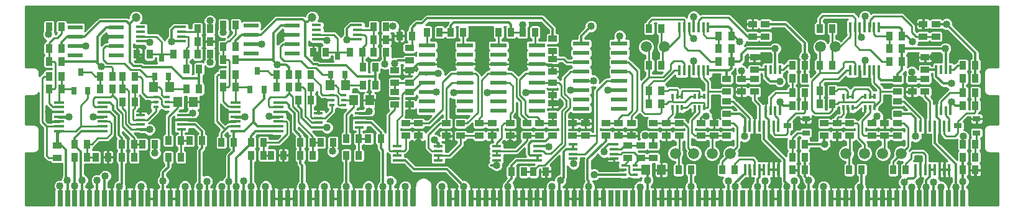
<source format=gtl>
G04 #@! TF.FileFunction,Copper,L1,Top,Signal*
%FSLAX46Y46*%
G04 Gerber Fmt 4.6, Leading zero omitted, Abs format (unit mm)*
G04 Created by KiCad (PCBNEW (2015-11-11 BZR 6310, Git 8f79b4f)-product) date 2016-01-24 6:08:41 PM*
%MOMM*%
G01*
G04 APERTURE LIST*
%ADD10C,0.100000*%
%ADD11R,1.143000X1.397000*%
%ADD12R,0.812800X1.143000*%
%ADD13R,1.143000X0.812800*%
%ADD14R,0.701040X1.000760*%
%ADD15R,1.000760X0.701040*%
%ADD16R,0.797560X0.398780*%
%ADD17R,0.398780X0.797560*%
%ADD18R,1.450000X0.450000*%
%ADD19R,0.450000X1.450000*%
%ADD20R,0.299720X1.300480*%
%ADD21R,1.998980X0.599440*%
%ADD22R,1.300480X0.299720*%
%ADD23R,0.450000X1.500000*%
%ADD24R,2.199640X0.599440*%
%ADD25C,1.200000*%
%ADD26C,1.500000*%
%ADD27R,0.800000X2.300000*%
%ADD28C,1.016000*%
%ADD29C,0.304800*%
%ADD30C,0.406400*%
%ADD31C,0.254000*%
%ADD32C,0.250000*%
G04 APERTURE END LIST*
D10*
D11*
X91420500Y-74000000D03*
X93579500Y-74000000D03*
D12*
X88750000Y-83500000D03*
X87048200Y-83500000D03*
X180100900Y-74750000D03*
X178399100Y-74750000D03*
X96298200Y-81250000D03*
X98000000Y-81250000D03*
D13*
X173250000Y-71600900D03*
X173250000Y-69899100D03*
X169500000Y-72899100D03*
X169500000Y-74600900D03*
D12*
X88850900Y-74250000D03*
X87149100Y-74250000D03*
X95850900Y-69500000D03*
X94149100Y-69500000D03*
X99100900Y-69500000D03*
X97399100Y-69500000D03*
X158899100Y-76250000D03*
X160600900Y-76250000D03*
D11*
X115420500Y-73750000D03*
X117579500Y-73750000D03*
D12*
X113100900Y-83250000D03*
X111399100Y-83250000D03*
X120649100Y-81000000D03*
X122350900Y-81000000D03*
X112850900Y-74000000D03*
X111149100Y-74000000D03*
X119850900Y-69250000D03*
X118149100Y-69250000D03*
X203350900Y-74750000D03*
X201649100Y-74750000D03*
X123100900Y-69250000D03*
X121399100Y-69250000D03*
D13*
X196500000Y-71600900D03*
X196500000Y-69899100D03*
X192750000Y-72899100D03*
X192750000Y-74600900D03*
D12*
X182149100Y-76250000D03*
X183850900Y-76250000D03*
D13*
X126250000Y-74649100D03*
X126250000Y-76350900D03*
X131250000Y-78899100D03*
X131250000Y-80600900D03*
X140000000Y-78899100D03*
X140000000Y-80600900D03*
X145750000Y-73399100D03*
X145750000Y-75100900D03*
X150250000Y-80600900D03*
X150250000Y-78899100D03*
X157750000Y-81899100D03*
X157750000Y-83600900D03*
D14*
X81500000Y-71980000D03*
X82452500Y-74520000D03*
X80547500Y-74520000D03*
X105500000Y-71730000D03*
X106452500Y-74270000D03*
X104547500Y-74270000D03*
X92500000Y-69980000D03*
X93452500Y-72520000D03*
X91547500Y-72520000D03*
D15*
X177730000Y-79250000D03*
X180270000Y-78297500D03*
X180270000Y-80202500D03*
D16*
X93297560Y-76647700D03*
X93297560Y-76000000D03*
X93297560Y-75352300D03*
X91702440Y-75352300D03*
X91702440Y-76000000D03*
X91702440Y-76647700D03*
D17*
X162102300Y-76797560D03*
X162750000Y-76797560D03*
X163397700Y-76797560D03*
X163397700Y-75202440D03*
X162750000Y-75202440D03*
X162102300Y-75202440D03*
X165102300Y-76797560D03*
X165750000Y-76797560D03*
X166397700Y-76797560D03*
X166397700Y-75202440D03*
X165750000Y-75202440D03*
X165102300Y-75202440D03*
D14*
X116500000Y-69730000D03*
X117452500Y-72270000D03*
X115547500Y-72270000D03*
D16*
X117297560Y-76397700D03*
X117297560Y-75750000D03*
X117297560Y-75102300D03*
X115702440Y-75102300D03*
X115702440Y-75750000D03*
X115702440Y-76397700D03*
D15*
X200980000Y-79250000D03*
X203520000Y-78297500D03*
X203520000Y-80202500D03*
D17*
X185352300Y-76797560D03*
X186000000Y-76797560D03*
X186647700Y-76797560D03*
X186647700Y-75202440D03*
X186000000Y-75202440D03*
X185352300Y-75202440D03*
X188352300Y-76797560D03*
X189000000Y-76797560D03*
X189647700Y-76797560D03*
X189647700Y-75202440D03*
X189000000Y-75202440D03*
X188352300Y-75202440D03*
D16*
X155452440Y-84602300D03*
X155452440Y-85250000D03*
X155452440Y-85897700D03*
X157047560Y-85897700D03*
X157047560Y-85250000D03*
X157047560Y-84602300D03*
D12*
X168399100Y-67000000D03*
X170100900Y-67000000D03*
X82350900Y-83500000D03*
X80649100Y-83500000D03*
X83500000Y-83500000D03*
X85201800Y-83500000D03*
X80649100Y-81750000D03*
X82350900Y-81750000D03*
X170100900Y-68750000D03*
X168399100Y-68750000D03*
X95899100Y-74250000D03*
X97600900Y-74250000D03*
D13*
X173000000Y-65399100D03*
X173000000Y-67100900D03*
D12*
X180100900Y-76500000D03*
X178399100Y-76500000D03*
X77149100Y-74250000D03*
X78850900Y-74250000D03*
X78850900Y-72500000D03*
X77149100Y-72500000D03*
D13*
X78250000Y-83600900D03*
X78250000Y-81899100D03*
D12*
X180100900Y-72750000D03*
X178399100Y-72750000D03*
X88850900Y-76000000D03*
X87149100Y-76000000D03*
D13*
X174750000Y-65399100D03*
X174750000Y-67100900D03*
D12*
X88750000Y-81750000D03*
X87048200Y-81750000D03*
X93399100Y-83500000D03*
X95100900Y-83500000D03*
X84149100Y-74250000D03*
X85850900Y-74250000D03*
X78850900Y-68750000D03*
X77149100Y-68750000D03*
X178399100Y-83500000D03*
X180100900Y-83500000D03*
X95100900Y-81250000D03*
X93399100Y-81250000D03*
X178399100Y-71000000D03*
X180100900Y-71000000D03*
X85850900Y-72500000D03*
X84149100Y-72500000D03*
X91600900Y-81750000D03*
X89899100Y-81750000D03*
X180100900Y-85250000D03*
X178399100Y-85250000D03*
X178399100Y-81750000D03*
X180100900Y-81750000D03*
X95899100Y-71500000D03*
X97600900Y-71500000D03*
X77149100Y-65750000D03*
X78850900Y-65750000D03*
X78850900Y-70500000D03*
X77149100Y-70500000D03*
X87149100Y-72500000D03*
X88850900Y-72500000D03*
X164600900Y-85250000D03*
X162899100Y-85250000D03*
D13*
X163000000Y-80600900D03*
X163000000Y-78899100D03*
X161250000Y-80600900D03*
X161250000Y-78899100D03*
X159500000Y-80600900D03*
X159500000Y-78899100D03*
D12*
X89149100Y-69500000D03*
X90850900Y-69500000D03*
X97399100Y-66000000D03*
X99100900Y-66000000D03*
X158899100Y-74500000D03*
X160600900Y-74500000D03*
X99100900Y-67750000D03*
X97399100Y-67750000D03*
X170600900Y-85250000D03*
X168899100Y-85250000D03*
D13*
X169500000Y-78899100D03*
X169500000Y-80600900D03*
D12*
X160600900Y-66000000D03*
X158899100Y-66000000D03*
D13*
X167750000Y-78899100D03*
X167750000Y-80600900D03*
X166000000Y-78899100D03*
X166000000Y-80600900D03*
D12*
X168399100Y-70500000D03*
X170100900Y-70500000D03*
X158899100Y-71000000D03*
X160600900Y-71000000D03*
D13*
X169500000Y-77600900D03*
X169500000Y-75899100D03*
X171500000Y-72899100D03*
X171500000Y-74600900D03*
D12*
X106350900Y-83250000D03*
X104649100Y-83250000D03*
D13*
X173250000Y-74600900D03*
X173250000Y-72899100D03*
D12*
X107399100Y-83250000D03*
X109100900Y-83250000D03*
X104649100Y-81500000D03*
X106350900Y-81500000D03*
X119899100Y-73750000D03*
X121600900Y-73750000D03*
X100899100Y-74000000D03*
X102600900Y-74000000D03*
X102600900Y-72250000D03*
X100899100Y-72250000D03*
X100649100Y-81500000D03*
X102350900Y-81500000D03*
X112850900Y-75750000D03*
X111149100Y-75750000D03*
X113100900Y-81500000D03*
X111399100Y-81500000D03*
X117649100Y-83250000D03*
X119350900Y-83250000D03*
X108149100Y-74000000D03*
X109850900Y-74000000D03*
X102600900Y-68500000D03*
X100899100Y-68500000D03*
X191649100Y-67000000D03*
X193350900Y-67000000D03*
X119350900Y-81000000D03*
X117649100Y-81000000D03*
X109850900Y-72250000D03*
X108149100Y-72250000D03*
X115850900Y-81500000D03*
X114149100Y-81500000D03*
X119899100Y-71250000D03*
X121600900Y-71250000D03*
X100899100Y-65500000D03*
X102600900Y-65500000D03*
X102600900Y-70250000D03*
X100899100Y-70250000D03*
X193350900Y-68750000D03*
X191649100Y-68750000D03*
X111149100Y-72250000D03*
X112850900Y-72250000D03*
D13*
X196250000Y-65399100D03*
X196250000Y-67100900D03*
D12*
X203350900Y-76500000D03*
X201649100Y-76500000D03*
X203350900Y-72750000D03*
X201649100Y-72750000D03*
D13*
X198000000Y-65399100D03*
X198000000Y-67100900D03*
D12*
X113149100Y-69250000D03*
X114850900Y-69250000D03*
X121399100Y-65750000D03*
X123100900Y-65750000D03*
X203350900Y-83500000D03*
X201649100Y-83500000D03*
X201649100Y-71000000D03*
X203350900Y-71000000D03*
X201649100Y-85250000D03*
X203350900Y-85250000D03*
X203350900Y-81750000D03*
X201649100Y-81750000D03*
X123100900Y-67500000D03*
X121399100Y-67500000D03*
X187850900Y-85250000D03*
X186149100Y-85250000D03*
D13*
X186250000Y-80600900D03*
X186250000Y-78899100D03*
X184500000Y-80600900D03*
X184500000Y-78899100D03*
X182750000Y-80600900D03*
X182750000Y-78899100D03*
D12*
X182149100Y-74500000D03*
X183850900Y-74500000D03*
X193850900Y-85250000D03*
X192149100Y-85250000D03*
D13*
X192750000Y-78899100D03*
X192750000Y-80600900D03*
D12*
X183850900Y-66000000D03*
X182149100Y-66000000D03*
D13*
X191000000Y-78899100D03*
X191000000Y-80600900D03*
X189250000Y-78899100D03*
X189250000Y-80600900D03*
D12*
X191649100Y-70500000D03*
X193350900Y-70500000D03*
X182149100Y-71000000D03*
X183850900Y-71000000D03*
D13*
X192750000Y-77600900D03*
X192750000Y-75899100D03*
X194750000Y-72899100D03*
X194750000Y-74600900D03*
X196500000Y-74600900D03*
X196500000Y-72899100D03*
X145750000Y-67399100D03*
X145750000Y-69100900D03*
D12*
X124899100Y-67000000D03*
X126600900Y-67000000D03*
X128649100Y-66500000D03*
X130350900Y-66500000D03*
X133600900Y-66500000D03*
X131899100Y-66500000D03*
X138399100Y-66500000D03*
X140100900Y-66500000D03*
X143350900Y-66500000D03*
X141649100Y-66500000D03*
D13*
X126250000Y-70350900D03*
X126250000Y-68649100D03*
X145750000Y-70149100D03*
X145750000Y-71850900D03*
X124250000Y-71649100D03*
X124250000Y-73350900D03*
X125750000Y-78899100D03*
X125750000Y-80600900D03*
X135750000Y-78899100D03*
X135750000Y-80600900D03*
X144000000Y-78899100D03*
X144000000Y-80600900D03*
D12*
X141850900Y-85500000D03*
X140149100Y-85500000D03*
X144850900Y-85500000D03*
X143149100Y-85500000D03*
D13*
X126250000Y-71649100D03*
X126250000Y-73350900D03*
X127500000Y-80600900D03*
X127500000Y-78899100D03*
X137500000Y-80600900D03*
X137500000Y-78899100D03*
X145750000Y-76149100D03*
X145750000Y-77850900D03*
X124250000Y-76350900D03*
X124250000Y-74649100D03*
X133250000Y-80600900D03*
X133250000Y-78899100D03*
X142250000Y-80600900D03*
X142250000Y-78899100D03*
X145750000Y-80600900D03*
X145750000Y-78899100D03*
D11*
X158420500Y-85250000D03*
X160579500Y-85250000D03*
D13*
X153000000Y-78899100D03*
X153000000Y-80600900D03*
X156000000Y-83600900D03*
X156000000Y-81899100D03*
X148500000Y-80600900D03*
X148500000Y-78899100D03*
X156500000Y-78899100D03*
X156500000Y-80600900D03*
X154750000Y-78899100D03*
X154750000Y-80600900D03*
X159500000Y-83600900D03*
X159500000Y-81899100D03*
D11*
X96829500Y-76000000D03*
X94670500Y-76000000D03*
X120829500Y-75750000D03*
X118670500Y-75750000D03*
D18*
X78550000Y-76050000D03*
X78550000Y-76700000D03*
X78550000Y-77350000D03*
X78550000Y-78000000D03*
X78550000Y-78650000D03*
X78550000Y-79300000D03*
X78550000Y-79950000D03*
X84450000Y-79950000D03*
X84450000Y-79300000D03*
X84450000Y-78650000D03*
X84450000Y-78000000D03*
X84450000Y-77350000D03*
X84450000Y-76700000D03*
X84450000Y-76050000D03*
D19*
X163050000Y-71700000D03*
X163700000Y-71700000D03*
X164350000Y-71700000D03*
X165000000Y-71700000D03*
X165650000Y-71700000D03*
X166300000Y-71700000D03*
X166950000Y-71700000D03*
X166950000Y-65800000D03*
X166300000Y-65800000D03*
X165650000Y-65800000D03*
X165000000Y-65800000D03*
X164350000Y-65800000D03*
X163700000Y-65800000D03*
X163050000Y-65800000D03*
D20*
X174794600Y-77194000D03*
X175429600Y-77194000D03*
X176090000Y-77194000D03*
X176725000Y-77194000D03*
X176725000Y-71606000D03*
X176077300Y-71606000D03*
X175429600Y-71606000D03*
X174781900Y-71606000D03*
D21*
X86294000Y-69655000D03*
X86294000Y-68385000D03*
X86294000Y-67115000D03*
X86294000Y-65845000D03*
X80706000Y-65845000D03*
X80706000Y-67115000D03*
X80706000Y-68385000D03*
X80706000Y-69655000D03*
D22*
X95194000Y-79705400D03*
X95194000Y-79070400D03*
X95194000Y-78410000D03*
X95194000Y-77775000D03*
X89606000Y-77775000D03*
X89606000Y-78422700D03*
X89606000Y-79070400D03*
X89606000Y-79718100D03*
X95194000Y-67705400D03*
X95194000Y-67070400D03*
X95194000Y-66410000D03*
X95194000Y-65775000D03*
X89606000Y-65775000D03*
X89606000Y-66422700D03*
X89606000Y-67070400D03*
X89606000Y-67718100D03*
D23*
X171975000Y-85200000D03*
X172625000Y-85200000D03*
X173275000Y-85200000D03*
X173925000Y-85200000D03*
X174575000Y-85200000D03*
X175225000Y-85200000D03*
X175875000Y-85200000D03*
X176525000Y-85200000D03*
X176525000Y-79300000D03*
X175875000Y-79300000D03*
X175225000Y-79300000D03*
X174575000Y-79300000D03*
X173925000Y-79300000D03*
X173275000Y-79300000D03*
X172625000Y-79300000D03*
X171975000Y-79300000D03*
D18*
X102550000Y-76050000D03*
X102550000Y-76700000D03*
X102550000Y-77350000D03*
X102550000Y-78000000D03*
X102550000Y-78650000D03*
X102550000Y-79300000D03*
X102550000Y-79950000D03*
X108450000Y-79950000D03*
X108450000Y-79300000D03*
X108450000Y-78650000D03*
X108450000Y-78000000D03*
X108450000Y-77350000D03*
X108450000Y-76700000D03*
X108450000Y-76050000D03*
D21*
X110294000Y-69405000D03*
X110294000Y-68135000D03*
X110294000Y-66865000D03*
X110294000Y-65595000D03*
X104706000Y-65595000D03*
X104706000Y-66865000D03*
X104706000Y-68135000D03*
X104706000Y-69405000D03*
D22*
X119444000Y-79455400D03*
X119444000Y-78820400D03*
X119444000Y-78160000D03*
X119444000Y-77525000D03*
X113856000Y-77525000D03*
X113856000Y-78172700D03*
X113856000Y-78820400D03*
X113856000Y-79468100D03*
D19*
X186300000Y-71700000D03*
X186950000Y-71700000D03*
X187600000Y-71700000D03*
X188250000Y-71700000D03*
X188900000Y-71700000D03*
X189550000Y-71700000D03*
X190200000Y-71700000D03*
X190200000Y-65800000D03*
X189550000Y-65800000D03*
X188900000Y-65800000D03*
X188250000Y-65800000D03*
X187600000Y-65800000D03*
X186950000Y-65800000D03*
X186300000Y-65800000D03*
D20*
X198044600Y-77194000D03*
X198679600Y-77194000D03*
X199340000Y-77194000D03*
X199975000Y-77194000D03*
X199975000Y-71606000D03*
X199327300Y-71606000D03*
X198679600Y-71606000D03*
X198031900Y-71606000D03*
D22*
X119194000Y-67455400D03*
X119194000Y-66820400D03*
X119194000Y-66160000D03*
X119194000Y-65525000D03*
X113606000Y-65525000D03*
X113606000Y-66172700D03*
X113606000Y-66820400D03*
X113606000Y-67468100D03*
D23*
X195225000Y-85200000D03*
X195875000Y-85200000D03*
X196525000Y-85200000D03*
X197175000Y-85200000D03*
X197825000Y-85200000D03*
X198475000Y-85200000D03*
X199125000Y-85200000D03*
X199775000Y-85200000D03*
X199775000Y-79300000D03*
X199125000Y-79300000D03*
X198475000Y-79300000D03*
X197825000Y-79300000D03*
X197175000Y-79300000D03*
X196525000Y-79300000D03*
X195875000Y-79300000D03*
X195225000Y-79300000D03*
D22*
X130194000Y-83955400D03*
X130194000Y-83320400D03*
X130194000Y-82660000D03*
X130194000Y-82025000D03*
X124606000Y-82025000D03*
X124606000Y-82672700D03*
X124606000Y-83320400D03*
X124606000Y-83968100D03*
X143694000Y-83955400D03*
X143694000Y-83320400D03*
X143694000Y-82660000D03*
X143694000Y-82025000D03*
X138106000Y-82025000D03*
X138106000Y-82672700D03*
X138106000Y-83320400D03*
X138106000Y-83968100D03*
D24*
X128651580Y-68305000D03*
X128651580Y-69575000D03*
X128651580Y-70845000D03*
X128651580Y-72115000D03*
X128651580Y-73385000D03*
X128651580Y-74655000D03*
X128651580Y-75925000D03*
X128651580Y-77195000D03*
X133848420Y-77195000D03*
X133848420Y-75925000D03*
X133848420Y-74655000D03*
X133848420Y-73385000D03*
X133848420Y-72115000D03*
X133848420Y-70845000D03*
X133848420Y-69575000D03*
X133848420Y-68305000D03*
X138401580Y-68305000D03*
X138401580Y-69575000D03*
X138401580Y-70845000D03*
X138401580Y-72115000D03*
X138401580Y-73385000D03*
X138401580Y-74655000D03*
X138401580Y-75925000D03*
X138401580Y-77195000D03*
X143598420Y-77195000D03*
X143598420Y-75925000D03*
X143598420Y-74655000D03*
X143598420Y-73385000D03*
X143598420Y-72115000D03*
X143598420Y-70845000D03*
X143598420Y-69575000D03*
X143598420Y-68305000D03*
X149651580Y-68055000D03*
X149651580Y-69325000D03*
X149651580Y-70595000D03*
X149651580Y-71865000D03*
X149651580Y-73135000D03*
X149651580Y-74405000D03*
X149651580Y-75675000D03*
X149651580Y-76945000D03*
X154848420Y-76945000D03*
X154848420Y-75675000D03*
X154848420Y-74405000D03*
X154848420Y-73135000D03*
X154848420Y-71865000D03*
X154848420Y-70595000D03*
X154848420Y-69325000D03*
X154848420Y-68055000D03*
D22*
X148556000Y-81794600D03*
X148556000Y-82429600D03*
X148556000Y-83090000D03*
X148556000Y-83725000D03*
X154144000Y-83725000D03*
X154144000Y-83077300D03*
X154144000Y-82429600D03*
X154144000Y-81781900D03*
D25*
X89000000Y-64500000D03*
X113000000Y-64500000D03*
D26*
X184250000Y-68500000D03*
X182250000Y-68500000D03*
X190750000Y-83000000D03*
X193250000Y-83000000D03*
X188250000Y-83000000D03*
X185750000Y-83000000D03*
X161000000Y-68500000D03*
X158500000Y-68500000D03*
X167500000Y-83000000D03*
X170000000Y-83000000D03*
X165000000Y-83000000D03*
X162500000Y-83000000D03*
D27*
X163675000Y-89150000D03*
X162675000Y-89150000D03*
X161675000Y-89150000D03*
X160675000Y-89150000D03*
X159675000Y-89150000D03*
X158675000Y-89150000D03*
X157675000Y-89150000D03*
X156675000Y-89150000D03*
X155675000Y-89150000D03*
X154675000Y-89150000D03*
X153675000Y-89150000D03*
X190675000Y-89150000D03*
X191675000Y-89150000D03*
X192675000Y-89150000D03*
X193675000Y-89150000D03*
X194675000Y-89150000D03*
X195675000Y-89150000D03*
X196675000Y-89150000D03*
X197675000Y-89150000D03*
X198675000Y-89150000D03*
X199675000Y-89150000D03*
X200675000Y-89150000D03*
X164675000Y-89150000D03*
X165675000Y-89150000D03*
X166675000Y-89150000D03*
X167675000Y-89150000D03*
X168675000Y-89150000D03*
X169675000Y-89150000D03*
X170675000Y-89150000D03*
X171675000Y-89150000D03*
X172675000Y-89150000D03*
X173675000Y-89150000D03*
X174675000Y-89150000D03*
X189675000Y-89150000D03*
X188675000Y-89150000D03*
X187675000Y-89150000D03*
X186675000Y-89150000D03*
X185675000Y-89150000D03*
X184675000Y-89150000D03*
X183675000Y-89150000D03*
X182675000Y-89150000D03*
X181675000Y-89150000D03*
X180675000Y-89150000D03*
X179675000Y-89150000D03*
X175675000Y-89150000D03*
X176675000Y-89150000D03*
X177675000Y-89150000D03*
X178675000Y-89150000D03*
X103675000Y-89150000D03*
X102675000Y-89150000D03*
X101675000Y-89150000D03*
X100675000Y-89150000D03*
X104675000Y-89150000D03*
X105675000Y-89150000D03*
X106675000Y-89150000D03*
X107675000Y-89150000D03*
X108675000Y-89150000D03*
X109675000Y-89150000D03*
X110675000Y-89150000D03*
X111675000Y-89150000D03*
X112675000Y-89150000D03*
X113675000Y-89150000D03*
X114675000Y-89150000D03*
X99675000Y-89150000D03*
X98675000Y-89150000D03*
X97675000Y-89150000D03*
X96675000Y-89150000D03*
X95675000Y-89150000D03*
X94675000Y-89150000D03*
X93675000Y-89150000D03*
X92675000Y-89150000D03*
X91675000Y-89150000D03*
X90675000Y-89150000D03*
X89675000Y-89150000D03*
X125675000Y-89150000D03*
X130675000Y-89150000D03*
X124675000Y-89150000D03*
X123675000Y-89150000D03*
X122675000Y-89150000D03*
X121675000Y-89150000D03*
X120675000Y-89150000D03*
X119675000Y-89150000D03*
X118675000Y-89150000D03*
X117675000Y-89150000D03*
X116675000Y-89150000D03*
X115675000Y-89150000D03*
X78675000Y-89150000D03*
X79675000Y-89150000D03*
X80675000Y-89150000D03*
X81675000Y-89150000D03*
X82675000Y-89150000D03*
X83675000Y-89150000D03*
X84675000Y-89150000D03*
X85675000Y-89150000D03*
X86675000Y-89150000D03*
X87675000Y-89150000D03*
X88675000Y-89150000D03*
X201675000Y-89150000D03*
X131675000Y-89150000D03*
X132675000Y-89150000D03*
X133675000Y-89150000D03*
X134675000Y-89150000D03*
X135675000Y-89150000D03*
X136675000Y-89150000D03*
X137675000Y-89150000D03*
X138675000Y-89150000D03*
X139675000Y-89150000D03*
X140675000Y-89150000D03*
X141675000Y-89150000D03*
X142675000Y-89150000D03*
X143675000Y-89150000D03*
X144675000Y-89150000D03*
X145675000Y-89150000D03*
X146675000Y-89150000D03*
X147675000Y-89150000D03*
X148675000Y-89150000D03*
X149675000Y-89150000D03*
X150675000Y-89150000D03*
X151675000Y-89150000D03*
X152675000Y-89150000D03*
D28*
X83700000Y-86700001D03*
X169675000Y-86750000D03*
X198675000Y-87600000D03*
X178675000Y-86750000D03*
X133675000Y-87500000D03*
X114650000Y-87500000D03*
X103659017Y-86788514D03*
X89675000Y-87500000D03*
X115010899Y-67658620D03*
X195200000Y-80700000D03*
X199400000Y-65400000D03*
X180100000Y-69800000D03*
X171900000Y-80700000D03*
X138100000Y-84600000D03*
X124000000Y-65700000D03*
X82200000Y-68400000D03*
X132250000Y-74750000D03*
X103866271Y-78029771D03*
X79870710Y-78036493D03*
X90850000Y-79750000D03*
X200100000Y-73500000D03*
X176700000Y-73200000D03*
X200113620Y-76000000D03*
X99100000Y-64950000D03*
X188300000Y-70300000D03*
X164963510Y-70379280D03*
X176724730Y-76023463D03*
X152794262Y-82798946D03*
X153300000Y-74400000D03*
X142100000Y-74700000D03*
X106150000Y-68100000D03*
X115050000Y-79500000D03*
X90911089Y-67908620D03*
X195504546Y-83740893D03*
X199700000Y-86850000D03*
X82700000Y-87450000D03*
X85222216Y-84937582D03*
X108650000Y-87500000D03*
X195666761Y-86904583D03*
X172675000Y-86750000D03*
X203350000Y-86900000D03*
X179700000Y-87550000D03*
X91700000Y-87500002D03*
X181400000Y-79300000D03*
X187500000Y-77700000D03*
X131500002Y-81500002D03*
X127500000Y-81500000D03*
X155300000Y-87050000D03*
X152650000Y-84700000D03*
X194800000Y-75900000D03*
X160600000Y-86750000D03*
X167900000Y-77950000D03*
X164200000Y-77700000D03*
X150300000Y-78000000D03*
X126200000Y-77500000D03*
X105800000Y-85800000D03*
X201000000Y-68500000D03*
X146200000Y-85500000D03*
X157900000Y-78900000D03*
X135700000Y-82500000D03*
X174000000Y-82700000D03*
X136100000Y-70900000D03*
X75250000Y-77250000D03*
X191300000Y-77900000D03*
X77088220Y-77350000D03*
X199000000Y-81500000D03*
X187524952Y-73044146D03*
X197600000Y-69900000D03*
X174300000Y-69900000D03*
X164350000Y-73000000D03*
X176250000Y-81500000D03*
X140000000Y-81600000D03*
X146800000Y-76200000D03*
X108850000Y-66900000D03*
X114641715Y-75938212D03*
X101230906Y-77384025D03*
X113637331Y-69936380D03*
X84878026Y-67178026D03*
X89756784Y-70252799D03*
X90641713Y-76188216D03*
X84834862Y-86093625D03*
X182675000Y-87550000D03*
X157650940Y-87562441D03*
X145675000Y-87500000D03*
X130675000Y-87500000D03*
X120675000Y-87500000D03*
X106675000Y-87500000D03*
X95675000Y-87500000D03*
X93850000Y-67750000D03*
X96750000Y-77546380D03*
X91600000Y-82950000D03*
X166680943Y-77980569D03*
X117750004Y-67500000D03*
X201700000Y-80700000D03*
X182800000Y-81800000D03*
X189990857Y-77932096D03*
X158400000Y-80600000D03*
X148600000Y-84400000D03*
X108250000Y-70900000D03*
X129700000Y-81200000D03*
X120750000Y-77296380D03*
X107133729Y-77970229D03*
X83146271Y-78011623D03*
X115800000Y-82700000D03*
X188314983Y-64320469D03*
X164950000Y-64400000D03*
X145222230Y-82129033D03*
X148200000Y-74400000D03*
X129954569Y-74609188D03*
X136900000Y-74700000D03*
X84250000Y-71217260D03*
X86750000Y-87500000D03*
X97675000Y-87500000D03*
X98675000Y-86800000D03*
X99100000Y-70550000D03*
X111675000Y-87500000D03*
X122675000Y-87500000D03*
X123675000Y-86800000D03*
X122900000Y-70800000D03*
X79638750Y-86640000D03*
X101674868Y-86799907D03*
X151400000Y-85900000D03*
X141700000Y-65463620D03*
X158675000Y-86700000D03*
X171250000Y-67750000D03*
X80650000Y-87450000D03*
X81700000Y-86650000D03*
X92675000Y-86750000D03*
X180675000Y-86700400D03*
X78650000Y-87449996D03*
X77100000Y-66750000D03*
X164615376Y-87537613D03*
X174675000Y-86750000D03*
X176077300Y-68750000D03*
X171500000Y-71750000D03*
X164950000Y-67400000D03*
X104649100Y-87500000D03*
X102671012Y-87502883D03*
X117649100Y-87500000D03*
X194675001Y-87618153D03*
X194750000Y-67750000D03*
X100675000Y-87500000D03*
X100900000Y-66500000D03*
X201649100Y-86850000D03*
X187658829Y-87593858D03*
X197672989Y-86905412D03*
X199236380Y-68750000D03*
X187873920Y-67219969D03*
X194700000Y-71900000D03*
X125675000Y-87550000D03*
X124250000Y-70750000D03*
X151300000Y-73100000D03*
X130200000Y-72100000D03*
X139675000Y-87500000D03*
X150675000Y-87500000D03*
X170675000Y-87554800D03*
X173675000Y-87550000D03*
X177675000Y-87550000D03*
X193650000Y-86900000D03*
X196672289Y-87601887D03*
X200675000Y-87600000D03*
X151000000Y-65700000D03*
X154900000Y-67000000D03*
X146850000Y-86700000D03*
D29*
X124606000Y-83968100D02*
X125718100Y-83968100D01*
X125718100Y-83968100D02*
X126900000Y-85150000D01*
X126900000Y-85150000D02*
X131325000Y-85150000D01*
X131325000Y-85150000D02*
X133675000Y-87500000D01*
X83675000Y-89150000D02*
X83675000Y-86725001D01*
X83675000Y-86725001D02*
X83700000Y-86700001D01*
X169675000Y-89150000D02*
X169675000Y-86750000D01*
X198675000Y-89150000D02*
X198675000Y-87600000D01*
X178675000Y-89150000D02*
X178675000Y-86750000D01*
X133675000Y-89150000D02*
X133675000Y-87500000D01*
X114675000Y-89150000D02*
X114675000Y-87525000D01*
X114675000Y-87525000D02*
X114650000Y-87500000D01*
X103675000Y-86804497D02*
X103659017Y-86788514D01*
X103675000Y-89150000D02*
X103675000Y-86804497D01*
X89675000Y-89150000D02*
X89675000Y-87500000D01*
X137381580Y-84600000D02*
X138100000Y-84600000D01*
X114820379Y-67468100D02*
X115010899Y-67658620D01*
X113606000Y-67468100D02*
X114820379Y-67468100D01*
X195225000Y-79300000D02*
X195225000Y-80675000D01*
X195225000Y-80675000D02*
X195200000Y-80700000D01*
X199400000Y-65400000D02*
X203350900Y-69350900D01*
X203350900Y-69350900D02*
X203350900Y-71000000D01*
X198000000Y-65399100D02*
X199399100Y-65399100D01*
X199399100Y-65399100D02*
X199400000Y-65400000D01*
X203350900Y-72750000D02*
X203350900Y-71000000D01*
X174750000Y-65399100D02*
X177499100Y-65399100D01*
X177499100Y-65399100D02*
X180100000Y-68000000D01*
X180100000Y-68000000D02*
X180100000Y-69800000D01*
X180100900Y-71000000D02*
X180100900Y-69800900D01*
X180100900Y-69800900D02*
X180100000Y-69800000D01*
X180100900Y-71000000D02*
X180100900Y-72750000D01*
X171900000Y-80700000D02*
X171900000Y-79375000D01*
X171900000Y-79375000D02*
X171975000Y-79300000D01*
X138106000Y-83968100D02*
X138106000Y-84594000D01*
X138106000Y-84594000D02*
X138100000Y-84600000D01*
X124000000Y-65700000D02*
X123150900Y-65700000D01*
X123150900Y-65700000D02*
X123100900Y-65750000D01*
X80706000Y-68385000D02*
X82185000Y-68385000D01*
X82185000Y-68385000D02*
X82200000Y-68400000D01*
D30*
X133848420Y-74655000D02*
X132345000Y-74655000D01*
X132345000Y-74655000D02*
X132250000Y-74750000D01*
X103836500Y-78000000D02*
X103866271Y-78029771D01*
X102550000Y-78000000D02*
X103836500Y-78000000D01*
X79834217Y-78000000D02*
X79870710Y-78036493D01*
X78550000Y-78000000D02*
X79834217Y-78000000D01*
X90818100Y-79718100D02*
X90850000Y-79750000D01*
X89606000Y-79718100D02*
X90818100Y-79718100D01*
D29*
X198970860Y-73500000D02*
X200100000Y-73500000D01*
X198031900Y-71606000D02*
X198031900Y-72561040D01*
X198031900Y-72561040D02*
X198970860Y-73500000D01*
X201649100Y-76500000D02*
X200613620Y-76500000D01*
X200613620Y-76500000D02*
X200113620Y-76000000D01*
X178399100Y-76500000D02*
X177201267Y-76500000D01*
X177201267Y-76500000D02*
X176724730Y-76023463D01*
X174781900Y-71606000D02*
X174781900Y-72561040D01*
X174781900Y-72561040D02*
X175420860Y-73200000D01*
X175420860Y-73200000D02*
X176700000Y-73200000D01*
X199975000Y-76138620D02*
X200113620Y-76000000D01*
X199975000Y-77194000D02*
X199975000Y-76138620D01*
X99100900Y-66000000D02*
X99100900Y-64950900D01*
X99100900Y-64950900D02*
X99100000Y-64950000D01*
X188250000Y-71700000D02*
X188250000Y-70350000D01*
X188250000Y-70350000D02*
X188300000Y-70300000D01*
X198031900Y-71606000D02*
X196505100Y-71606000D01*
X196505100Y-71606000D02*
X196500000Y-71600900D01*
X195225000Y-79300000D02*
X195225000Y-78245200D01*
X193626300Y-77600900D02*
X192750000Y-77600900D01*
X195225000Y-78245200D02*
X194580700Y-77600900D01*
X194580700Y-77600900D02*
X193626300Y-77600900D01*
X173250000Y-71600900D02*
X174776800Y-71600900D01*
X174776800Y-71600900D02*
X174781900Y-71606000D01*
X171975000Y-79300000D02*
X171975000Y-78245200D01*
X171975000Y-78245200D02*
X171330700Y-77600900D01*
X171330700Y-77600900D02*
X170376300Y-77600900D01*
X170376300Y-77600900D02*
X169500000Y-77600900D01*
X165000000Y-70415770D02*
X164963510Y-70379280D01*
X165000000Y-71700000D02*
X165000000Y-70415770D01*
X176725000Y-76023733D02*
X176724730Y-76023463D01*
X176725000Y-77194000D02*
X176725000Y-76023733D01*
X154144000Y-81781900D02*
X153351518Y-81781900D01*
X152794262Y-82339156D02*
X152794262Y-82798946D01*
X153351518Y-81781900D02*
X152794262Y-82339156D01*
X154848420Y-74405000D02*
X153305000Y-74405000D01*
X153305000Y-74405000D02*
X153300000Y-74400000D01*
X143598420Y-74655000D02*
X142145000Y-74655000D01*
X142145000Y-74655000D02*
X142100000Y-74700000D01*
X104706000Y-68135000D02*
X106115000Y-68135000D01*
X106115000Y-68135000D02*
X106150000Y-68100000D01*
X113856000Y-79468100D02*
X115018100Y-79468100D01*
X115018100Y-79468100D02*
X115050000Y-79500000D01*
X111567389Y-78134529D02*
X111567389Y-77044589D01*
X111149100Y-76626300D02*
X111149100Y-75750000D01*
X111567389Y-77044589D02*
X111149100Y-76626300D01*
X113856000Y-79468100D02*
X112900960Y-79468100D01*
X112900960Y-79468100D02*
X111567389Y-78134529D01*
D31*
X88701760Y-79718100D02*
X89606000Y-79718100D01*
X87149100Y-76000000D02*
X87149100Y-76825500D01*
X88368102Y-79718100D02*
X88701760Y-79718100D01*
X87580444Y-78930442D02*
X88368102Y-79718100D01*
X87580444Y-77256844D02*
X87580444Y-78930442D01*
X87149100Y-76825500D02*
X87580444Y-77256844D01*
D29*
X90720569Y-67718100D02*
X90911089Y-67908620D01*
X89606000Y-67718100D02*
X90720569Y-67718100D01*
X195875000Y-85200000D02*
X195875000Y-84111347D01*
X195875000Y-84111347D02*
X195504546Y-83740893D01*
X82675000Y-89150000D02*
X82675000Y-87475000D01*
X82675000Y-87475000D02*
X82700000Y-87450000D01*
X85201800Y-83500000D02*
X85201800Y-84917166D01*
X85201800Y-84917166D02*
X85222216Y-84937582D01*
X108675000Y-89150000D02*
X108675000Y-87525000D01*
X108675000Y-87525000D02*
X108650000Y-87500000D01*
X195675000Y-86912822D02*
X195666761Y-86904583D01*
X195675000Y-89150000D02*
X195675000Y-86912822D01*
X172675000Y-86750000D02*
X172675000Y-85250000D01*
X172675000Y-89150000D02*
X172675000Y-86750000D01*
X172675000Y-85250000D02*
X172625000Y-85200000D01*
X203350900Y-86899100D02*
X203350000Y-86900000D01*
X203350900Y-85250000D02*
X203350900Y-86899100D01*
X91675000Y-89150000D02*
X91675000Y-87525002D01*
X91675000Y-87525002D02*
X91700000Y-87500002D01*
X180270000Y-78297500D02*
X180270000Y-79070000D01*
X180270000Y-79070000D02*
X180500000Y-79300000D01*
X180500000Y-79300000D02*
X181400000Y-79300000D01*
X188352300Y-76797560D02*
X188352300Y-77347700D01*
X188352300Y-77347700D02*
X188000000Y-77700000D01*
X188000000Y-77700000D02*
X187500000Y-77700000D01*
X188352300Y-76797560D02*
X188352300Y-76996950D01*
X143598420Y-70845000D02*
X144827918Y-70845000D01*
X144827918Y-70845000D02*
X144894019Y-70911101D01*
X144894019Y-70911101D02*
X145661101Y-70911101D01*
X145661101Y-70911101D02*
X145750000Y-71000000D01*
X145750000Y-71000000D02*
X145750000Y-71850900D01*
X131437902Y-81500002D02*
X131500002Y-81500002D01*
X131250000Y-81312100D02*
X131437902Y-81500002D01*
X131250000Y-80600900D02*
X131250000Y-81312100D01*
X127500000Y-80600900D02*
X127500000Y-81500000D01*
X198700000Y-66200000D02*
X196300000Y-66200000D01*
X196300000Y-66200000D02*
X196250000Y-66150000D01*
X152320200Y-87050000D02*
X155300000Y-87050000D01*
X151675000Y-89150000D02*
X151675000Y-87695200D01*
X151675000Y-87695200D02*
X152320200Y-87050000D01*
X155452440Y-85250000D02*
X153200000Y-85250000D01*
X153200000Y-85250000D02*
X152650000Y-84700000D01*
X194750000Y-74600900D02*
X194750000Y-75850000D01*
X194750000Y-75850000D02*
X194800000Y-75900000D01*
X160579500Y-85250000D02*
X160579500Y-86729500D01*
X160579500Y-86729500D02*
X160600000Y-86750000D01*
X167750000Y-78100000D02*
X167900000Y-77950000D01*
X167750000Y-78899100D02*
X167750000Y-78100000D01*
X165102300Y-76797560D02*
X165102300Y-77397700D01*
X165102300Y-77397700D02*
X164800000Y-77700000D01*
X164800000Y-77700000D02*
X164700000Y-77700000D01*
X164700000Y-77700000D02*
X164200000Y-77700000D01*
X162750000Y-76797560D02*
X162750000Y-77501140D01*
X162750000Y-77501140D02*
X162948860Y-77700000D01*
X162948860Y-77700000D02*
X164200000Y-77700000D01*
X150250000Y-78899100D02*
X150250000Y-78050000D01*
X150250000Y-78050000D02*
X150300000Y-78000000D01*
X126250000Y-76350900D02*
X126250000Y-77450000D01*
X126250000Y-77450000D02*
X126200000Y-77500000D01*
X109100900Y-83250000D02*
X109100900Y-84999100D01*
X109100900Y-84999100D02*
X108300000Y-85800000D01*
X108300000Y-85800000D02*
X105800000Y-85800000D01*
X198700000Y-66200000D02*
X201000000Y-68500000D01*
X196250000Y-65399100D02*
X196250000Y-66150000D01*
X144850900Y-85500000D02*
X146200000Y-85500000D01*
X156500000Y-80600900D02*
X156500000Y-79800000D01*
X156500000Y-79800000D02*
X157217082Y-79800000D01*
X157217082Y-79800000D02*
X157500000Y-79517082D01*
X157500000Y-79517082D02*
X157500000Y-78900000D01*
X157500000Y-78900000D02*
X157900000Y-78900000D01*
X137312100Y-81500000D02*
X136700000Y-81500000D01*
X136700000Y-81500000D02*
X135700000Y-82500000D01*
X137500000Y-80600900D02*
X137500000Y-81312100D01*
X137500000Y-81312100D02*
X137312100Y-81500000D01*
X173275000Y-79300000D02*
X173275000Y-81975000D01*
X173275000Y-81975000D02*
X174000000Y-82700000D01*
X133848420Y-70845000D02*
X136045000Y-70845000D01*
X136045000Y-70845000D02*
X136100000Y-70900000D01*
X191000000Y-78899100D02*
X191000000Y-78200000D01*
X191000000Y-78200000D02*
X191300000Y-77900000D01*
X126250000Y-71649100D02*
X126600900Y-71649100D01*
X126600900Y-71649100D02*
X127405000Y-70845000D01*
X127405000Y-70845000D02*
X128651580Y-70845000D01*
X78550000Y-77350000D02*
X77088220Y-77350000D01*
X198475000Y-79300000D02*
X198475000Y-80975000D01*
X198475000Y-80975000D02*
X199000000Y-81500000D01*
X198475000Y-79300000D02*
X198475000Y-78429582D01*
X198475000Y-78429582D02*
X198044600Y-77999182D01*
X198044600Y-77999182D02*
X198044600Y-77194000D01*
X187600000Y-71700000D02*
X187600000Y-72969098D01*
X187600000Y-72969098D02*
X187524952Y-73044146D01*
X196500000Y-69899100D02*
X197599100Y-69899100D01*
X197599100Y-69899100D02*
X197600000Y-69900000D01*
X173250000Y-69899100D02*
X174299100Y-69899100D01*
X174299100Y-69899100D02*
X174300000Y-69900000D01*
X164350000Y-71700000D02*
X164350000Y-73000000D01*
X175225000Y-79300000D02*
X175225000Y-80475000D01*
X175225000Y-80475000D02*
X176250000Y-81500000D01*
X174794600Y-77194000D02*
X174794600Y-77999182D01*
X174794600Y-77999182D02*
X175225000Y-78429582D01*
X175225000Y-78429582D02*
X175225000Y-79300000D01*
X140000000Y-80600900D02*
X140000000Y-81600000D01*
X146749100Y-76149100D02*
X146800000Y-76200000D01*
X145750000Y-76149100D02*
X146749100Y-76149100D01*
X145750000Y-75100900D02*
X145750000Y-76149100D01*
X110294000Y-66865000D02*
X108885000Y-66865000D01*
X108885000Y-66865000D02*
X108850000Y-66900000D01*
X113856000Y-77525000D02*
X113856000Y-76723927D01*
X113856000Y-76723927D02*
X114641715Y-75938212D01*
X108450000Y-77350000D02*
X109479800Y-77350000D01*
X110094156Y-77964356D02*
X110094156Y-81380444D01*
X109479800Y-77350000D02*
X110094156Y-77964356D01*
X109100900Y-82373700D02*
X109100900Y-83250000D01*
X110094156Y-81380444D02*
X109100900Y-82373700D01*
X114829927Y-75750000D02*
X114641715Y-75938212D01*
X115702440Y-75750000D02*
X114829927Y-75750000D01*
X120829500Y-75750000D02*
X121705800Y-75750000D01*
X121705800Y-75750000D02*
X121750000Y-75794200D01*
X121750000Y-75794200D02*
X121750000Y-77900000D01*
X121750000Y-77900000D02*
X121490000Y-78160000D01*
X121490000Y-78160000D02*
X119444000Y-78160000D01*
X102550000Y-77350000D02*
X101264931Y-77350000D01*
X101264931Y-77350000D02*
X101230906Y-77384025D01*
X113149100Y-69250000D02*
X113129332Y-69269768D01*
X113129332Y-69428381D02*
X113637331Y-69936380D01*
X113129332Y-69269768D02*
X113129332Y-69428381D01*
X97890000Y-78410000D02*
X95194000Y-78410000D01*
X98250000Y-78050000D02*
X97890000Y-78410000D01*
X98250000Y-76544200D02*
X98250000Y-78050000D01*
X96829500Y-76000000D02*
X97705800Y-76000000D01*
X97705800Y-76000000D02*
X98250000Y-76544200D01*
X85201800Y-82623700D02*
X85201800Y-83500000D01*
X86132611Y-81692889D02*
X85201800Y-82623700D01*
X86132611Y-78002811D02*
X86132611Y-81692889D01*
X84450000Y-77350000D02*
X85479800Y-77350000D01*
X85479800Y-77350000D02*
X86132611Y-78002811D01*
X89606000Y-77775000D02*
X89606000Y-77223929D01*
X89606000Y-77223929D02*
X90641713Y-76188216D01*
X86294000Y-67115000D02*
X84941052Y-67115000D01*
X84941052Y-67115000D02*
X84878026Y-67178026D01*
X89149100Y-69500000D02*
X89149100Y-69645115D01*
X89149100Y-69645115D02*
X89756784Y-70252799D01*
D31*
X90829929Y-76000000D02*
X90641713Y-76188216D01*
X91702440Y-76000000D02*
X90829929Y-76000000D01*
X165102300Y-76797560D02*
X165102300Y-76996950D01*
D29*
X84675000Y-86253487D02*
X84834862Y-86093625D01*
X84675000Y-89150000D02*
X84675000Y-86253487D01*
X182675000Y-89150000D02*
X182675000Y-87550000D01*
X157675000Y-87586501D02*
X157650940Y-87562441D01*
X157675000Y-89150000D02*
X157675000Y-87586501D01*
X145675000Y-89150000D02*
X145675000Y-87500000D01*
X130675000Y-89150000D02*
X130675000Y-87500000D01*
X120675000Y-89150000D02*
X120675000Y-87500000D01*
D30*
X106675000Y-89150000D02*
X106675000Y-87500000D01*
D29*
X95675000Y-89150000D02*
X95675000Y-87500000D01*
X94238960Y-65775000D02*
X93850000Y-66163960D01*
X93850000Y-66163960D02*
X93850000Y-67750000D01*
X95194000Y-67705400D02*
X93894600Y-67705400D01*
X93894600Y-67705400D02*
X93850000Y-67750000D01*
D30*
X91600900Y-81750000D02*
X91600900Y-82949100D01*
X91600900Y-82949100D02*
X91600000Y-82950000D01*
D29*
X96521380Y-77775000D02*
X96750000Y-77546380D01*
X95194000Y-77775000D02*
X96521380Y-77775000D01*
X166207331Y-77980569D02*
X166680943Y-77980569D01*
X166000000Y-78899100D02*
X166000000Y-78187900D01*
X166000000Y-78187900D02*
X166207331Y-77980569D01*
X95194000Y-65775000D02*
X94238960Y-65775000D01*
X117750004Y-66781580D02*
X117750004Y-67500000D01*
X117750004Y-66013956D02*
X117750004Y-66781580D01*
X119194000Y-65525000D02*
X118238960Y-65525000D01*
X119194000Y-67455400D02*
X117794604Y-67455400D01*
X117794604Y-67455400D02*
X117750004Y-67500000D01*
X118238960Y-65525000D02*
X117750004Y-66013956D01*
X201649100Y-80750900D02*
X201700000Y-80700000D01*
X201649100Y-81750000D02*
X201649100Y-80750900D01*
X180100900Y-81750000D02*
X182750000Y-81750000D01*
X182750000Y-81750000D02*
X182800000Y-81800000D01*
X182750000Y-80600900D02*
X182750000Y-81750000D01*
X189250000Y-78899100D02*
X189250000Y-78672953D01*
X189250000Y-78672953D02*
X189990857Y-77932096D01*
X159500000Y-80600900D02*
X158400900Y-80600900D01*
X158400900Y-80600900D02*
X158400000Y-80600000D01*
X159500000Y-80600900D02*
X159500000Y-81899100D01*
X148556000Y-83725000D02*
X148556000Y-84356000D01*
X148556000Y-84356000D02*
X148600000Y-84400000D01*
X95200000Y-65769000D02*
X95194000Y-65775000D01*
D30*
X130194000Y-81694000D02*
X129700000Y-81200000D01*
X130194000Y-82025000D02*
X130194000Y-81694000D01*
X119444000Y-77525000D02*
X120521380Y-77525000D01*
X120521380Y-77525000D02*
X120750000Y-77296380D01*
X107163500Y-78000000D02*
X107133729Y-77970229D01*
X108450000Y-78000000D02*
X107163500Y-78000000D01*
X83157894Y-78000000D02*
X83146271Y-78011623D01*
X84450000Y-78000000D02*
X83157894Y-78000000D01*
D29*
X115850900Y-81500000D02*
X115850900Y-82649100D01*
X115850900Y-82649100D02*
X115800000Y-82700000D01*
X188250000Y-64385452D02*
X188314983Y-64320469D01*
X188250000Y-65800000D02*
X188250000Y-64385452D01*
X165000000Y-64450000D02*
X164950000Y-64400000D01*
X165000000Y-65800000D02*
X165000000Y-64450000D01*
X143694000Y-82025000D02*
X145118197Y-82025000D01*
X145118197Y-82025000D02*
X145222230Y-82129033D01*
X149651580Y-74405000D02*
X148205000Y-74405000D01*
X148205000Y-74405000D02*
X148200000Y-74400000D01*
X128697392Y-74609188D02*
X129236149Y-74609188D01*
X128651580Y-74655000D02*
X128697392Y-74609188D01*
X129236149Y-74609188D02*
X129954569Y-74609188D01*
X136945000Y-74655000D02*
X136900000Y-74700000D01*
X138401580Y-74655000D02*
X136945000Y-74655000D01*
X78850900Y-70500000D02*
X83532740Y-70500000D01*
X83532740Y-70500000D02*
X84250000Y-71217260D01*
X102600900Y-70250000D02*
X107600000Y-70250000D01*
X107600000Y-70250000D02*
X108250000Y-70900000D01*
X109450000Y-70900000D02*
X108250000Y-70900000D01*
X109850900Y-72250000D02*
X109850900Y-71300900D01*
X109850900Y-71300900D02*
X109450000Y-70900000D01*
X110294000Y-65595000D02*
X108755000Y-65595000D01*
X108755000Y-65595000D02*
X107742001Y-66607999D01*
X107742001Y-66607999D02*
X107742001Y-70392001D01*
X107742001Y-70392001D02*
X108250000Y-70900000D01*
X86294000Y-65845000D02*
X84989710Y-65845000D01*
X84989710Y-65845000D02*
X83742001Y-67092709D01*
X83742001Y-67092709D02*
X83742001Y-70709261D01*
X84250000Y-71217260D02*
X83742001Y-70709261D01*
D31*
X85850900Y-72500000D02*
X85850900Y-71450900D01*
X85850900Y-71450900D02*
X85617260Y-71217260D01*
X85617260Y-71217260D02*
X84250000Y-71217260D01*
X180270000Y-81580900D02*
X180100900Y-81750000D01*
X91547500Y-72520000D02*
X90443162Y-72520000D01*
X90443162Y-72520000D02*
X89521461Y-71598299D01*
X89521461Y-71598299D02*
X88237652Y-71598299D01*
X88237652Y-71598299D02*
X87389353Y-70750000D01*
X87389353Y-70750000D02*
X85050000Y-70750000D01*
X85050000Y-70750000D02*
X84550000Y-70250000D01*
X84550000Y-70250000D02*
X84550000Y-68750000D01*
X84550000Y-68750000D02*
X84915000Y-68385000D01*
X84915000Y-68385000D02*
X86294000Y-68385000D01*
D32*
X93297560Y-75352300D02*
X92802300Y-75352300D01*
X92802300Y-75352300D02*
X92500000Y-75050000D01*
X92500000Y-74350000D02*
X92150000Y-74000000D01*
X92500000Y-75050000D02*
X92500000Y-74350000D01*
X92150000Y-74000000D02*
X91420500Y-74000000D01*
X91420500Y-74000000D02*
X91420500Y-72647000D01*
X91420500Y-72647000D02*
X91547500Y-72520000D01*
X95899100Y-74250000D02*
X93829500Y-74250000D01*
X93829500Y-74250000D02*
X93579500Y-74000000D01*
X93452500Y-72520000D02*
X93452500Y-73873000D01*
X93452500Y-73873000D02*
X93579500Y-74000000D01*
D31*
X85850900Y-74250000D02*
X85850900Y-75075500D01*
X85850900Y-75075500D02*
X86412499Y-75637099D01*
X86412499Y-75637099D02*
X86412499Y-76881748D01*
X86412499Y-76881748D02*
X87123233Y-77592482D01*
X87123233Y-77592482D02*
X87123233Y-79323233D01*
X87123233Y-79323233D02*
X88750000Y-80950000D01*
X88750000Y-80950000D02*
X88750000Y-81750000D01*
X89899100Y-81750000D02*
X88750000Y-81750000D01*
X88750000Y-81750000D02*
X88750000Y-83500000D01*
X84450000Y-76700000D02*
X83471000Y-76700000D01*
X83471000Y-76700000D02*
X83200000Y-76429000D01*
X83200000Y-75600000D02*
X83450000Y-75350000D01*
X83200000Y-76429000D02*
X83200000Y-75600000D01*
X83450000Y-75350000D02*
X85550000Y-75350000D01*
X85550000Y-75350000D02*
X85850000Y-75050000D01*
D29*
X87048200Y-83500000D02*
X87048200Y-87201800D01*
X87048200Y-87201800D02*
X86675000Y-87575000D01*
X86675000Y-87575000D02*
X86675000Y-89150000D01*
X86640622Y-80466122D02*
X87048200Y-80873700D01*
X86640622Y-77792386D02*
X86640622Y-80466122D01*
X87048200Y-80873700D02*
X87048200Y-81750000D01*
X85929888Y-77081652D02*
X86640622Y-77792386D01*
X85479800Y-76050000D02*
X85929888Y-76500088D01*
X84450000Y-76050000D02*
X85479800Y-76050000D01*
X85929888Y-76500088D02*
X85929888Y-77081652D01*
X87048200Y-81750000D02*
X87048200Y-83500000D01*
D31*
X177730000Y-79250000D02*
X177730000Y-78645480D01*
X177730000Y-78645480D02*
X178875480Y-77500000D01*
X178875480Y-77500000D02*
X179926400Y-77500000D01*
X179926400Y-77500000D02*
X180100900Y-77325500D01*
X180100900Y-77325500D02*
X180100900Y-76500000D01*
X180100900Y-74750000D02*
X180100900Y-76500000D01*
X177500000Y-80500000D02*
X177730000Y-80270000D01*
X177730000Y-80270000D02*
X177730000Y-79250000D01*
X176071000Y-80500000D02*
X177500000Y-80500000D01*
X175875000Y-79300000D02*
X175875000Y-80304000D01*
X175875000Y-80304000D02*
X176071000Y-80500000D01*
X175429600Y-75470400D02*
X176150000Y-74750000D01*
X176150000Y-74750000D02*
X178399100Y-74750000D01*
X175429600Y-77194000D02*
X175429600Y-75470400D01*
X178399100Y-72750000D02*
X178399100Y-74750000D01*
X95100900Y-81250000D02*
X95100900Y-83500000D01*
D32*
X95194000Y-79705400D02*
X95194000Y-81156900D01*
X95194000Y-81156900D02*
X95100900Y-81250000D01*
X96298200Y-81250000D02*
X95100900Y-81250000D01*
D29*
X97675000Y-82625000D02*
X97675000Y-87500000D01*
X97675000Y-89150000D02*
X97675000Y-87500000D01*
X98000000Y-81250000D02*
X98000000Y-82300000D01*
X98000000Y-82300000D02*
X97675000Y-82625000D01*
X95194000Y-79070400D02*
X97070400Y-79070400D01*
X97070400Y-79070400D02*
X98000000Y-80000000D01*
X98000000Y-80000000D02*
X98000000Y-81250000D01*
D31*
X166927291Y-76721359D02*
X166927291Y-74500000D01*
X166927291Y-74500000D02*
X166927291Y-73306291D01*
X169500000Y-74600900D02*
X167028191Y-74600900D01*
X167028191Y-74600900D02*
X166927291Y-74500000D01*
X166397700Y-76797560D02*
X166851090Y-76797560D01*
X166300000Y-72679000D02*
X166300000Y-71700000D01*
X166851090Y-76797560D02*
X166927291Y-76721359D01*
X166927291Y-73306291D02*
X166300000Y-72679000D01*
X164681421Y-76068579D02*
X163952440Y-76797560D01*
X163952440Y-76797560D02*
X163397700Y-76797560D01*
X166397700Y-76797560D02*
X166397700Y-76144780D01*
X166397700Y-76144780D02*
X166321499Y-76068579D01*
X166321499Y-76068579D02*
X164681421Y-76068579D01*
X88850900Y-76000000D02*
X88850900Y-76825500D01*
X88850900Y-76825500D02*
X88625559Y-77050841D01*
X88625559Y-77050841D02*
X88625559Y-78346499D01*
X88625559Y-78346499D02*
X88701760Y-78422700D01*
X88701760Y-78422700D02*
X89606000Y-78422700D01*
X91702440Y-76647700D02*
X91702440Y-77230500D01*
X91702440Y-77230500D02*
X90510240Y-78422700D01*
X90510240Y-78422700D02*
X89606000Y-78422700D01*
D32*
X91702440Y-76647700D02*
X91503050Y-76647700D01*
X88850900Y-74250000D02*
X88850900Y-76000000D01*
X87149100Y-74250000D02*
X87750000Y-74250000D01*
X87750000Y-74250000D02*
X88050000Y-74550000D01*
X88050000Y-74550000D02*
X88050000Y-78756236D01*
X88050000Y-78756236D02*
X88364164Y-79070400D01*
X88364164Y-79070400D02*
X88705760Y-79070400D01*
X88705760Y-79070400D02*
X89606000Y-79070400D01*
X87149100Y-74250000D02*
X87149100Y-72500000D01*
D31*
X95899100Y-71500000D02*
X95899100Y-69548200D01*
X95899100Y-69548200D02*
X95850900Y-69500000D01*
D32*
X95194000Y-67070400D02*
X96094240Y-67070400D01*
X96094240Y-67070400D02*
X96169241Y-67145401D01*
X95850900Y-68678500D02*
X95850900Y-69500000D01*
X96169241Y-67145401D02*
X96169241Y-68360159D01*
X96169241Y-68360159D02*
X95850900Y-68678500D01*
D31*
X92500000Y-67800000D02*
X92500000Y-69980000D01*
X91770400Y-67070400D02*
X92500000Y-67800000D01*
X89606000Y-67070400D02*
X91770400Y-67070400D01*
D32*
X90850900Y-69334900D02*
X90850900Y-69500000D01*
X90850900Y-69500000D02*
X92500000Y-69500000D01*
X92500000Y-69500000D02*
X94149100Y-69500000D01*
X92500000Y-69980000D02*
X92500000Y-69500000D01*
D29*
X98675000Y-89150000D02*
X98675000Y-86800000D01*
X99100900Y-69500000D02*
X99100900Y-70549100D01*
X99100900Y-70549100D02*
X99100000Y-70550000D01*
D31*
X95194000Y-66410000D02*
X96989100Y-66410000D01*
X96989100Y-66410000D02*
X97399100Y-66000000D01*
X97399100Y-67750000D02*
X97399100Y-66000000D01*
X97399100Y-67750000D02*
X97399100Y-69500000D01*
X163050000Y-71700000D02*
X162350000Y-71700000D01*
X162350000Y-71700000D02*
X160950000Y-73100000D01*
X160950000Y-73100000D02*
X159550000Y-73100000D01*
X159550000Y-73100000D02*
X158899100Y-73750900D01*
X158899100Y-73750900D02*
X158899100Y-74500000D01*
X158899100Y-74500000D02*
X158899100Y-76250000D01*
X158899100Y-72600900D02*
X160799100Y-72600900D01*
X160799100Y-72600900D02*
X161800000Y-71600000D01*
X161800000Y-71600000D02*
X161800000Y-70850000D01*
X161800000Y-70850000D02*
X162250000Y-70400000D01*
X162250000Y-70400000D02*
X163379000Y-70400000D01*
X163379000Y-70400000D02*
X163700000Y-70721000D01*
X163700000Y-70721000D02*
X163700000Y-71700000D01*
X162150000Y-75931421D02*
X162218579Y-76000000D01*
X162218579Y-76000000D02*
X163750000Y-76000000D01*
X164547560Y-75202440D02*
X165102300Y-75202440D01*
X163750000Y-76000000D02*
X164547560Y-75202440D01*
X161579879Y-75931421D02*
X162150000Y-75931421D01*
X162102300Y-75202440D02*
X162102300Y-75883721D01*
X162102300Y-75883721D02*
X162150000Y-75931421D01*
X160600900Y-76250000D02*
X161261300Y-76250000D01*
X161261300Y-76250000D02*
X161579879Y-75931421D01*
X158899100Y-72600900D02*
X157950000Y-73550000D01*
X157950000Y-73550000D02*
X157950000Y-77250000D01*
X157950000Y-77250000D02*
X158350000Y-77650000D01*
X160350000Y-77650000D02*
X160600900Y-77399100D01*
X158350000Y-77650000D02*
X160350000Y-77650000D01*
X160600900Y-77399100D02*
X160600900Y-76250000D01*
X158899100Y-71000000D02*
X158899100Y-72600900D01*
X160898460Y-75952440D02*
X160600900Y-76250000D01*
X158899100Y-71000000D02*
X158899100Y-68899100D01*
X158899100Y-68899100D02*
X158500000Y-68500000D01*
X165054740Y-75445260D02*
X165054740Y-75250000D01*
X165054740Y-75250000D02*
X165102300Y-75202440D01*
X110294000Y-68135000D02*
X109015000Y-68135000D01*
X109015000Y-68135000D02*
X108650000Y-68500000D01*
X112398299Y-71348299D02*
X113521461Y-71348299D01*
X108650000Y-68500000D02*
X108650000Y-69900000D01*
X111467389Y-70417389D02*
X112398299Y-71348299D01*
X113521461Y-71348299D02*
X114443162Y-72270000D01*
X108650000Y-69900000D02*
X109167389Y-70417389D01*
X109167389Y-70417389D02*
X111467389Y-70417389D01*
X114443162Y-72270000D02*
X114942980Y-72270000D01*
X114942980Y-72270000D02*
X115547500Y-72270000D01*
X115547500Y-72270000D02*
X115547500Y-73623000D01*
X115547500Y-73623000D02*
X115420500Y-73750000D01*
X116952300Y-75102300D02*
X117297560Y-75102300D01*
X115420500Y-73750000D02*
X116200000Y-73750000D01*
X116200000Y-73750000D02*
X116550000Y-74100000D01*
X116550000Y-74100000D02*
X116550000Y-74700000D01*
X116550000Y-74700000D02*
X116952300Y-75102300D01*
X117452500Y-72270000D02*
X117452500Y-73623000D01*
X117452500Y-73623000D02*
X117579500Y-73750000D01*
X119899100Y-73750000D02*
X117579500Y-73750000D01*
X109850900Y-74825500D02*
X110332611Y-75307211D01*
X110332611Y-75307211D02*
X110332611Y-76581660D01*
X110332611Y-76581660D02*
X111084778Y-77333827D01*
X111084778Y-77333827D02*
X111084778Y-78734778D01*
X111084778Y-78734778D02*
X113100900Y-80750900D01*
X113100900Y-80750900D02*
X113100900Y-81500000D01*
X109850900Y-74825500D02*
X109376400Y-75300000D01*
X109376400Y-75300000D02*
X107350000Y-75300000D01*
X107350000Y-75300000D02*
X107050000Y-75600000D01*
X107050000Y-75600000D02*
X107050000Y-76500000D01*
X107050000Y-76500000D02*
X107250000Y-76700000D01*
X107250000Y-76700000D02*
X108450000Y-76700000D01*
X109850900Y-74000000D02*
X109850900Y-74825500D01*
X113100900Y-81500000D02*
X113100900Y-83250000D01*
X113100900Y-81500000D02*
X114149100Y-81500000D01*
D29*
X111399100Y-83250000D02*
X111399100Y-84399100D01*
X111399100Y-84399100D02*
X111675000Y-84675000D01*
X111675000Y-84675000D02*
X111675000Y-89150000D01*
X111399100Y-81500000D02*
X111399100Y-80623700D01*
X109479800Y-76050000D02*
X108450000Y-76050000D01*
X110602167Y-77533731D02*
X109850000Y-76781564D01*
X110602167Y-79826767D02*
X110602167Y-77533731D01*
X111399100Y-80623700D02*
X110602167Y-79826767D01*
X109850000Y-76781564D02*
X109850000Y-76420200D01*
X109850000Y-76420200D02*
X109479800Y-76050000D01*
X111399100Y-81500000D02*
X111399100Y-83250000D01*
D31*
X119350900Y-83250000D02*
X119350900Y-81000000D01*
X119444000Y-79455400D02*
X119444000Y-80906900D01*
X119444000Y-80906900D02*
X119350900Y-81000000D01*
X120649100Y-81000000D02*
X119350900Y-81000000D01*
D29*
X122675000Y-82625000D02*
X122675000Y-87500000D01*
X122675000Y-87500000D02*
X122675000Y-89150000D01*
X122350900Y-81000000D02*
X122350900Y-82300900D01*
X122350900Y-82300900D02*
X122675000Y-82625000D01*
X122350900Y-81000000D02*
X122350900Y-80123700D01*
X122350900Y-80123700D02*
X121047600Y-78820400D01*
X121047600Y-78820400D02*
X120399040Y-78820400D01*
X120399040Y-78820400D02*
X119444000Y-78820400D01*
D31*
X112850900Y-75750000D02*
X112850900Y-78071840D01*
X112850900Y-78071840D02*
X112951760Y-78172700D01*
X112951760Y-78172700D02*
X113856000Y-78172700D01*
X112850900Y-74000000D02*
X112850900Y-75750000D01*
X115702440Y-76397700D02*
X115702440Y-77230500D01*
X115702440Y-77230500D02*
X114760240Y-78172700D01*
X114760240Y-78172700D02*
X113856000Y-78172700D01*
X113856000Y-78820400D02*
X112951760Y-78820400D01*
X112951760Y-78820400D02*
X112050000Y-77918640D01*
X112050000Y-77918640D02*
X112050000Y-74300000D01*
X112050000Y-74300000D02*
X111750000Y-74000000D01*
X111750000Y-74000000D02*
X111149100Y-74000000D01*
X111149100Y-72250000D02*
X111149100Y-74000000D01*
X119194000Y-66820400D02*
X120098240Y-66820400D01*
X120098240Y-66820400D02*
X120350000Y-67072160D01*
X120350000Y-67072160D02*
X120350000Y-68100000D01*
X120350000Y-68100000D02*
X119850900Y-68599100D01*
X119850900Y-68599100D02*
X119850900Y-69250000D01*
X119850900Y-69250000D02*
X119850900Y-71201800D01*
X119850900Y-71201800D02*
X119899100Y-71250000D01*
X114850900Y-69250000D02*
X116500000Y-69250000D01*
X118149100Y-69250000D02*
X116500000Y-69250000D01*
X116500000Y-69730000D02*
X116500000Y-69250000D01*
X113606000Y-66820400D02*
X115920400Y-66820400D01*
X115920400Y-66820400D02*
X116500000Y-67400000D01*
X116500000Y-67400000D02*
X116500000Y-68975620D01*
X116500000Y-68975620D02*
X116500000Y-69730000D01*
X200980000Y-79250000D02*
X200980000Y-78645480D01*
X200980000Y-78645480D02*
X202125480Y-77500000D01*
X202125480Y-77500000D02*
X203176400Y-77500000D01*
X203176400Y-77500000D02*
X203350900Y-77325500D01*
X203350900Y-77325500D02*
X203350900Y-76500000D01*
X203350900Y-74750000D02*
X203350900Y-76500000D01*
X200980000Y-79250000D02*
X200980000Y-80220000D01*
X200980000Y-80220000D02*
X200500000Y-80700000D01*
X200500000Y-80700000D02*
X199400000Y-80700000D01*
X199400000Y-80700000D02*
X199125000Y-80425000D01*
X199125000Y-80425000D02*
X199125000Y-79300000D01*
X201649100Y-74750000D02*
X199850000Y-74750000D01*
X198679600Y-75920400D02*
X198679600Y-77194000D01*
X199850000Y-74750000D02*
X198679600Y-75920400D01*
X201649100Y-72750000D02*
X201649100Y-74750000D01*
D29*
X123675000Y-89150000D02*
X123675000Y-86800000D01*
X122900000Y-70800000D02*
X122900000Y-69450900D01*
X122900000Y-69450900D02*
X123100900Y-69250000D01*
D31*
X119194000Y-66160000D02*
X120989100Y-66160000D01*
X120989100Y-66160000D02*
X121399100Y-65750000D01*
X121399100Y-67500000D02*
X121399100Y-65750000D01*
X121399100Y-67500000D02*
X121399100Y-69250000D01*
X190400000Y-74700000D02*
X190400000Y-74200000D01*
X190400000Y-75845870D02*
X190400000Y-74700000D01*
X190400000Y-74700000D02*
X190499100Y-74600900D01*
X190499100Y-74600900D02*
X192750000Y-74600900D01*
X190400000Y-74200000D02*
X189550000Y-73350000D01*
X189550000Y-73350000D02*
X189550000Y-71700000D01*
X189647700Y-76797560D02*
X189647700Y-76598170D01*
X189647700Y-76598170D02*
X190400000Y-75845870D01*
X189647700Y-76797560D02*
X189647700Y-76144780D01*
X189647700Y-76144780D02*
X189502920Y-76000000D01*
X189502920Y-76000000D02*
X187900000Y-76000000D01*
X187900000Y-76000000D02*
X187102440Y-76797560D01*
X187102440Y-76797560D02*
X186647700Y-76797560D01*
X182149100Y-76250000D02*
X182149100Y-74500000D01*
X182700000Y-72900000D02*
X182149100Y-73450900D01*
X182149100Y-73450900D02*
X182149100Y-74500000D01*
X184621000Y-72900000D02*
X182700000Y-72900000D01*
X186300000Y-71700000D02*
X185821000Y-71700000D01*
X185821000Y-71700000D02*
X184621000Y-72900000D01*
X186950000Y-71700000D02*
X186950000Y-70721000D01*
X185400000Y-76000000D02*
X184761300Y-76000000D01*
X187101350Y-76000000D02*
X185400000Y-76000000D01*
X185400000Y-76000000D02*
X185352300Y-75952300D01*
X185352300Y-75952300D02*
X185352300Y-75202440D01*
X188352300Y-75202440D02*
X187898910Y-75202440D01*
X187898910Y-75202440D02*
X187101350Y-76000000D01*
X184511300Y-76250000D02*
X183850900Y-76250000D01*
X184761300Y-76000000D02*
X184511300Y-76250000D01*
X186950000Y-70721000D02*
X186729000Y-70500000D01*
X186729000Y-70500000D02*
X185600000Y-70500000D01*
X185600000Y-70500000D02*
X185400000Y-70700000D01*
X185400000Y-70700000D02*
X185400000Y-71300000D01*
X185400000Y-71300000D02*
X184649100Y-72050900D01*
X184649100Y-72050900D02*
X182149100Y-72050900D01*
X181100000Y-73100000D02*
X182149100Y-72050900D01*
X182149100Y-72050900D02*
X182149100Y-71000000D01*
X181100000Y-77100000D02*
X181100000Y-73100000D01*
X181500000Y-77500000D02*
X181100000Y-77100000D01*
X183426400Y-77500000D02*
X181500000Y-77500000D01*
X183850900Y-76250000D02*
X183850900Y-77075500D01*
X183850900Y-77075500D02*
X183426400Y-77500000D01*
X182149100Y-71000000D02*
X182149100Y-68899100D01*
X182149100Y-68899100D02*
X181750000Y-68500000D01*
X126250000Y-74649100D02*
X125600900Y-74649100D01*
X125600900Y-74649100D02*
X125250000Y-75000000D01*
X125250000Y-77826838D02*
X124606000Y-78470838D01*
X125250000Y-75000000D02*
X125250000Y-77826838D01*
X124606000Y-78470838D02*
X124606000Y-81621140D01*
X124606000Y-81621140D02*
X124606000Y-82025000D01*
X126250000Y-74649100D02*
X126587380Y-74649100D01*
X126587380Y-74649100D02*
X127851480Y-73385000D01*
X127851480Y-73385000D02*
X128651580Y-73385000D01*
X129289760Y-82660000D02*
X130194000Y-82660000D01*
X128861798Y-80461802D02*
X128861798Y-82232038D01*
X131250000Y-78899100D02*
X130424500Y-78899100D01*
X128861798Y-82232038D02*
X129289760Y-82660000D01*
X130424500Y-78899100D02*
X128861798Y-80461802D01*
X133848420Y-73385000D02*
X132015000Y-73385000D01*
X132015000Y-73385000D02*
X131250000Y-74150000D01*
X131250000Y-74150000D02*
X131250000Y-78238700D01*
X131250000Y-78238700D02*
X131250000Y-78899100D01*
X134885000Y-73385000D02*
X133848420Y-73385000D01*
X140000000Y-78899100D02*
X139174500Y-78899100D01*
X139174500Y-78899100D02*
X138800000Y-79273600D01*
X138800000Y-79273600D02*
X138800000Y-80927140D01*
X138106000Y-81621140D02*
X138106000Y-82025000D01*
X138800000Y-80927140D02*
X138106000Y-81621140D01*
X140000000Y-78899100D02*
X140000000Y-77600000D01*
X140000000Y-77600000D02*
X140347376Y-77252624D01*
X140347376Y-77252624D02*
X140347376Y-73847376D01*
X140347376Y-73847376D02*
X139885000Y-73385000D01*
X139885000Y-73385000D02*
X138401580Y-73385000D01*
X145750000Y-73399100D02*
X146599100Y-73399100D01*
X146599100Y-73399100D02*
X146900000Y-73700000D01*
X146900000Y-73700000D02*
X146900000Y-75059460D01*
X146900000Y-75059460D02*
X147638202Y-75797662D01*
X144827477Y-83027477D02*
X144460000Y-82660000D01*
X147638202Y-75797662D02*
X147638202Y-76602338D01*
X147638202Y-76602338D02*
X146982610Y-77257930D01*
X146982610Y-77257930D02*
X146982610Y-81554074D01*
X146982610Y-81554074D02*
X145509207Y-83027477D01*
X145509207Y-83027477D02*
X144827477Y-83027477D01*
X144460000Y-82660000D02*
X143694000Y-82660000D01*
X143598420Y-73385000D02*
X145735900Y-73385000D01*
X145735900Y-73385000D02*
X145750000Y-73399100D01*
X143598420Y-73385000D02*
X144398520Y-73385000D01*
X151750000Y-81500000D02*
X151750000Y-80500000D01*
X151750000Y-80500000D02*
X151750000Y-74500000D01*
X150250000Y-80600900D02*
X151649100Y-80600900D01*
X151649100Y-80600900D02*
X151750000Y-80500000D01*
X148500000Y-80600900D02*
X150250000Y-80600900D01*
X148556000Y-83090000D02*
X150160000Y-83090000D01*
X150160000Y-83090000D02*
X151750000Y-81500000D01*
X151750000Y-74500000D02*
X153115000Y-73135000D01*
X153115000Y-73135000D02*
X154848420Y-73135000D01*
X154144000Y-82429600D02*
X155048240Y-82429600D01*
X155048240Y-82429600D02*
X155578740Y-81899100D01*
X155578740Y-81899100D02*
X156000000Y-81899100D01*
X156000000Y-81899100D02*
X157750000Y-81899100D01*
X157750000Y-83600900D02*
X159500000Y-83600900D01*
X154144000Y-83077300D02*
X155048240Y-83077300D01*
X155048240Y-83077300D02*
X155261241Y-82864299D01*
X155261241Y-82864299D02*
X156848299Y-82864299D01*
X156848299Y-82864299D02*
X157584900Y-83600900D01*
X157584900Y-83600900D02*
X157750000Y-83600900D01*
X157047560Y-84602300D02*
X157047560Y-84303340D01*
X157047560Y-84303340D02*
X157750000Y-83600900D01*
X84149100Y-74250000D02*
X84149100Y-72500000D01*
X84149100Y-72500000D02*
X83428700Y-72500000D01*
X83428700Y-72500000D02*
X82908700Y-71980000D01*
X82908700Y-71980000D02*
X81500000Y-71980000D01*
D29*
X79675000Y-86675000D02*
X79675000Y-89150000D01*
X79500000Y-86500000D02*
X79675000Y-86675000D01*
X79500000Y-82500000D02*
X79500000Y-86500000D01*
X78899100Y-81899100D02*
X79500000Y-82500000D01*
X78250000Y-81899100D02*
X78899100Y-81899100D01*
D30*
X78250000Y-81899100D02*
X78250000Y-80250000D01*
X78250000Y-80250000D02*
X78550000Y-79950000D01*
D31*
X82452500Y-74520000D02*
X82452500Y-75497500D01*
X82452500Y-75497500D02*
X81450000Y-76500000D01*
X81450000Y-76500000D02*
X81450000Y-79300000D01*
X84450000Y-79300000D02*
X81450000Y-79300000D01*
X81450000Y-79300000D02*
X80800000Y-79950000D01*
X80800000Y-79950000D02*
X78550000Y-79950000D01*
X78550000Y-76050000D02*
X78550000Y-74550900D01*
X78550000Y-74550900D02*
X78850900Y-74250000D01*
X78850900Y-74250000D02*
X78850900Y-72500000D01*
X78850900Y-74250000D02*
X80277500Y-74250000D01*
X80277500Y-74250000D02*
X80547500Y-74520000D01*
X78870900Y-74520000D02*
X78600900Y-74250000D01*
X78600900Y-75999100D02*
X78550000Y-76050000D01*
X108149100Y-72250000D02*
X108149100Y-74000000D01*
X108149100Y-72250000D02*
X107400000Y-72250000D01*
X107400000Y-72250000D02*
X106950000Y-71800000D01*
X106950000Y-71800000D02*
X105570000Y-71800000D01*
X105570000Y-71800000D02*
X105500000Y-71730000D01*
D29*
X101675000Y-89150000D02*
X101675000Y-83325000D01*
X102350000Y-82350000D02*
X102350900Y-82349100D01*
X101675000Y-83325000D02*
X102350000Y-82650000D01*
X102350000Y-82650000D02*
X102350000Y-82350000D01*
X102350900Y-82349100D02*
X102350900Y-81500000D01*
X102350900Y-81500000D02*
X102350900Y-80149100D01*
X102350900Y-80149100D02*
X102550000Y-79950000D01*
X106452500Y-74270000D02*
X106452500Y-75547500D01*
X106452500Y-75547500D02*
X105000000Y-77000000D01*
X105000000Y-77000000D02*
X105000000Y-78750000D01*
X108450000Y-79300000D02*
X105550000Y-79300000D01*
X105550000Y-79300000D02*
X105000000Y-78750000D01*
X105000000Y-78750000D02*
X103800000Y-79950000D01*
X103800000Y-79950000D02*
X102550000Y-79950000D01*
D31*
X102600900Y-74000000D02*
X104277500Y-74000000D01*
X104277500Y-74000000D02*
X104547500Y-74270000D01*
X102550000Y-76050000D02*
X102550000Y-74050900D01*
X102550000Y-74050900D02*
X102600900Y-74000000D01*
X102600900Y-74000000D02*
X102600900Y-72250000D01*
X102870900Y-74270000D02*
X102600900Y-74000000D01*
X102600900Y-75999100D02*
X102550000Y-76050000D01*
X178399100Y-81750000D02*
X178399100Y-83500000D01*
X178399100Y-81750000D02*
X178399100Y-80924500D01*
X178399100Y-80924500D02*
X179121100Y-80202500D01*
X179121100Y-80202500D02*
X179515620Y-80202500D01*
X179515620Y-80202500D02*
X180270000Y-80202500D01*
X91702440Y-75352300D02*
X92158535Y-75352300D01*
X92158535Y-75352300D02*
X92500000Y-75693765D01*
X92500000Y-75693765D02*
X92500000Y-76350000D01*
X92500000Y-76350000D02*
X92797700Y-76647700D01*
X92797700Y-76647700D02*
X93297560Y-76647700D01*
X89900000Y-74750000D02*
X89900000Y-72888700D01*
X91702440Y-75352300D02*
X91700140Y-75350000D01*
X90500000Y-75350000D02*
X89900000Y-74750000D01*
X91700140Y-75350000D02*
X90500000Y-75350000D01*
X89900000Y-72888700D02*
X89511300Y-72500000D01*
X89511300Y-72500000D02*
X88850900Y-72500000D01*
D32*
X93399100Y-81250000D02*
X93399100Y-78000900D01*
X93399100Y-78000900D02*
X94670500Y-76729500D01*
X94670500Y-76729500D02*
X94670500Y-76000000D01*
X93297560Y-76000000D02*
X94670500Y-76000000D01*
D31*
X163000000Y-78899100D02*
X163649100Y-78899100D01*
X163649100Y-78899100D02*
X164250000Y-79500000D01*
X164250000Y-79500000D02*
X164250000Y-82250000D01*
X164250000Y-82250000D02*
X165000000Y-83000000D01*
X162102300Y-76797560D02*
X162102300Y-77647700D01*
X162102300Y-77647700D02*
X161500000Y-78250000D01*
X161500000Y-78250000D02*
X161500000Y-78649100D01*
X161500000Y-78649100D02*
X161250000Y-78899100D01*
X163000000Y-78899100D02*
X161250000Y-78899100D01*
X159500000Y-78899100D02*
X161250000Y-78899100D01*
X164600900Y-82600900D02*
X165000000Y-83000000D01*
X160600900Y-74500000D02*
X161450000Y-74500000D01*
X162750000Y-74400000D02*
X162750000Y-75202440D01*
X161450000Y-74500000D02*
X161650000Y-74300000D01*
X161650000Y-74300000D02*
X162650000Y-74300000D01*
X162650000Y-74300000D02*
X162750000Y-74400000D01*
X165750000Y-75202440D02*
X165750000Y-74549660D01*
X165750000Y-74549660D02*
X165673799Y-74473459D01*
X165673799Y-74473459D02*
X163473901Y-74473459D01*
X163473901Y-74473459D02*
X163397700Y-74549660D01*
X163397700Y-74549660D02*
X163397700Y-75202440D01*
X165750000Y-75202440D02*
X166397700Y-75202440D01*
X162750000Y-75202440D02*
X163397700Y-75202440D01*
X112850900Y-72250000D02*
X112850900Y-72415100D01*
X112850900Y-72415100D02*
X114150000Y-73714200D01*
X114150000Y-73714200D02*
X114150000Y-74800000D01*
X114150000Y-74800000D02*
X114450000Y-75100000D01*
X114450000Y-75100000D02*
X115700140Y-75100000D01*
X115700140Y-75100000D02*
X115702440Y-75102300D01*
X116644780Y-76397700D02*
X116550000Y-76302920D01*
X116305707Y-75102300D02*
X115702440Y-75102300D01*
X116550000Y-75346593D02*
X116305707Y-75102300D01*
X116550000Y-76302920D02*
X116550000Y-75346593D01*
X117297560Y-76397700D02*
X116644780Y-76397700D01*
X118670500Y-75750000D02*
X118670500Y-76702500D01*
X118670500Y-76702500D02*
X117649100Y-77723900D01*
X117649100Y-77723900D02*
X117649100Y-80174500D01*
X117649100Y-80174500D02*
X117649100Y-81000000D01*
X118670500Y-75750000D02*
X117297560Y-75750000D01*
X203350900Y-81750000D02*
X203350900Y-83500000D01*
X203520000Y-80202500D02*
X203520000Y-81580900D01*
X203520000Y-81580900D02*
X203350900Y-81750000D01*
X188250000Y-83000000D02*
X188250000Y-81727208D01*
X188250000Y-81727208D02*
X187400000Y-80877208D01*
X187400000Y-80877208D02*
X187400000Y-79100000D01*
X187400000Y-79100000D02*
X187199100Y-78899100D01*
X187199100Y-78899100D02*
X186250000Y-78899100D01*
X186250000Y-78899100D02*
X184500000Y-78899100D01*
X182750000Y-78899100D02*
X184500000Y-78899100D01*
X185352300Y-76797560D02*
X185352300Y-77647700D01*
X185352300Y-77647700D02*
X185000000Y-78000000D01*
X185000000Y-78000000D02*
X184738700Y-78000000D01*
X184738700Y-78000000D02*
X184500000Y-78238700D01*
X184500000Y-78238700D02*
X184500000Y-78899100D01*
X186000000Y-75202440D02*
X186000000Y-74600000D01*
X186000000Y-74600000D02*
X185600000Y-74200000D01*
X185600000Y-74200000D02*
X184700000Y-74200000D01*
X184700000Y-74200000D02*
X184400000Y-74500000D01*
X184400000Y-74500000D02*
X183850900Y-74500000D01*
X189000000Y-75202440D02*
X189000000Y-74549660D01*
X189000000Y-74549660D02*
X188650340Y-74200000D01*
X188650340Y-74200000D02*
X186997360Y-74200000D01*
X186997360Y-74200000D02*
X186647700Y-74549660D01*
X186647700Y-74549660D02*
X186647700Y-75202440D01*
X186647700Y-75202440D02*
X186000000Y-75202440D01*
X189647700Y-75202440D02*
X189000000Y-75202440D01*
X156000000Y-83600900D02*
X156000000Y-84054740D01*
X156000000Y-84054740D02*
X155452440Y-84602300D01*
X157047560Y-85897700D02*
X156394780Y-85897700D01*
X156394780Y-85897700D02*
X156181421Y-85684341D01*
X156181421Y-85684341D02*
X156181421Y-84678501D01*
X156105220Y-84602300D02*
X155452440Y-84602300D01*
X156181421Y-84678501D02*
X156105220Y-84602300D01*
D29*
X155452440Y-85897700D02*
X151402300Y-85897700D01*
X151402300Y-85897700D02*
X151400000Y-85900000D01*
X141649100Y-66500000D02*
X141649100Y-65514520D01*
X141649100Y-65514520D02*
X141700000Y-65463620D01*
X131899100Y-66500000D02*
X131899100Y-65623700D01*
X131899100Y-65623700D02*
X132322800Y-65200000D01*
X132322800Y-65200000D02*
X139800000Y-65200000D01*
X139800000Y-65200000D02*
X140100900Y-65500900D01*
X140100900Y-65500900D02*
X140100900Y-66500000D01*
D31*
X140100900Y-66500000D02*
X141649100Y-66500000D01*
X130350900Y-66500000D02*
X131899100Y-66500000D01*
D29*
X158675000Y-89150000D02*
X158675000Y-85504500D01*
X158675000Y-85504500D02*
X158420500Y-85250000D01*
X158514541Y-88989541D02*
X158675000Y-89150000D01*
X157047560Y-85250000D02*
X158420500Y-85250000D01*
D31*
X166300000Y-65800000D02*
X166300000Y-66800000D01*
X166300000Y-66800000D02*
X166750000Y-67250000D01*
X166750000Y-67250000D02*
X168149100Y-67250000D01*
X168149100Y-67250000D02*
X168399100Y-67000000D01*
X168399100Y-68750000D02*
X168399100Y-67000000D01*
D29*
X170100900Y-67000000D02*
X170500000Y-67000000D01*
X170500000Y-67000000D02*
X171250000Y-67750000D01*
X166950000Y-65800000D02*
X167000000Y-65750000D01*
X167000000Y-65750000D02*
X169750000Y-65750000D01*
X169750000Y-65750000D02*
X170100900Y-66100900D01*
X170100900Y-66100900D02*
X170100900Y-67000000D01*
D31*
X84450000Y-78650000D02*
X85344362Y-78650000D01*
X85344362Y-78650000D02*
X85650000Y-78955638D01*
X85650000Y-78955638D02*
X85650000Y-80294362D01*
X85650000Y-80294362D02*
X84994362Y-80950000D01*
X84994362Y-80950000D02*
X83811300Y-80950000D01*
X83011300Y-81750000D02*
X82350900Y-81750000D01*
X83811300Y-80950000D02*
X83011300Y-81750000D01*
X82350900Y-81750000D02*
X82350900Y-83500000D01*
X82350900Y-83500000D02*
X83500000Y-83500000D01*
D29*
X80675000Y-89150000D02*
X80675000Y-87475000D01*
X80649100Y-87449100D02*
X80650000Y-87450000D01*
X80649100Y-83500000D02*
X80649100Y-87449100D01*
X80675000Y-87475000D02*
X80650000Y-87450000D01*
X81500000Y-86750000D02*
X81675000Y-86925000D01*
X81675000Y-86925000D02*
X81675000Y-89150000D01*
X81500000Y-82766000D02*
X81500000Y-86750000D01*
X80649100Y-81750000D02*
X80649100Y-81915100D01*
X80649100Y-81915100D02*
X81500000Y-82766000D01*
X80649100Y-81750000D02*
X80649100Y-80873700D01*
X83420200Y-79950000D02*
X84450000Y-79950000D01*
X81572800Y-79950000D02*
X83420200Y-79950000D01*
X80649100Y-80873700D02*
X81572800Y-79950000D01*
X88150000Y-65450000D02*
X88150000Y-65350000D01*
X88150000Y-65350000D02*
X89000000Y-64500000D01*
X80706000Y-67115000D02*
X82010290Y-67115000D01*
X82010290Y-67115000D02*
X84125290Y-65000000D01*
X84125290Y-65000000D02*
X87700000Y-65000000D01*
X88686398Y-71115688D02*
X89721365Y-71115688D01*
X87700000Y-65000000D02*
X88150000Y-65450000D01*
X88150000Y-65450000D02*
X88150000Y-70579290D01*
X88150000Y-70579290D02*
X88686398Y-71115688D01*
X89721365Y-71115688D02*
X89855677Y-71250000D01*
X89855677Y-71250000D02*
X93850000Y-71250000D01*
X93850000Y-71250000D02*
X95350000Y-72750000D01*
X95350000Y-72750000D02*
X97600900Y-72750000D01*
X80706000Y-67115000D02*
X79609600Y-67115000D01*
X79609600Y-67115000D02*
X78850900Y-67873700D01*
X78850900Y-67873700D02*
X78850900Y-68750000D01*
X80706000Y-67115000D02*
X80671000Y-67150000D01*
X97600900Y-72750000D02*
X97600900Y-74250000D01*
X97600900Y-71500000D02*
X97600900Y-72750000D01*
D31*
X165650000Y-65800000D02*
X165650000Y-64940540D01*
X165650000Y-64940540D02*
X166090540Y-64500000D01*
X166090540Y-64500000D02*
X169750000Y-64500000D01*
X169750000Y-64500000D02*
X172350900Y-67100900D01*
X172350900Y-67100900D02*
X173000000Y-67100900D01*
X174750000Y-67100900D02*
X173000000Y-67100900D01*
X77149100Y-68750000D02*
X77149100Y-70500000D01*
X78850900Y-65750000D02*
X78850900Y-66649100D01*
X78850900Y-66649100D02*
X78250000Y-67250000D01*
X77149100Y-67924500D02*
X77149100Y-68750000D01*
X78250000Y-67250000D02*
X77823600Y-67250000D01*
X77823600Y-67250000D02*
X77149100Y-67924500D01*
X77149100Y-74250000D02*
X77149100Y-76170340D01*
X77149100Y-76170340D02*
X77678760Y-76700000D01*
X77678760Y-76700000D02*
X78550000Y-76700000D01*
X77149100Y-74250000D02*
X77809500Y-74250000D01*
X77809500Y-74250000D02*
X78000000Y-74059500D01*
X78000000Y-74059500D02*
X78000000Y-70690500D01*
X78000000Y-70690500D02*
X77809500Y-70500000D01*
X77809500Y-70500000D02*
X77149100Y-70500000D01*
X77149100Y-70500000D02*
X77149100Y-70665100D01*
X77100900Y-70451800D02*
X77149100Y-70500000D01*
X76800000Y-79300000D02*
X76800000Y-83300000D01*
X76800000Y-83300000D02*
X77100900Y-83600900D01*
X77100900Y-83600900D02*
X78250000Y-83600900D01*
X78550000Y-79300000D02*
X76800000Y-79300000D01*
X76800000Y-79300000D02*
X76250000Y-78750000D01*
X76250000Y-78750000D02*
X76250000Y-72750000D01*
X76250000Y-72750000D02*
X76500000Y-72500000D01*
X76500000Y-72500000D02*
X77149100Y-72500000D01*
X76899100Y-72500000D02*
X76899100Y-72665100D01*
D29*
X92675000Y-89150000D02*
X92675000Y-86750000D01*
X92675000Y-86750000D02*
X92675000Y-85575000D01*
X92675000Y-85575000D02*
X93399100Y-84850900D01*
X93399100Y-84850900D02*
X93399100Y-83500000D01*
X180675000Y-86700400D02*
X180675000Y-89150000D01*
X180100900Y-85250000D02*
X180100900Y-86126300D01*
X180100900Y-86126300D02*
X180675000Y-86700400D01*
X180100900Y-83500000D02*
X180100900Y-85250000D01*
D31*
X177734860Y-71000000D02*
X178399100Y-71000000D01*
X176725000Y-71606000D02*
X177128860Y-71606000D01*
X177128860Y-71606000D02*
X177734860Y-71000000D01*
D29*
X78675000Y-87474996D02*
X78650000Y-87449996D01*
X78675000Y-89150000D02*
X78675000Y-87474996D01*
X77149100Y-65750000D02*
X77149100Y-66700900D01*
X77149100Y-66700900D02*
X77100000Y-66750000D01*
X164600900Y-85250000D02*
X164615376Y-87537613D01*
X164615376Y-87537613D02*
X164600900Y-89075900D01*
X164600900Y-89075900D02*
X164675000Y-89150000D01*
X164600900Y-85250000D02*
X164600900Y-85200900D01*
X164600900Y-85200900D02*
X164675000Y-85275000D01*
D31*
X163000000Y-80600900D02*
X163000000Y-82500000D01*
X163000000Y-82500000D02*
X162500000Y-83000000D01*
X162899100Y-82600900D02*
X162500000Y-83000000D01*
X162899100Y-85250000D02*
X162899100Y-83399100D01*
X162899100Y-83399100D02*
X162500000Y-83000000D01*
D29*
X174675000Y-89150000D02*
X174675000Y-86750000D01*
X175750000Y-68750000D02*
X172250000Y-68750000D01*
X172250000Y-68750000D02*
X171500000Y-69500000D01*
X171500000Y-69500000D02*
X171500000Y-70250000D01*
X171500000Y-70250000D02*
X171250000Y-70500000D01*
X171250000Y-70500000D02*
X170100900Y-70500000D01*
X170100900Y-70500000D02*
X170100900Y-71399100D01*
X170100900Y-71399100D02*
X169800000Y-71700000D01*
X169800000Y-71700000D02*
X169500000Y-71700000D01*
X169500000Y-71700000D02*
X166950000Y-71700000D01*
X169500000Y-72899100D02*
X169500000Y-72187900D01*
X169500000Y-72187900D02*
X169500000Y-71700000D01*
X170100900Y-68750000D02*
X170100900Y-70500000D01*
X176077300Y-71606000D02*
X176077300Y-68750000D01*
X176077300Y-68750000D02*
X175750000Y-68750000D01*
D31*
X170600900Y-85250000D02*
X170600900Y-84424500D01*
X173000000Y-83750000D02*
X173275000Y-84025000D01*
X170600900Y-84424500D02*
X171275400Y-83750000D01*
X171275400Y-83750000D02*
X173000000Y-83750000D01*
X173275000Y-84025000D02*
X173275000Y-85200000D01*
X170899999Y-79399999D02*
X170899999Y-82100001D01*
X169500000Y-78899100D02*
X170399100Y-78899100D01*
X170399100Y-78899100D02*
X170899999Y-79399999D01*
X170899999Y-82100001D02*
X170000000Y-83000000D01*
X168899100Y-85250000D02*
X168899100Y-84100900D01*
X168899100Y-84100900D02*
X170000000Y-83000000D01*
X169850900Y-82850900D02*
X170000000Y-83000000D01*
X160600900Y-66000000D02*
X160600900Y-68100900D01*
X160600900Y-68100900D02*
X161000000Y-68500000D01*
X163050000Y-65800000D02*
X163050000Y-67100000D01*
X163050000Y-67100000D02*
X161650000Y-68500000D01*
X161650000Y-68500000D02*
X160950000Y-68500000D01*
X160950000Y-68500000D02*
X161000000Y-68500000D01*
X160750000Y-68016000D02*
X160750000Y-68500000D01*
X160750000Y-68500000D02*
X160750000Y-70850900D01*
X160750000Y-70850900D02*
X160600900Y-71000000D01*
X168399100Y-70500000D02*
X167250000Y-70500000D01*
X167250000Y-70500000D02*
X165750000Y-69000000D01*
X163700000Y-68450000D02*
X163700000Y-65800000D01*
X165750000Y-69000000D02*
X164250000Y-69000000D01*
X164250000Y-69000000D02*
X163700000Y-68450000D01*
X158899100Y-66000000D02*
X158899100Y-65174500D01*
X158899100Y-65174500D02*
X159328801Y-64744799D01*
X159328801Y-64744799D02*
X163623799Y-64744799D01*
X163623799Y-64744799D02*
X163700000Y-64821000D01*
X163700000Y-64821000D02*
X163700000Y-65800000D01*
X158899100Y-66000000D02*
X158899100Y-66165100D01*
X172625000Y-79300000D02*
X172625000Y-78198600D01*
X172625000Y-78198600D02*
X170325500Y-75899100D01*
X170325500Y-75899100D02*
X169500000Y-75899100D01*
X171500000Y-72899100D02*
X171500000Y-71750000D01*
X173250000Y-72899100D02*
X171500000Y-72899100D01*
X164442001Y-66892001D02*
X164950000Y-67400000D01*
X164350000Y-65800000D02*
X164350000Y-66800000D01*
X164350000Y-66800000D02*
X164442001Y-66892001D01*
X109611545Y-80332817D02*
X108444362Y-81500000D01*
X108444362Y-81500000D02*
X107011300Y-81500000D01*
X109611545Y-78832545D02*
X109611545Y-80332817D01*
X109429000Y-78650000D02*
X109611545Y-78832545D01*
X108450000Y-78650000D02*
X109429000Y-78650000D01*
X107011300Y-81500000D02*
X106350900Y-81500000D01*
X106350900Y-81500000D02*
X106350900Y-83250000D01*
X107399100Y-83250000D02*
X106350900Y-83250000D01*
D29*
X104649100Y-83250000D02*
X104649100Y-89124100D01*
X104649100Y-89124100D02*
X104675000Y-89150000D01*
D31*
X173925000Y-76425000D02*
X173250000Y-75750000D01*
X173250000Y-75750000D02*
X173250000Y-74600900D01*
X173925000Y-79300000D02*
X173925000Y-76425000D01*
D29*
X104649100Y-81500000D02*
X104649100Y-81665100D01*
X104649100Y-81665100D02*
X102671012Y-83643188D01*
X102675000Y-87506871D02*
X102671012Y-87502883D01*
X102675000Y-89150000D02*
X102675000Y-87506871D01*
X102671012Y-83643188D02*
X102671012Y-87502883D01*
X104649100Y-81500000D02*
X104649100Y-80623700D01*
X104649100Y-80623700D02*
X105322800Y-79950000D01*
X105322800Y-79950000D02*
X107420200Y-79950000D01*
X107420200Y-79950000D02*
X108450000Y-79950000D01*
X121600900Y-73750000D02*
X121600900Y-72873700D01*
X121600900Y-72873700D02*
X121600900Y-72500000D01*
X121600900Y-71250000D02*
X121600900Y-72500000D01*
X112050000Y-65100000D02*
X112400001Y-65099999D01*
X112400001Y-65099999D02*
X113000000Y-64500000D01*
X104706000Y-66865000D02*
X106010290Y-66865000D01*
X113721365Y-70865688D02*
X113855677Y-71000000D01*
X106010290Y-66865000D02*
X108125290Y-64750000D01*
X112050000Y-65100000D02*
X112050000Y-69768882D01*
X108125290Y-64750000D02*
X111700000Y-64750000D01*
X111700000Y-64750000D02*
X112050000Y-65100000D01*
X112050000Y-69768882D02*
X113146806Y-70865688D01*
X113146806Y-70865688D02*
X113721365Y-70865688D01*
X113855677Y-71000000D02*
X117650000Y-71000000D01*
X117650000Y-71000000D02*
X119150000Y-72500000D01*
X119150000Y-72500000D02*
X121600900Y-72500000D01*
X104706000Y-66865000D02*
X103385000Y-66865000D01*
X103385000Y-66865000D02*
X102600900Y-67649100D01*
X102600900Y-67649100D02*
X102600900Y-68300808D01*
X102600900Y-68300808D02*
X102600900Y-68500000D01*
D31*
X104706000Y-66865000D02*
X105405770Y-66865000D01*
X100899100Y-74000000D02*
X101559500Y-74000000D01*
X101559500Y-74000000D02*
X101750000Y-73809500D01*
X101750000Y-73809500D02*
X101750000Y-70440500D01*
X101750000Y-70440500D02*
X101559500Y-70250000D01*
X101559500Y-70250000D02*
X100899100Y-70250000D01*
X100899100Y-70250000D02*
X100899100Y-68500000D01*
X101559500Y-67674500D02*
X100899100Y-68334900D01*
X101724600Y-67674500D02*
X101559500Y-67674500D01*
X102600900Y-66798200D02*
X101724600Y-67674500D01*
X102600900Y-65500000D02*
X102600900Y-66798200D01*
X100899100Y-68334900D02*
X100899100Y-68500000D01*
X100899100Y-74000000D02*
X100899100Y-75943462D01*
X100899100Y-75943462D02*
X101560839Y-76605201D01*
X101560839Y-76605201D02*
X102455201Y-76605201D01*
X102455201Y-76605201D02*
X102550000Y-76700000D01*
X100899100Y-70250000D02*
X100899100Y-70415100D01*
X100850900Y-70201800D02*
X100899100Y-70250000D01*
X100649100Y-80221900D02*
X101121000Y-79750000D01*
X101121000Y-79750000D02*
X101571000Y-79300000D01*
X100000000Y-72488700D02*
X100000000Y-78629000D01*
X100000000Y-78629000D02*
X101121000Y-79750000D01*
X100899100Y-72250000D02*
X100238700Y-72250000D01*
X100238700Y-72250000D02*
X100000000Y-72488700D01*
X101571000Y-79300000D02*
X102550000Y-79300000D01*
X100649100Y-81500000D02*
X100649100Y-80221900D01*
D29*
X117649100Y-83250000D02*
X117649100Y-89124100D01*
X117649100Y-89124100D02*
X117675000Y-89150000D01*
D31*
X191649100Y-67000000D02*
X191649100Y-68750000D01*
X189550000Y-65800000D02*
X189550000Y-66779000D01*
X189550000Y-66779000D02*
X189771000Y-67000000D01*
X189771000Y-67000000D02*
X190988700Y-67000000D01*
X190988700Y-67000000D02*
X191649100Y-67000000D01*
D29*
X194675000Y-87618154D02*
X194675001Y-87618153D01*
X194675000Y-89150000D02*
X194675000Y-87618154D01*
X194000000Y-67000000D02*
X194750000Y-67750000D01*
X193350900Y-67000000D02*
X194000000Y-67000000D01*
X193350900Y-67000000D02*
X193350900Y-66123700D01*
X193350900Y-66123700D02*
X193027200Y-65800000D01*
X193027200Y-65800000D02*
X190729800Y-65800000D01*
X190729800Y-65800000D02*
X190200000Y-65800000D01*
X100675000Y-89150000D02*
X100675000Y-87500000D01*
X100899100Y-65500000D02*
X100899100Y-66499100D01*
X100899100Y-66499100D02*
X100900000Y-66500000D01*
D31*
X196250000Y-67100900D02*
X198000000Y-67100900D01*
X188900000Y-65800000D02*
X188994799Y-65705201D01*
X188994799Y-65705201D02*
X188994799Y-64810839D01*
X188994799Y-64810839D02*
X189505638Y-64300000D01*
X189505638Y-64300000D02*
X193300000Y-64300000D01*
X193300000Y-64300000D02*
X194700000Y-65700000D01*
X195300900Y-67100900D02*
X196250000Y-67100900D01*
X194700000Y-65700000D02*
X194700000Y-66500000D01*
X194700000Y-66500000D02*
X195300900Y-67100900D01*
D29*
X201649100Y-85250000D02*
X201649100Y-86850000D01*
X201649100Y-86850000D02*
X201649100Y-89124100D01*
X201649100Y-89124100D02*
X201675000Y-89150000D01*
X201649100Y-83500000D02*
X201649100Y-85250000D01*
D31*
X199975000Y-71606000D02*
X200378860Y-71606000D01*
X200378860Y-71606000D02*
X200984860Y-71000000D01*
X200984860Y-71000000D02*
X201649100Y-71000000D01*
D29*
X187850900Y-85250000D02*
X187850900Y-87050000D01*
X187850900Y-87050000D02*
X187850900Y-88974100D01*
X187658829Y-87593858D02*
X187850900Y-87401787D01*
X187850900Y-87401787D02*
X187850900Y-87050000D01*
X187850900Y-88974100D02*
X187675000Y-89150000D01*
D31*
X186149100Y-85250000D02*
X186149100Y-83399100D01*
X186149100Y-83399100D02*
X185750000Y-83000000D01*
X186250000Y-80600900D02*
X186250000Y-82500000D01*
X186250000Y-82500000D02*
X185750000Y-83000000D01*
D29*
X197675000Y-86907423D02*
X197672989Y-86905412D01*
X197675000Y-89150000D02*
X197675000Y-86907423D01*
X199327300Y-68840920D02*
X199236380Y-68750000D01*
X199327300Y-71606000D02*
X199327300Y-68840920D01*
X193350900Y-68750000D02*
X199236380Y-68750000D01*
X192750000Y-72899100D02*
X192750000Y-72187900D01*
X192750000Y-72187900D02*
X193350900Y-71587000D01*
X193350900Y-71587000D02*
X193350900Y-70500000D01*
X190200000Y-71700000D02*
X190200000Y-72729800D01*
X190200000Y-72729800D02*
X190470200Y-73000000D01*
X190470200Y-73000000D02*
X192649100Y-73000000D01*
X192649100Y-73000000D02*
X192750000Y-72899100D01*
X193350900Y-68750000D02*
X193350900Y-70500000D01*
D31*
X196525000Y-85200000D02*
X196525000Y-83225000D01*
X196525000Y-83225000D02*
X196200000Y-82900000D01*
X196200000Y-82900000D02*
X194800000Y-82900000D01*
X194800000Y-82900000D02*
X194600000Y-83100000D01*
X194600000Y-83100000D02*
X194600000Y-83675400D01*
X194600000Y-83675400D02*
X193850900Y-84424500D01*
X193850900Y-84424500D02*
X193850900Y-85250000D01*
X192149100Y-85250000D02*
X192149100Y-84100900D01*
X192149100Y-84100900D02*
X193250000Y-83000000D01*
X192750000Y-78899100D02*
X193575500Y-78899100D01*
X194149999Y-79473599D02*
X194149999Y-82100001D01*
X193575500Y-78899100D02*
X194149999Y-79473599D01*
X194149999Y-82100001D02*
X193250000Y-83000000D01*
X184250000Y-68500000D02*
X184900000Y-68500000D01*
X184900000Y-68500000D02*
X186300000Y-67100000D01*
X186300000Y-67100000D02*
X186300000Y-65800000D01*
X183850900Y-66000000D02*
X183850900Y-68100900D01*
X183850900Y-68100900D02*
X184250000Y-68500000D01*
X183850900Y-71000000D02*
X183850900Y-68899100D01*
X183850900Y-68899100D02*
X184250000Y-68500000D01*
X182149100Y-66000000D02*
X182149100Y-64650900D01*
X182149100Y-64650900D02*
X182600000Y-64200000D01*
X182600000Y-64200000D02*
X186600000Y-64200000D01*
X186600000Y-64200000D02*
X186950000Y-64550000D01*
X186950000Y-64550000D02*
X186950000Y-65800000D01*
X191649100Y-70500000D02*
X190600000Y-70500000D01*
X190600000Y-70500000D02*
X189000000Y-68900000D01*
X186950000Y-68250000D02*
X186950000Y-65800000D01*
X189000000Y-68900000D02*
X187600000Y-68900000D01*
X187600000Y-68900000D02*
X186950000Y-68250000D01*
X192750000Y-75899100D02*
X193575500Y-75899100D01*
X195875000Y-78296000D02*
X195875000Y-79300000D01*
X193575500Y-75899100D02*
X195875000Y-78198600D01*
X195875000Y-78198600D02*
X195875000Y-78296000D01*
X187873920Y-67219969D02*
X187600000Y-66946049D01*
X187600000Y-66946049D02*
X187600000Y-65800000D01*
X194750000Y-72899100D02*
X194750000Y-71950000D01*
X194750000Y-71950000D02*
X194700000Y-71900000D01*
X196500000Y-72899100D02*
X194750000Y-72899100D01*
X196500000Y-74600900D02*
X196500000Y-75261300D01*
X196500000Y-75261300D02*
X197175000Y-75936300D01*
X197175000Y-75936300D02*
X197175000Y-78296000D01*
X197175000Y-78296000D02*
X197175000Y-79300000D01*
D29*
X126600900Y-65899100D02*
X127250000Y-65250000D01*
X128650000Y-64600000D02*
X144350000Y-64600000D01*
X127250000Y-65250000D02*
X128000000Y-65250000D01*
X126600900Y-67000000D02*
X126600900Y-65899100D01*
X128000000Y-65250000D02*
X128650000Y-64600000D01*
X144350000Y-64600000D02*
X145750000Y-66000000D01*
X145750000Y-66000000D02*
X145750000Y-67399100D01*
D31*
X126600900Y-67000000D02*
X126600900Y-68298200D01*
X126600900Y-68298200D02*
X126250000Y-68649100D01*
X147695000Y-70595000D02*
X147249100Y-70149100D01*
X147249100Y-70149100D02*
X145750000Y-70149100D01*
X149651580Y-70595000D02*
X147695000Y-70595000D01*
X145750000Y-69100900D02*
X145750000Y-70149100D01*
X128649100Y-66500000D02*
X128649100Y-68302520D01*
X128649100Y-68302520D02*
X128651580Y-68305000D01*
X133600900Y-66500000D02*
X133600900Y-68057480D01*
X133600900Y-68057480D02*
X133848420Y-68305000D01*
X138399100Y-66500000D02*
X138399100Y-68302520D01*
X138399100Y-68302520D02*
X138401580Y-68305000D01*
X143350900Y-66500000D02*
X143350900Y-68057480D01*
X143350900Y-68057480D02*
X143598420Y-68305000D01*
D29*
X125675000Y-89150000D02*
X125675000Y-87550000D01*
X126250000Y-70350900D02*
X124649100Y-70350900D01*
X124649100Y-70350900D02*
X124250000Y-70750000D01*
X124250000Y-71649100D02*
X124250000Y-70750000D01*
D31*
X124250000Y-74649100D02*
X124250000Y-73350900D01*
X128651580Y-72115000D02*
X127651000Y-72115000D01*
X127651000Y-72115000D02*
X126415100Y-73350900D01*
X126415100Y-73350900D02*
X126250000Y-73350900D01*
X124250000Y-73350900D02*
X126250000Y-73350900D01*
X151300000Y-73100000D02*
X149686580Y-73100000D01*
X149686580Y-73100000D02*
X149651580Y-73135000D01*
X128651580Y-72115000D02*
X130185000Y-72115000D01*
X130185000Y-72115000D02*
X130200000Y-72100000D01*
X128516580Y-72250000D02*
X128651580Y-72115000D01*
X135575500Y-77413200D02*
X134089600Y-78899100D01*
X134089600Y-78899100D02*
X133250000Y-78899100D01*
X127500000Y-78899100D02*
X128941382Y-78899100D01*
X128941382Y-78899100D02*
X130792789Y-77047693D01*
X130792789Y-77047693D02*
X130792789Y-73307211D01*
X130792789Y-73307211D02*
X131985000Y-72115000D01*
X131985000Y-72115000D02*
X133848420Y-72115000D01*
X125750000Y-78899100D02*
X127500000Y-78899100D01*
X135575500Y-77413200D02*
X135575500Y-72475500D01*
X135575500Y-72475500D02*
X135215000Y-72115000D01*
X135215000Y-72115000D02*
X133848420Y-72115000D01*
X123500000Y-82500000D02*
X123672700Y-82672700D01*
X123672700Y-82672700D02*
X124606000Y-82672700D01*
X123500000Y-77761300D02*
X123500000Y-82500000D01*
X124250000Y-76350900D02*
X124250000Y-77011300D01*
X124250000Y-77011300D02*
X123500000Y-77761300D01*
X125750000Y-80600900D02*
X125750000Y-82432940D01*
X125510240Y-82672700D02*
X124606000Y-82672700D01*
X125750000Y-82432940D02*
X125510240Y-82672700D01*
X124606000Y-83320400D02*
X124606000Y-82672700D01*
X135750000Y-78899100D02*
X137500000Y-78899100D01*
X135750000Y-78899100D02*
X135750000Y-78238700D01*
X136061798Y-73038202D02*
X136985000Y-72115000D01*
X135750000Y-78238700D02*
X136061798Y-77926902D01*
X136061798Y-77926902D02*
X136061798Y-73038202D01*
X136985000Y-72115000D02*
X138401580Y-72115000D01*
X138401580Y-72115000D02*
X140115000Y-72115000D01*
X141424500Y-77724500D02*
X142250000Y-78550000D01*
X140115000Y-72115000D02*
X140804587Y-72804587D01*
X140804587Y-72804587D02*
X140804587Y-75291719D01*
X140804587Y-75291719D02*
X141424500Y-75911633D01*
X141424500Y-75911633D02*
X141424500Y-77724500D01*
X142250000Y-78550000D02*
X142250000Y-78899100D01*
X133250000Y-80600900D02*
X135750000Y-80600900D01*
X133250000Y-80600900D02*
X133250000Y-81750000D01*
X133250000Y-81750000D02*
X131679600Y-83320400D01*
X131679600Y-83320400D02*
X130194000Y-83320400D01*
X130194000Y-83320400D02*
X130194000Y-83955400D01*
X143598420Y-72115000D02*
X142085000Y-72115000D01*
X142085000Y-72115000D02*
X141261798Y-72938202D01*
X142000000Y-75840540D02*
X142000000Y-77590482D01*
X141261798Y-72938202D02*
X141261798Y-75102338D01*
X142000000Y-77590482D02*
X142409518Y-78000000D01*
X141261798Y-75102338D02*
X142000000Y-75840540D01*
X142409518Y-78000000D02*
X143600000Y-78000000D01*
X143600000Y-78000000D02*
X144000000Y-78400000D01*
X144000000Y-78400000D02*
X144000000Y-78899100D01*
X145750000Y-77850900D02*
X145750000Y-78899100D01*
X144000000Y-78899100D02*
X145750000Y-78899100D01*
X138106000Y-83320400D02*
X138106000Y-82672700D01*
X142250000Y-80600900D02*
X144000000Y-80600900D01*
X142250000Y-80600900D02*
X142250000Y-81261300D01*
X142250000Y-81261300D02*
X140838600Y-82672700D01*
X140838600Y-82672700D02*
X139010240Y-82672700D01*
X139010240Y-82672700D02*
X138106000Y-82672700D01*
X144180339Y-84598299D02*
X144178638Y-84600000D01*
X144686246Y-84598299D02*
X144180339Y-84598299D01*
X147439821Y-77447312D02*
X147439821Y-81844724D01*
X143149100Y-85334900D02*
X143149100Y-85500000D01*
X147439821Y-81844724D02*
X144686246Y-84598299D01*
X148095413Y-75608280D02*
X148095413Y-76791720D01*
X148095413Y-76791720D02*
X147439821Y-77447312D01*
X147357211Y-74870078D02*
X148095413Y-75608280D01*
X144178638Y-84600000D02*
X143884000Y-84600000D01*
X147357211Y-72742789D02*
X147357211Y-74870078D01*
X143884000Y-84600000D02*
X143149100Y-85334900D01*
X148235000Y-71865000D02*
X147357211Y-72742789D01*
X149651580Y-71865000D02*
X148235000Y-71865000D01*
X141850900Y-85500000D02*
X143149100Y-85500000D01*
D29*
X140149100Y-85500000D02*
X140149100Y-86450900D01*
X140149100Y-86450900D02*
X139675000Y-86925000D01*
X139675000Y-86925000D02*
X139675000Y-89150000D01*
X142500000Y-83081440D02*
X142738960Y-83320400D01*
X142738960Y-83320400D02*
X143694000Y-83320400D01*
X142500000Y-81778818D02*
X142500000Y-83081440D01*
X144822899Y-81362901D02*
X142915917Y-81362901D01*
X145750000Y-80600900D02*
X145584900Y-80600900D01*
X142915917Y-81362901D02*
X142500000Y-81778818D01*
X145584900Y-80600900D02*
X144822899Y-81362901D01*
X143694000Y-83955400D02*
X140844600Y-83955400D01*
X140844600Y-83955400D02*
X140149100Y-84650900D01*
X140149100Y-84650900D02*
X140149100Y-85500000D01*
X143694000Y-83955400D02*
X143694000Y-83320400D01*
D31*
X154750000Y-78899100D02*
X154750000Y-78250000D01*
X154750000Y-78250000D02*
X155200000Y-77800000D01*
X156600000Y-72300000D02*
X156165000Y-71865000D01*
X155200000Y-77800000D02*
X155987322Y-77800000D01*
X155987322Y-77800000D02*
X156600000Y-77187322D01*
X156600000Y-77187322D02*
X156600000Y-72300000D01*
X156165000Y-71865000D02*
X154848420Y-71865000D01*
X153000000Y-78899100D02*
X154750000Y-78899100D01*
X154848420Y-71865000D02*
X154048320Y-71865000D01*
D29*
X153000000Y-80600900D02*
X153000000Y-81312100D01*
X153000000Y-81312100D02*
X150536399Y-83775701D01*
X150536399Y-83775701D02*
X150536399Y-86586399D01*
X150536399Y-86586399D02*
X150675000Y-86725000D01*
X150675000Y-86725000D02*
X150675000Y-89150000D01*
D31*
X154848420Y-70595000D02*
X156095000Y-70595000D01*
X156095000Y-70595000D02*
X157300000Y-71800000D01*
X157300000Y-71800000D02*
X157300000Y-77133915D01*
X156500000Y-77933915D02*
X156500000Y-78238700D01*
X157300000Y-77133915D02*
X156500000Y-77933915D01*
X156500000Y-78238700D02*
X156500000Y-78899100D01*
X176525000Y-79300000D02*
X176525000Y-78296000D01*
X176090000Y-77861000D02*
X176090000Y-77194000D01*
X176525000Y-78296000D02*
X176090000Y-77861000D01*
D29*
X170675000Y-87025000D02*
X170675000Y-87554800D01*
X171975000Y-85725000D02*
X170675000Y-87025000D01*
X171975000Y-85200000D02*
X171975000Y-85725000D01*
X170675000Y-87554800D02*
X170675000Y-87695200D01*
X170675000Y-87695200D02*
X170675000Y-89150000D01*
X173675000Y-86475000D02*
X173675000Y-87550000D01*
X173675000Y-87550000D02*
X173675000Y-89150000D01*
X173925000Y-85200000D02*
X173925000Y-86225000D01*
X173925000Y-86225000D02*
X173675000Y-86475000D01*
X173925000Y-85200000D02*
X174575000Y-85200000D01*
X177675000Y-87125000D02*
X177675000Y-87550000D01*
X177675000Y-87550000D02*
X177675000Y-89150000D01*
X174575000Y-79300000D02*
X174575000Y-81103132D01*
X174575000Y-81103132D02*
X177350000Y-83878132D01*
X177350000Y-83878132D02*
X177350000Y-86800000D01*
X177350000Y-86800000D02*
X177675000Y-87125000D01*
D31*
X199340000Y-77194000D02*
X199340000Y-77861000D01*
X199340000Y-77861000D02*
X199775000Y-78296000D01*
X199775000Y-78296000D02*
X199775000Y-79300000D01*
D29*
X193650000Y-86900000D02*
X194157999Y-86392001D01*
X195225000Y-86125000D02*
X195225000Y-85200000D01*
X194157999Y-86392001D02*
X194957999Y-86392001D01*
X194957999Y-86392001D02*
X195225000Y-86125000D01*
X193650000Y-86900000D02*
X193650000Y-89125000D01*
X193650000Y-89125000D02*
X193675000Y-89150000D01*
X196675000Y-86639789D02*
X197175000Y-86139789D01*
X196675000Y-89150000D02*
X196675000Y-86639789D01*
X197175000Y-86139789D02*
X197175000Y-85200000D01*
X197175000Y-85200000D02*
X197825000Y-85200000D01*
X200675000Y-84453132D02*
X200675000Y-87600000D01*
X200675000Y-87600000D02*
X200675000Y-89150000D01*
X197825000Y-79300000D02*
X197825000Y-81603132D01*
X197825000Y-81603132D02*
X200675000Y-84453132D01*
X150492001Y-66207999D02*
X151000000Y-65700000D01*
X149651580Y-67048420D02*
X150492001Y-66207999D01*
X149651580Y-68055000D02*
X149651580Y-67048420D01*
X154848420Y-68055000D02*
X154848420Y-67051580D01*
X154848420Y-67051580D02*
X154900000Y-67000000D01*
X154848420Y-68055000D02*
X155648520Y-68055000D01*
X146675000Y-89150000D02*
X146675000Y-86875000D01*
X146675000Y-86875000D02*
X147250000Y-86300000D01*
X147600960Y-82429600D02*
X148556000Y-82429600D01*
X147250000Y-86300000D02*
X147250000Y-82780560D01*
X147250000Y-82780560D02*
X147600960Y-82429600D01*
X148556000Y-81794600D02*
X148556000Y-82429600D01*
D31*
X165100900Y-80600900D02*
X166000000Y-80600900D01*
X164750000Y-80250000D02*
X165100900Y-80600900D01*
X164750000Y-78450340D02*
X164750000Y-80250000D01*
X165750000Y-77450340D02*
X164750000Y-78450340D01*
X165750000Y-76797560D02*
X165750000Y-77450340D01*
X167750000Y-80600900D02*
X169500000Y-80600900D01*
X167750000Y-80600900D02*
X166000000Y-80600900D01*
X167500000Y-83000000D02*
X167500000Y-80850900D01*
X167500000Y-80850900D02*
X167750000Y-80600900D01*
X191000000Y-80600900D02*
X191000000Y-82750000D01*
X191000000Y-82750000D02*
X190750000Y-83000000D01*
X191000000Y-80600900D02*
X192750000Y-80600900D01*
X189250000Y-80600900D02*
X191000000Y-80600900D01*
X187900000Y-80300000D02*
X188200900Y-80600900D01*
X188200900Y-80600900D02*
X189250000Y-80600900D01*
X187900000Y-78550340D02*
X187900000Y-80300000D01*
X189000000Y-76797560D02*
X189000000Y-77450340D01*
X189000000Y-77450340D02*
X187900000Y-78550340D01*
G36*
X206419000Y-71269000D02*
X205250000Y-71269000D01*
X205208367Y-71277281D01*
X205051112Y-71300117D01*
X204895744Y-71364472D01*
X204895741Y-71364475D01*
X204798419Y-71429503D01*
X204679505Y-71548417D01*
X204614475Y-71645741D01*
X204614472Y-71645744D01*
X204579469Y-71730250D01*
X204550118Y-71801110D01*
X204550117Y-71801112D01*
X204527281Y-71915917D01*
X204527281Y-71958367D01*
X204519000Y-72000000D01*
X204519000Y-74400000D01*
X204527281Y-74441633D01*
X204527281Y-74484083D01*
X204550117Y-74598888D01*
X204550117Y-74598889D01*
X204561471Y-74626300D01*
X204614472Y-74754256D01*
X204614475Y-74754259D01*
X204679503Y-74851581D01*
X204798417Y-74970495D01*
X204895741Y-75035525D01*
X204895744Y-75035528D01*
X205051112Y-75099883D01*
X205165916Y-75122719D01*
X205208367Y-75122719D01*
X205250000Y-75131000D01*
X206419000Y-75131000D01*
X206419000Y-79069000D01*
X205250000Y-79069000D01*
X205208367Y-79077281D01*
X205051112Y-79100117D01*
X204895744Y-79164472D01*
X204895741Y-79164475D01*
X204798419Y-79229503D01*
X204679505Y-79348417D01*
X204614475Y-79445741D01*
X204614472Y-79445744D01*
X204581048Y-79526437D01*
X204550118Y-79601110D01*
X204550117Y-79601112D01*
X204527281Y-79715917D01*
X204527281Y-79758367D01*
X204519000Y-79800000D01*
X204519000Y-82200000D01*
X204527281Y-82241633D01*
X204527281Y-82284083D01*
X204550117Y-82398888D01*
X204550117Y-82398889D01*
X204559225Y-82420877D01*
X204614472Y-82554256D01*
X204614475Y-82554259D01*
X204679503Y-82651581D01*
X204798417Y-82770495D01*
X204895741Y-82835525D01*
X204895744Y-82835528D01*
X205051112Y-82899883D01*
X205165916Y-82922719D01*
X205208367Y-82922719D01*
X205250000Y-82931000D01*
X206419000Y-82931000D01*
X206419000Y-90069000D01*
X202463464Y-90069000D01*
X202463464Y-88000000D01*
X202436897Y-87858810D01*
X202353454Y-87729135D01*
X202226134Y-87642141D01*
X202182500Y-87633305D01*
X202182500Y-87573670D01*
X202402318Y-87354236D01*
X202537946Y-87027609D01*
X202538254Y-86673943D01*
X202403197Y-86347080D01*
X202222939Y-86166506D01*
X202326365Y-86099954D01*
X202413359Y-85972634D01*
X202443964Y-85821500D01*
X202443964Y-85370650D01*
X202563500Y-85370650D01*
X202563500Y-85897285D01*
X202621504Y-86037319D01*
X202728680Y-86144496D01*
X202868714Y-86202500D01*
X203230250Y-86202500D01*
X203325500Y-86107250D01*
X203325500Y-85275400D01*
X203376300Y-85275400D01*
X203376300Y-86107250D01*
X203471550Y-86202500D01*
X203833086Y-86202500D01*
X203973120Y-86144496D01*
X204080296Y-86037319D01*
X204138300Y-85897285D01*
X204138300Y-85370650D01*
X204043050Y-85275400D01*
X203376300Y-85275400D01*
X203325500Y-85275400D01*
X202658750Y-85275400D01*
X202563500Y-85370650D01*
X202443964Y-85370650D01*
X202443964Y-84678500D01*
X202417397Y-84537310D01*
X202333954Y-84407635D01*
X202286798Y-84375415D01*
X202326365Y-84349954D01*
X202413359Y-84222634D01*
X202443964Y-84071500D01*
X202443964Y-82928500D01*
X202417397Y-82787310D01*
X202333954Y-82657635D01*
X202286798Y-82625415D01*
X202326365Y-82599954D01*
X202413359Y-82472634D01*
X202443964Y-82321500D01*
X202443964Y-81213474D01*
X202453218Y-81204236D01*
X202463904Y-81178500D01*
X202556036Y-81178500D01*
X202556036Y-82321500D01*
X202582603Y-82462690D01*
X202666046Y-82592365D01*
X202713202Y-82624585D01*
X202673635Y-82650046D01*
X202586641Y-82777366D01*
X202556036Y-82928500D01*
X202556036Y-84071500D01*
X202582603Y-84212690D01*
X202666046Y-84342365D01*
X202711061Y-84373123D01*
X202621504Y-84462681D01*
X202563500Y-84602715D01*
X202563500Y-85129350D01*
X202658750Y-85224600D01*
X203325500Y-85224600D01*
X203325500Y-85204600D01*
X203376300Y-85204600D01*
X203376300Y-85224600D01*
X204043050Y-85224600D01*
X204138300Y-85129350D01*
X204138300Y-84602715D01*
X204080296Y-84462681D01*
X203991295Y-84373679D01*
X204028165Y-84349954D01*
X204115159Y-84222634D01*
X204145764Y-84071500D01*
X204145764Y-82928500D01*
X204119197Y-82787310D01*
X204035754Y-82657635D01*
X203988598Y-82625415D01*
X204028165Y-82599954D01*
X204115159Y-82472634D01*
X204145764Y-82321500D01*
X204145764Y-81178500D01*
X204119197Y-81037310D01*
X204053522Y-80935248D01*
X204161570Y-80914917D01*
X204291245Y-80831474D01*
X204378239Y-80704154D01*
X204408844Y-80553020D01*
X204408844Y-79851980D01*
X204382277Y-79710790D01*
X204298834Y-79581115D01*
X204171514Y-79494121D01*
X204020380Y-79463516D01*
X203019620Y-79463516D01*
X202878430Y-79490083D01*
X202748755Y-79573526D01*
X202661761Y-79700846D01*
X202631156Y-79851980D01*
X202631156Y-80553020D01*
X202657723Y-80694210D01*
X202741166Y-80823885D01*
X202765817Y-80840729D01*
X202673635Y-80900046D01*
X202586641Y-81027366D01*
X202556036Y-81178500D01*
X202463904Y-81178500D01*
X202588846Y-80877609D01*
X202589154Y-80523943D01*
X202454097Y-80197080D01*
X202204236Y-79946782D01*
X201877609Y-79811154D01*
X201797632Y-79811084D01*
X201838239Y-79751654D01*
X201868844Y-79600520D01*
X201868844Y-78899480D01*
X201842277Y-78758290D01*
X201758834Y-78628615D01*
X201732962Y-78610938D01*
X201925750Y-78418150D01*
X202638620Y-78418150D01*
X202638620Y-78723806D01*
X202696624Y-78863840D01*
X202803801Y-78971016D01*
X202943835Y-79029020D01*
X203399350Y-79029020D01*
X203494600Y-78933770D01*
X203494600Y-78322900D01*
X203545400Y-78322900D01*
X203545400Y-78933770D01*
X203640650Y-79029020D01*
X204096165Y-79029020D01*
X204236199Y-78971016D01*
X204343376Y-78863840D01*
X204401380Y-78723806D01*
X204401380Y-78418150D01*
X204306130Y-78322900D01*
X203545400Y-78322900D01*
X203494600Y-78322900D01*
X202733870Y-78322900D01*
X202638620Y-78418150D01*
X201925750Y-78418150D01*
X202335900Y-78008000D01*
X202638620Y-78008000D01*
X202638620Y-78176850D01*
X202733870Y-78272100D01*
X203494600Y-78272100D01*
X203494600Y-78252100D01*
X203545400Y-78252100D01*
X203545400Y-78272100D01*
X204306130Y-78272100D01*
X204401380Y-78176850D01*
X204401380Y-77871194D01*
X204343376Y-77731160D01*
X204236199Y-77623984D01*
X204096165Y-77565980D01*
X203789444Y-77565980D01*
X203820231Y-77519904D01*
X203829364Y-77473989D01*
X203835064Y-77445332D01*
X203898490Y-77433397D01*
X204028165Y-77349954D01*
X204115159Y-77222634D01*
X204145764Y-77071500D01*
X204145764Y-75928500D01*
X204119197Y-75787310D01*
X204035754Y-75657635D01*
X203988598Y-75625415D01*
X204028165Y-75599954D01*
X204115159Y-75472634D01*
X204145764Y-75321500D01*
X204145764Y-74178500D01*
X204119197Y-74037310D01*
X204035754Y-73907635D01*
X203908434Y-73820641D01*
X203757300Y-73790036D01*
X202944500Y-73790036D01*
X202803310Y-73816603D01*
X202673635Y-73900046D01*
X202586641Y-74027366D01*
X202556036Y-74178500D01*
X202556036Y-75321500D01*
X202582603Y-75462690D01*
X202666046Y-75592365D01*
X202713202Y-75624585D01*
X202673635Y-75650046D01*
X202586641Y-75777366D01*
X202556036Y-75928500D01*
X202556036Y-76992000D01*
X202443964Y-76992000D01*
X202443964Y-75928500D01*
X202417397Y-75787310D01*
X202333954Y-75657635D01*
X202286798Y-75625415D01*
X202326365Y-75599954D01*
X202413359Y-75472634D01*
X202443964Y-75321500D01*
X202443964Y-74178500D01*
X202417397Y-74037310D01*
X202333954Y-73907635D01*
X202206634Y-73820641D01*
X202157100Y-73810610D01*
X202157100Y-73690846D01*
X202196690Y-73683397D01*
X202326365Y-73599954D01*
X202413359Y-73472634D01*
X202443964Y-73321500D01*
X202443964Y-72178500D01*
X202417397Y-72037310D01*
X202333954Y-71907635D01*
X202286798Y-71875415D01*
X202326365Y-71849954D01*
X202413359Y-71722634D01*
X202443964Y-71571500D01*
X202443964Y-70428500D01*
X202417397Y-70287310D01*
X202333954Y-70157635D01*
X202206634Y-70070641D01*
X202055500Y-70040036D01*
X201242700Y-70040036D01*
X201101510Y-70066603D01*
X200971835Y-70150046D01*
X200884841Y-70277366D01*
X200854236Y-70428500D01*
X200854236Y-70517983D01*
X200837458Y-70521320D01*
X200790456Y-70530669D01*
X200625649Y-70640790D01*
X200473097Y-70793342D01*
X200403314Y-70684895D01*
X200275994Y-70597901D01*
X200124860Y-70567296D01*
X199860700Y-70567296D01*
X199860700Y-69382909D01*
X199989598Y-69254236D01*
X200125226Y-68927609D01*
X200125534Y-68573943D01*
X199990477Y-68247080D01*
X199740616Y-67996782D01*
X199413989Y-67861154D01*
X199060323Y-67860846D01*
X198733460Y-67995903D01*
X198512377Y-68216600D01*
X195518846Y-68216600D01*
X195638846Y-67927609D01*
X195638881Y-67887741D01*
X195678500Y-67895764D01*
X196821500Y-67895764D01*
X196962690Y-67869197D01*
X197092365Y-67785754D01*
X197124585Y-67738598D01*
X197150046Y-67778165D01*
X197277366Y-67865159D01*
X197428500Y-67895764D01*
X198571500Y-67895764D01*
X198712690Y-67869197D01*
X198842365Y-67785754D01*
X198929359Y-67658434D01*
X198959964Y-67507300D01*
X198959964Y-66694500D01*
X198933397Y-66553310D01*
X198849954Y-66423635D01*
X198722634Y-66336641D01*
X198571500Y-66306036D01*
X197428500Y-66306036D01*
X197287310Y-66332603D01*
X197157635Y-66416046D01*
X197125415Y-66463202D01*
X197099954Y-66423635D01*
X196972634Y-66336641D01*
X196821500Y-66306036D01*
X195678500Y-66306036D01*
X195537310Y-66332603D01*
X195407635Y-66416046D01*
X195377934Y-66459514D01*
X195208000Y-66289580D01*
X195208000Y-65700000D01*
X195172147Y-65519750D01*
X195297500Y-65519750D01*
X195297500Y-65881286D01*
X195355504Y-66021320D01*
X195462681Y-66128496D01*
X195602715Y-66186500D01*
X196129350Y-66186500D01*
X196224600Y-66091250D01*
X196224600Y-65424500D01*
X195392750Y-65424500D01*
X195297500Y-65519750D01*
X195172147Y-65519750D01*
X195169331Y-65505597D01*
X195059210Y-65340790D01*
X194635334Y-64916914D01*
X195297500Y-64916914D01*
X195297500Y-65278450D01*
X195392750Y-65373700D01*
X196224600Y-65373700D01*
X196224600Y-64706950D01*
X196275400Y-64706950D01*
X196275400Y-65373700D01*
X196295400Y-65373700D01*
X196295400Y-65424500D01*
X196275400Y-65424500D01*
X196275400Y-66091250D01*
X196370650Y-66186500D01*
X196897285Y-66186500D01*
X197037319Y-66128496D01*
X197126321Y-66039495D01*
X197150046Y-66076365D01*
X197277366Y-66163359D01*
X197428500Y-66193964D01*
X198571500Y-66193964D01*
X198712690Y-66167397D01*
X198832779Y-66090123D01*
X198895764Y-66153218D01*
X199222391Y-66288846D01*
X199534776Y-66289118D01*
X202817500Y-69571841D01*
X202817500Y-70063933D01*
X202803310Y-70066603D01*
X202673635Y-70150046D01*
X202586641Y-70277366D01*
X202556036Y-70428500D01*
X202556036Y-71571500D01*
X202582603Y-71712690D01*
X202666046Y-71842365D01*
X202713202Y-71874585D01*
X202673635Y-71900046D01*
X202586641Y-72027366D01*
X202556036Y-72178500D01*
X202556036Y-73321500D01*
X202582603Y-73462690D01*
X202666046Y-73592365D01*
X202793366Y-73679359D01*
X202944500Y-73709964D01*
X203757300Y-73709964D01*
X203898490Y-73683397D01*
X204028165Y-73599954D01*
X204115159Y-73472634D01*
X204145764Y-73321500D01*
X204145764Y-72178500D01*
X204119197Y-72037310D01*
X204035754Y-71907635D01*
X203988598Y-71875415D01*
X204028165Y-71849954D01*
X204115159Y-71722634D01*
X204145764Y-71571500D01*
X204145764Y-70428500D01*
X204119197Y-70287310D01*
X204035754Y-70157635D01*
X203908434Y-70070641D01*
X203884300Y-70065754D01*
X203884300Y-69350900D01*
X203864230Y-69250000D01*
X203843697Y-69146776D01*
X203776883Y-69046782D01*
X203728071Y-68973729D01*
X203728068Y-68973727D01*
X200288884Y-65534542D01*
X200289154Y-65223943D01*
X200154097Y-64897080D01*
X199904236Y-64646782D01*
X199577609Y-64511154D01*
X199223943Y-64510846D01*
X198897080Y-64645903D01*
X198832774Y-64710097D01*
X198722634Y-64634841D01*
X198571500Y-64604236D01*
X197428500Y-64604236D01*
X197287310Y-64630803D01*
X197157635Y-64714246D01*
X197126877Y-64759261D01*
X197037319Y-64669704D01*
X196897285Y-64611700D01*
X196370650Y-64611700D01*
X196275400Y-64706950D01*
X196224600Y-64706950D01*
X196129350Y-64611700D01*
X195602715Y-64611700D01*
X195462681Y-64669704D01*
X195355504Y-64776880D01*
X195297500Y-64916914D01*
X194635334Y-64916914D01*
X193659210Y-63940790D01*
X193494403Y-63830669D01*
X193300000Y-63792000D01*
X189505638Y-63792000D01*
X189311235Y-63830669D01*
X189311233Y-63830670D01*
X189311234Y-63830670D01*
X189146427Y-63940790D01*
X189127728Y-63959489D01*
X189069080Y-63817549D01*
X188819219Y-63567251D01*
X188492592Y-63431623D01*
X188138926Y-63431315D01*
X187812063Y-63566372D01*
X187561765Y-63816233D01*
X187426137Y-64142860D01*
X187425923Y-64388737D01*
X187419331Y-64355597D01*
X187309210Y-64190790D01*
X186959210Y-63840790D01*
X186794403Y-63730669D01*
X186600000Y-63692000D01*
X182600000Y-63692000D01*
X182405597Y-63730669D01*
X182240790Y-63840790D01*
X181789890Y-64291690D01*
X181679769Y-64456497D01*
X181641100Y-64650900D01*
X181641100Y-65059154D01*
X181601510Y-65066603D01*
X181471835Y-65150046D01*
X181384841Y-65277366D01*
X181354236Y-65428500D01*
X181354236Y-66571500D01*
X181380803Y-66712690D01*
X181464246Y-66842365D01*
X181591566Y-66929359D01*
X181742700Y-66959964D01*
X182555500Y-66959964D01*
X182696690Y-66933397D01*
X182826365Y-66849954D01*
X182913359Y-66722634D01*
X182943964Y-66571500D01*
X182943964Y-65428500D01*
X182917397Y-65287310D01*
X182833954Y-65157635D01*
X182706634Y-65070641D01*
X182657100Y-65060610D01*
X182657100Y-64861320D01*
X182810420Y-64708000D01*
X185960930Y-64708000D01*
X185933810Y-64713103D01*
X185804135Y-64796546D01*
X185717141Y-64923866D01*
X185686536Y-65075000D01*
X185686536Y-66525000D01*
X185713103Y-66666190D01*
X185792000Y-66788800D01*
X185792000Y-66889580D01*
X185015558Y-67666022D01*
X184891497Y-67541744D01*
X184475957Y-67369196D01*
X184358900Y-67369094D01*
X184358900Y-66940846D01*
X184398490Y-66933397D01*
X184528165Y-66849954D01*
X184615159Y-66722634D01*
X184645764Y-66571500D01*
X184645764Y-65428500D01*
X184619197Y-65287310D01*
X184535754Y-65157635D01*
X184408434Y-65070641D01*
X184257300Y-65040036D01*
X183444500Y-65040036D01*
X183303310Y-65066603D01*
X183173635Y-65150046D01*
X183086641Y-65277366D01*
X183056036Y-65428500D01*
X183056036Y-66571500D01*
X183082603Y-66712690D01*
X183166046Y-66842365D01*
X183293366Y-66929359D01*
X183342900Y-66939390D01*
X183342900Y-67807436D01*
X183291744Y-67858503D01*
X183250111Y-67958766D01*
X183209375Y-67860177D01*
X182891497Y-67541744D01*
X182475957Y-67369196D01*
X182026017Y-67368804D01*
X181610177Y-67540625D01*
X181291744Y-67858503D01*
X181119196Y-68274043D01*
X181118804Y-68723983D01*
X181290625Y-69139823D01*
X181608503Y-69458256D01*
X181641100Y-69471792D01*
X181641100Y-70059154D01*
X181601510Y-70066603D01*
X181471835Y-70150046D01*
X181384841Y-70277366D01*
X181354236Y-70428500D01*
X181354236Y-71571500D01*
X181380803Y-71712690D01*
X181464246Y-71842365D01*
X181568191Y-71913388D01*
X180895764Y-72585816D01*
X180895764Y-72178500D01*
X180869197Y-72037310D01*
X180785754Y-71907635D01*
X180738598Y-71875415D01*
X180778165Y-71849954D01*
X180865159Y-71722634D01*
X180895764Y-71571500D01*
X180895764Y-70428500D01*
X180869197Y-70287310D01*
X180863757Y-70278856D01*
X180988846Y-69977609D01*
X180989154Y-69623943D01*
X180854097Y-69297080D01*
X180633400Y-69075997D01*
X180633400Y-68000000D01*
X180592797Y-67795877D01*
X180477171Y-67622829D01*
X177876271Y-65021929D01*
X177703223Y-64906303D01*
X177499100Y-64865700D01*
X175686067Y-64865700D01*
X175683397Y-64851510D01*
X175599954Y-64721835D01*
X175472634Y-64634841D01*
X175321500Y-64604236D01*
X174178500Y-64604236D01*
X174037310Y-64630803D01*
X173907635Y-64714246D01*
X173876877Y-64759261D01*
X173787319Y-64669704D01*
X173647285Y-64611700D01*
X173120650Y-64611700D01*
X173025400Y-64706950D01*
X173025400Y-65373700D01*
X173045400Y-65373700D01*
X173045400Y-65424500D01*
X173025400Y-65424500D01*
X173025400Y-66091250D01*
X173120650Y-66186500D01*
X173647285Y-66186500D01*
X173787319Y-66128496D01*
X173876321Y-66039495D01*
X173900046Y-66076365D01*
X174027366Y-66163359D01*
X174178500Y-66193964D01*
X175321500Y-66193964D01*
X175462690Y-66167397D01*
X175592365Y-66083954D01*
X175679359Y-65956634D01*
X175684246Y-65932500D01*
X177278158Y-65932500D01*
X179566600Y-68220942D01*
X179566600Y-69076330D01*
X179346782Y-69295764D01*
X179211154Y-69622391D01*
X179210846Y-69976057D01*
X179336215Y-70279472D01*
X179306036Y-70428500D01*
X179306036Y-71571500D01*
X179332603Y-71712690D01*
X179416046Y-71842365D01*
X179463202Y-71874585D01*
X179423635Y-71900046D01*
X179336641Y-72027366D01*
X179306036Y-72178500D01*
X179306036Y-73321500D01*
X179332603Y-73462690D01*
X179416046Y-73592365D01*
X179543366Y-73679359D01*
X179694500Y-73709964D01*
X180507300Y-73709964D01*
X180592000Y-73694026D01*
X180592000Y-73807188D01*
X180507300Y-73790036D01*
X179694500Y-73790036D01*
X179553310Y-73816603D01*
X179423635Y-73900046D01*
X179336641Y-74027366D01*
X179306036Y-74178500D01*
X179306036Y-75321500D01*
X179332603Y-75462690D01*
X179416046Y-75592365D01*
X179463202Y-75624585D01*
X179423635Y-75650046D01*
X179336641Y-75777366D01*
X179306036Y-75928500D01*
X179306036Y-76992000D01*
X179193964Y-76992000D01*
X179193964Y-75928500D01*
X179167397Y-75787310D01*
X179083954Y-75657635D01*
X179036798Y-75625415D01*
X179076365Y-75599954D01*
X179163359Y-75472634D01*
X179193964Y-75321500D01*
X179193964Y-74178500D01*
X179167397Y-74037310D01*
X179083954Y-73907635D01*
X178956634Y-73820641D01*
X178907100Y-73810610D01*
X178907100Y-73690846D01*
X178946690Y-73683397D01*
X179076365Y-73599954D01*
X179163359Y-73472634D01*
X179193964Y-73321500D01*
X179193964Y-72178500D01*
X179167397Y-72037310D01*
X179083954Y-71907635D01*
X179036798Y-71875415D01*
X179076365Y-71849954D01*
X179163359Y-71722634D01*
X179193964Y-71571500D01*
X179193964Y-70428500D01*
X179167397Y-70287310D01*
X179083954Y-70157635D01*
X178956634Y-70070641D01*
X178805500Y-70040036D01*
X177992700Y-70040036D01*
X177851510Y-70066603D01*
X177721835Y-70150046D01*
X177634841Y-70277366D01*
X177604236Y-70428500D01*
X177604236Y-70517983D01*
X177587458Y-70521320D01*
X177540456Y-70530669D01*
X177375649Y-70640790D01*
X177223097Y-70793342D01*
X177153314Y-70684895D01*
X177025994Y-70597901D01*
X176874860Y-70567296D01*
X176610700Y-70567296D01*
X176610700Y-69473670D01*
X176830518Y-69254236D01*
X176966146Y-68927609D01*
X176966454Y-68573943D01*
X176831397Y-68247080D01*
X176581536Y-67996782D01*
X176254909Y-67861154D01*
X175901243Y-67860846D01*
X175574380Y-67995903D01*
X175353297Y-68216600D01*
X172250000Y-68216600D01*
X172045877Y-68257203D01*
X171907876Y-68349412D01*
X172003218Y-68254236D01*
X172138846Y-67927609D01*
X172138991Y-67760985D01*
X172150046Y-67778165D01*
X172277366Y-67865159D01*
X172428500Y-67895764D01*
X173571500Y-67895764D01*
X173712690Y-67869197D01*
X173842365Y-67785754D01*
X173874585Y-67738598D01*
X173900046Y-67778165D01*
X174027366Y-67865159D01*
X174178500Y-67895764D01*
X175321500Y-67895764D01*
X175462690Y-67869197D01*
X175592365Y-67785754D01*
X175679359Y-67658434D01*
X175709964Y-67507300D01*
X175709964Y-66694500D01*
X175683397Y-66553310D01*
X175599954Y-66423635D01*
X175472634Y-66336641D01*
X175321500Y-66306036D01*
X174178500Y-66306036D01*
X174037310Y-66332603D01*
X173907635Y-66416046D01*
X173875415Y-66463202D01*
X173849954Y-66423635D01*
X173722634Y-66336641D01*
X173571500Y-66306036D01*
X172428500Y-66306036D01*
X172298851Y-66330431D01*
X171488170Y-65519750D01*
X172047500Y-65519750D01*
X172047500Y-65881286D01*
X172105504Y-66021320D01*
X172212681Y-66128496D01*
X172352715Y-66186500D01*
X172879350Y-66186500D01*
X172974600Y-66091250D01*
X172974600Y-65424500D01*
X172142750Y-65424500D01*
X172047500Y-65519750D01*
X171488170Y-65519750D01*
X170885334Y-64916914D01*
X172047500Y-64916914D01*
X172047500Y-65278450D01*
X172142750Y-65373700D01*
X172974600Y-65373700D01*
X172974600Y-64706950D01*
X172879350Y-64611700D01*
X172352715Y-64611700D01*
X172212681Y-64669704D01*
X172105504Y-64776880D01*
X172047500Y-64916914D01*
X170885334Y-64916914D01*
X170109210Y-64140790D01*
X169944403Y-64030669D01*
X169750000Y-63992000D01*
X166090540Y-63992000D01*
X165896137Y-64030669D01*
X165788901Y-64102322D01*
X165704097Y-63897080D01*
X165454236Y-63646782D01*
X165127609Y-63511154D01*
X164773943Y-63510846D01*
X164447080Y-63645903D01*
X164196782Y-63895764D01*
X164061154Y-64222391D01*
X164060943Y-64464383D01*
X164059210Y-64461789D01*
X163983009Y-64385589D01*
X163818202Y-64275468D01*
X163623799Y-64236799D01*
X159328801Y-64236799D01*
X159134398Y-64275468D01*
X158969591Y-64385589D01*
X158539890Y-64815290D01*
X158429769Y-64980097D01*
X158414936Y-65054668D01*
X158351510Y-65066603D01*
X158221835Y-65150046D01*
X158134841Y-65277366D01*
X158104236Y-65428500D01*
X158104236Y-66571500D01*
X158130803Y-66712690D01*
X158214246Y-66842365D01*
X158341566Y-66929359D01*
X158492700Y-66959964D01*
X159305500Y-66959964D01*
X159446690Y-66933397D01*
X159576365Y-66849954D01*
X159663359Y-66722634D01*
X159693964Y-66571500D01*
X159693964Y-65428500D01*
X159667397Y-65287310D01*
X159645190Y-65252799D01*
X159853427Y-65252799D01*
X159836641Y-65277366D01*
X159806036Y-65428500D01*
X159806036Y-66571500D01*
X159832603Y-66712690D01*
X159916046Y-66842365D01*
X160043366Y-66929359D01*
X160092900Y-66939390D01*
X160092900Y-67807436D01*
X160041744Y-67858503D01*
X159869196Y-68274043D01*
X159868804Y-68723983D01*
X160040625Y-69139823D01*
X160242000Y-69341550D01*
X160242000Y-70040036D01*
X160194500Y-70040036D01*
X160053310Y-70066603D01*
X159923635Y-70150046D01*
X159836641Y-70277366D01*
X159806036Y-70428500D01*
X159806036Y-71571500D01*
X159832603Y-71712690D01*
X159916046Y-71842365D01*
X160043366Y-71929359D01*
X160194500Y-71959964D01*
X160721616Y-71959964D01*
X160588680Y-72092900D01*
X159407100Y-72092900D01*
X159407100Y-71940846D01*
X159446690Y-71933397D01*
X159576365Y-71849954D01*
X159663359Y-71722634D01*
X159693964Y-71571500D01*
X159693964Y-70428500D01*
X159667397Y-70287310D01*
X159583954Y-70157635D01*
X159456634Y-70070641D01*
X159407100Y-70060610D01*
X159407100Y-69192564D01*
X159458256Y-69141497D01*
X159630804Y-68725957D01*
X159631196Y-68276017D01*
X159459375Y-67860177D01*
X159141497Y-67541744D01*
X158725957Y-67369196D01*
X158276017Y-67368804D01*
X157860177Y-67540625D01*
X157541744Y-67858503D01*
X157369196Y-68274043D01*
X157368804Y-68723983D01*
X157540625Y-69139823D01*
X157858503Y-69458256D01*
X158274043Y-69630804D01*
X158391100Y-69630906D01*
X158391100Y-70059154D01*
X158351510Y-70066603D01*
X158221835Y-70150046D01*
X158134841Y-70277366D01*
X158104236Y-70428500D01*
X158104236Y-71571500D01*
X158130803Y-71712690D01*
X158214246Y-71842365D01*
X158341566Y-71929359D01*
X158391100Y-71939390D01*
X158391100Y-72390480D01*
X157808000Y-72973580D01*
X157808000Y-71800000D01*
X157770050Y-71609210D01*
X157769331Y-71605596D01*
X157659210Y-71440790D01*
X156454210Y-70235790D01*
X156293693Y-70128536D01*
X156226694Y-70024415D01*
X156131631Y-69959461D01*
X156219105Y-69903174D01*
X156306099Y-69775854D01*
X156336704Y-69624720D01*
X156336704Y-69025280D01*
X156310137Y-68884090D01*
X156226694Y-68754415D01*
X156131631Y-68689461D01*
X156219105Y-68633174D01*
X156306099Y-68505854D01*
X156336704Y-68354720D01*
X156336704Y-67755280D01*
X156310137Y-67614090D01*
X156226694Y-67484415D01*
X156099374Y-67397421D01*
X155948240Y-67366816D01*
X155710280Y-67366816D01*
X155788846Y-67177609D01*
X155789154Y-66823943D01*
X155654097Y-66497080D01*
X155404236Y-66246782D01*
X155077609Y-66111154D01*
X154723943Y-66110846D01*
X154397080Y-66245903D01*
X154146782Y-66495764D01*
X154011154Y-66822391D01*
X154010846Y-67176057D01*
X154089666Y-67366816D01*
X153748600Y-67366816D01*
X153607410Y-67393383D01*
X153477735Y-67476826D01*
X153390741Y-67604146D01*
X153360136Y-67755280D01*
X153360136Y-68354720D01*
X153386703Y-68495910D01*
X153470146Y-68625585D01*
X153565209Y-68690539D01*
X153477735Y-68746826D01*
X153390741Y-68874146D01*
X153360136Y-69025280D01*
X153360136Y-69624720D01*
X153386703Y-69765910D01*
X153470146Y-69895585D01*
X153565209Y-69960539D01*
X153477735Y-70016826D01*
X153390741Y-70144146D01*
X153360136Y-70295280D01*
X153360136Y-70894720D01*
X153386703Y-71035910D01*
X153470146Y-71165585D01*
X153565209Y-71230539D01*
X153477735Y-71286826D01*
X153390741Y-71414146D01*
X153360136Y-71565280D01*
X153360136Y-72164720D01*
X153386703Y-72305910D01*
X153470146Y-72435585D01*
X153565209Y-72500539D01*
X153477735Y-72556826D01*
X153429787Y-72627000D01*
X153115000Y-72627000D01*
X152920597Y-72665669D01*
X152755790Y-72775789D01*
X152142601Y-73388978D01*
X152188846Y-73277609D01*
X152189154Y-72923943D01*
X152054097Y-72597080D01*
X151804236Y-72346782D01*
X151477609Y-72211154D01*
X151130522Y-72210852D01*
X151139864Y-72164720D01*
X151139864Y-71565280D01*
X151113297Y-71424090D01*
X151029854Y-71294415D01*
X150934791Y-71229461D01*
X151022265Y-71173174D01*
X151109259Y-71045854D01*
X151139864Y-70894720D01*
X151139864Y-70295280D01*
X151113297Y-70154090D01*
X151029854Y-70024415D01*
X150934791Y-69959461D01*
X151022265Y-69903174D01*
X151109259Y-69775854D01*
X151139864Y-69624720D01*
X151139864Y-69025280D01*
X151113297Y-68884090D01*
X151029854Y-68754415D01*
X150934791Y-68689461D01*
X151022265Y-68633174D01*
X151109259Y-68505854D01*
X151139864Y-68354720D01*
X151139864Y-67755280D01*
X151113297Y-67614090D01*
X151029854Y-67484415D01*
X150902534Y-67397421D01*
X150751400Y-67366816D01*
X150184980Y-67366816D01*
X150184980Y-67269362D01*
X150865458Y-66588884D01*
X151176057Y-66589154D01*
X151502920Y-66454097D01*
X151753218Y-66204236D01*
X151888846Y-65877609D01*
X151889154Y-65523943D01*
X151754097Y-65197080D01*
X151504236Y-64946782D01*
X151177609Y-64811154D01*
X150823943Y-64810846D01*
X150497080Y-64945903D01*
X150246782Y-65195764D01*
X150111154Y-65522391D01*
X150110882Y-65834776D01*
X149274409Y-66671249D01*
X149158783Y-66844297D01*
X149118180Y-67048420D01*
X149118180Y-67366816D01*
X148551760Y-67366816D01*
X148410570Y-67393383D01*
X148280895Y-67476826D01*
X148193901Y-67604146D01*
X148163296Y-67755280D01*
X148163296Y-68354720D01*
X148189863Y-68495910D01*
X148273306Y-68625585D01*
X148368369Y-68690539D01*
X148280895Y-68746826D01*
X148193901Y-68874146D01*
X148163296Y-69025280D01*
X148163296Y-69624720D01*
X148189863Y-69765910D01*
X148273306Y-69895585D01*
X148368369Y-69960539D01*
X148280895Y-70016826D01*
X148232947Y-70087000D01*
X147905420Y-70087000D01*
X147608310Y-69789890D01*
X147443503Y-69679769D01*
X147249100Y-69641100D01*
X146690846Y-69641100D01*
X146687004Y-69620680D01*
X146709964Y-69507300D01*
X146709964Y-68694500D01*
X146683397Y-68553310D01*
X146599954Y-68423635D01*
X146472634Y-68336641D01*
X146321500Y-68306036D01*
X145178500Y-68306036D01*
X145086704Y-68323309D01*
X145086704Y-68175375D01*
X145178500Y-68193964D01*
X146321500Y-68193964D01*
X146462690Y-68167397D01*
X146592365Y-68083954D01*
X146679359Y-67956634D01*
X146709964Y-67805500D01*
X146709964Y-66992700D01*
X146683397Y-66851510D01*
X146599954Y-66721835D01*
X146472634Y-66634841D01*
X146321500Y-66604236D01*
X146283400Y-66604236D01*
X146283400Y-66000000D01*
X146242797Y-65795877D01*
X146127171Y-65622829D01*
X144727171Y-64222829D01*
X144554123Y-64107203D01*
X144350000Y-64066600D01*
X128650000Y-64066600D01*
X128445877Y-64107203D01*
X128272829Y-64222829D01*
X127779058Y-64716600D01*
X127250000Y-64716600D01*
X127045877Y-64757203D01*
X126872829Y-64872829D01*
X126223729Y-65521929D01*
X126108103Y-65694977D01*
X126067500Y-65899100D01*
X126067500Y-66063933D01*
X126053310Y-66066603D01*
X125923635Y-66150046D01*
X125836641Y-66277366D01*
X125806036Y-66428500D01*
X125806036Y-67571500D01*
X125832603Y-67712690D01*
X125916046Y-67842365D01*
X125933420Y-67854236D01*
X125678500Y-67854236D01*
X125537310Y-67880803D01*
X125530867Y-67884949D01*
X125628496Y-67787319D01*
X125686500Y-67647285D01*
X125686500Y-67120650D01*
X125591250Y-67025400D01*
X124924500Y-67025400D01*
X124924500Y-67857250D01*
X125019750Y-67952500D01*
X125381286Y-67952500D01*
X125506473Y-67900646D01*
X125407635Y-67964246D01*
X125320641Y-68091566D01*
X125290036Y-68242700D01*
X125290036Y-69055500D01*
X125316603Y-69196690D01*
X125400046Y-69326365D01*
X125527366Y-69413359D01*
X125678500Y-69443964D01*
X126821500Y-69443964D01*
X126962690Y-69417397D01*
X127092365Y-69333954D01*
X127176286Y-69211131D01*
X127163296Y-69275280D01*
X127163296Y-69772072D01*
X127099954Y-69673635D01*
X126972634Y-69586641D01*
X126821500Y-69556036D01*
X125678500Y-69556036D01*
X125537310Y-69582603D01*
X125407635Y-69666046D01*
X125320641Y-69793366D01*
X125315754Y-69817500D01*
X124649105Y-69817500D01*
X124649100Y-69817499D01*
X124446520Y-69857796D01*
X124444977Y-69858103D01*
X124435504Y-69864432D01*
X124427609Y-69861154D01*
X124073943Y-69860846D01*
X123870799Y-69944783D01*
X123895764Y-69821500D01*
X123895764Y-68678500D01*
X123869197Y-68537310D01*
X123785754Y-68407635D01*
X123740739Y-68376877D01*
X123830296Y-68287319D01*
X123888300Y-68147285D01*
X123888300Y-67620650D01*
X123793050Y-67525400D01*
X123126300Y-67525400D01*
X123126300Y-67545400D01*
X123075500Y-67545400D01*
X123075500Y-67525400D01*
X122408750Y-67525400D01*
X122313500Y-67620650D01*
X122313500Y-68147285D01*
X122371504Y-68287319D01*
X122460505Y-68376321D01*
X122423635Y-68400046D01*
X122336641Y-68527366D01*
X122306036Y-68678500D01*
X122306036Y-69821500D01*
X122332603Y-69962690D01*
X122366600Y-70015523D01*
X122366600Y-70076330D01*
X122146782Y-70295764D01*
X122138157Y-70316535D01*
X122007300Y-70290036D01*
X121194500Y-70290036D01*
X121053310Y-70316603D01*
X120923635Y-70400046D01*
X120836641Y-70527366D01*
X120806036Y-70678500D01*
X120806036Y-71821500D01*
X120832603Y-71962690D01*
X120835119Y-71966600D01*
X120664581Y-71966600D01*
X120693964Y-71821500D01*
X120693964Y-70678500D01*
X120667397Y-70537310D01*
X120583954Y-70407635D01*
X120456634Y-70320641D01*
X120358900Y-70300850D01*
X120358900Y-70190846D01*
X120398490Y-70183397D01*
X120528165Y-70099954D01*
X120615159Y-69972634D01*
X120624238Y-69927800D01*
X120630803Y-69962690D01*
X120714246Y-70092365D01*
X120841566Y-70179359D01*
X120992700Y-70209964D01*
X121805500Y-70209964D01*
X121946690Y-70183397D01*
X122076365Y-70099954D01*
X122163359Y-69972634D01*
X122193964Y-69821500D01*
X122193964Y-68678500D01*
X122167397Y-68537310D01*
X122083954Y-68407635D01*
X122036798Y-68375415D01*
X122076365Y-68349954D01*
X122163359Y-68222634D01*
X122193964Y-68071500D01*
X122193964Y-66928500D01*
X122167397Y-66787310D01*
X122083954Y-66657635D01*
X122036798Y-66625415D01*
X122076365Y-66599954D01*
X122163359Y-66472634D01*
X122193964Y-66321500D01*
X122193964Y-65178500D01*
X122306036Y-65178500D01*
X122306036Y-66321500D01*
X122332603Y-66462690D01*
X122416046Y-66592365D01*
X122461061Y-66623123D01*
X122371504Y-66712681D01*
X122313500Y-66852715D01*
X122313500Y-67379350D01*
X122408750Y-67474600D01*
X123075500Y-67474600D01*
X123075500Y-67454600D01*
X123126300Y-67454600D01*
X123126300Y-67474600D01*
X123793050Y-67474600D01*
X123888300Y-67379350D01*
X123888300Y-67120650D01*
X124111700Y-67120650D01*
X124111700Y-67647285D01*
X124169704Y-67787319D01*
X124276880Y-67894496D01*
X124416914Y-67952500D01*
X124778450Y-67952500D01*
X124873700Y-67857250D01*
X124873700Y-67025400D01*
X124206950Y-67025400D01*
X124111700Y-67120650D01*
X123888300Y-67120650D01*
X123888300Y-66852715D01*
X123830296Y-66712681D01*
X123741295Y-66623679D01*
X123778165Y-66599954D01*
X123793852Y-66576995D01*
X123822391Y-66588846D01*
X124111700Y-66589098D01*
X124111700Y-66879350D01*
X124206950Y-66974600D01*
X124873700Y-66974600D01*
X124873700Y-66142750D01*
X124924500Y-66142750D01*
X124924500Y-66974600D01*
X125591250Y-66974600D01*
X125686500Y-66879350D01*
X125686500Y-66352715D01*
X125628496Y-66212681D01*
X125521320Y-66105504D01*
X125381286Y-66047500D01*
X125019750Y-66047500D01*
X124924500Y-66142750D01*
X124873700Y-66142750D01*
X124806608Y-66075658D01*
X124888846Y-65877609D01*
X124889154Y-65523943D01*
X124754097Y-65197080D01*
X124504236Y-64946782D01*
X124177609Y-64811154D01*
X123823943Y-64810846D01*
X123711871Y-64857153D01*
X123658434Y-64820641D01*
X123507300Y-64790036D01*
X122694500Y-64790036D01*
X122553310Y-64816603D01*
X122423635Y-64900046D01*
X122336641Y-65027366D01*
X122306036Y-65178500D01*
X122193964Y-65178500D01*
X122167397Y-65037310D01*
X122083954Y-64907635D01*
X121956634Y-64820641D01*
X121805500Y-64790036D01*
X120992700Y-64790036D01*
X120851510Y-64816603D01*
X120721835Y-64900046D01*
X120634841Y-65027366D01*
X120604236Y-65178500D01*
X120604236Y-65652000D01*
X120232704Y-65652000D01*
X120232704Y-65375140D01*
X120206137Y-65233950D01*
X120122694Y-65104275D01*
X119995374Y-65017281D01*
X119844240Y-64986676D01*
X118543760Y-64986676D01*
X118517591Y-64991600D01*
X118238960Y-64991600D01*
X118034837Y-65032203D01*
X117861789Y-65147829D01*
X117372833Y-65636785D01*
X117257207Y-65809833D01*
X117216604Y-66013956D01*
X117216604Y-66776330D01*
X116996786Y-66995764D01*
X116932527Y-67150516D01*
X116859210Y-67040790D01*
X116279610Y-66461190D01*
X116114803Y-66351069D01*
X115920400Y-66312400D01*
X114644704Y-66312400D01*
X114644704Y-66022840D01*
X114618137Y-65881650D01*
X114597735Y-65849944D01*
X114614099Y-65825994D01*
X114644704Y-65674860D01*
X114644704Y-65375140D01*
X114618137Y-65233950D01*
X114534694Y-65104275D01*
X114407374Y-65017281D01*
X114256240Y-64986676D01*
X113860125Y-64986676D01*
X113980829Y-64695989D01*
X113981170Y-64305723D01*
X113832136Y-63945034D01*
X113556417Y-63668834D01*
X113195989Y-63519171D01*
X112805723Y-63518830D01*
X112445034Y-63667864D01*
X112168834Y-63943583D01*
X112019171Y-64304011D01*
X112019145Y-64334057D01*
X111904123Y-64257203D01*
X111700000Y-64216600D01*
X108125295Y-64216600D01*
X108125290Y-64216599D01*
X107921167Y-64257203D01*
X107748119Y-64372829D01*
X106038012Y-66082936D01*
X106063349Y-66045854D01*
X106093954Y-65894720D01*
X106093954Y-65295280D01*
X106067387Y-65154090D01*
X105983944Y-65024415D01*
X105856624Y-64937421D01*
X105705490Y-64906816D01*
X103706510Y-64906816D01*
X103565320Y-64933383D01*
X103435645Y-65016826D01*
X103395764Y-65075194D01*
X103395764Y-64928500D01*
X103369197Y-64787310D01*
X103285754Y-64657635D01*
X103158434Y-64570641D01*
X103007300Y-64540036D01*
X102194500Y-64540036D01*
X102053310Y-64566603D01*
X101923635Y-64650046D01*
X101836641Y-64777366D01*
X101806036Y-64928500D01*
X101806036Y-66071500D01*
X101832603Y-66212690D01*
X101916046Y-66342365D01*
X102043366Y-66429359D01*
X102092900Y-66439390D01*
X102092900Y-66587780D01*
X101502927Y-67177753D01*
X101473542Y-67183598D01*
X101653218Y-67004236D01*
X101788846Y-66677609D01*
X101789154Y-66323943D01*
X101690965Y-66086308D01*
X101693964Y-66071500D01*
X101693964Y-64928500D01*
X101667397Y-64787310D01*
X101583954Y-64657635D01*
X101456634Y-64570641D01*
X101305500Y-64540036D01*
X100492700Y-64540036D01*
X100351510Y-64566603D01*
X100221835Y-64650046D01*
X100134841Y-64777366D01*
X100104236Y-64928500D01*
X100104236Y-66071500D01*
X100107697Y-66089892D01*
X100011154Y-66322391D01*
X100010846Y-66676057D01*
X100145903Y-67002920D01*
X100395764Y-67253218D01*
X100722391Y-67388846D01*
X101076057Y-67389154D01*
X101161891Y-67353688D01*
X100975543Y-67540036D01*
X100492700Y-67540036D01*
X100351510Y-67566603D01*
X100221835Y-67650046D01*
X100134841Y-67777366D01*
X100104236Y-67928500D01*
X100104236Y-69071500D01*
X100130803Y-69212690D01*
X100214246Y-69342365D01*
X100261402Y-69374585D01*
X100221835Y-69400046D01*
X100134841Y-69527366D01*
X100104236Y-69678500D01*
X100104236Y-70821500D01*
X100130803Y-70962690D01*
X100214246Y-71092365D01*
X100341566Y-71179359D01*
X100492700Y-71209964D01*
X101242000Y-71209964D01*
X101242000Y-71290036D01*
X100492700Y-71290036D01*
X100351510Y-71316603D01*
X100221835Y-71400046D01*
X100134841Y-71527366D01*
X100104236Y-71678500D01*
X100104236Y-71768746D01*
X100044297Y-71780669D01*
X99879490Y-71890790D01*
X99640790Y-72129490D01*
X99530669Y-72294297D01*
X99492000Y-72488700D01*
X99492000Y-78629000D01*
X99530669Y-78823403D01*
X99640790Y-78988210D01*
X100402580Y-79750000D01*
X100289890Y-79862690D01*
X100179769Y-80027497D01*
X100141100Y-80221900D01*
X100141100Y-80559154D01*
X100101510Y-80566603D01*
X99971835Y-80650046D01*
X99884841Y-80777366D01*
X99854236Y-80928500D01*
X99854236Y-82071500D01*
X99880803Y-82212690D01*
X99964246Y-82342365D01*
X100091566Y-82429359D01*
X100242700Y-82459964D01*
X101055500Y-82459964D01*
X101196690Y-82433397D01*
X101326365Y-82349954D01*
X101413359Y-82222634D01*
X101443964Y-82071500D01*
X101443964Y-80928500D01*
X101417397Y-80787310D01*
X101333954Y-80657635D01*
X101206634Y-80570641D01*
X101157100Y-80560610D01*
X101157100Y-80432320D01*
X101436536Y-80152885D01*
X101436536Y-80175000D01*
X101463103Y-80316190D01*
X101546546Y-80445865D01*
X101673866Y-80532859D01*
X101817500Y-80561945D01*
X101817500Y-80563933D01*
X101803310Y-80566603D01*
X101673635Y-80650046D01*
X101586641Y-80777366D01*
X101556036Y-80928500D01*
X101556036Y-82071500D01*
X101582603Y-82212690D01*
X101666046Y-82342365D01*
X101793366Y-82429359D01*
X101812437Y-82433221D01*
X101297829Y-82947829D01*
X101182203Y-83120877D01*
X101141600Y-83325000D01*
X101141600Y-86076105D01*
X100921650Y-86295671D01*
X100790672Y-86611100D01*
X100498943Y-86610846D01*
X100172080Y-86745903D01*
X99921782Y-86995764D01*
X99786154Y-87322391D01*
X99785887Y-87628763D01*
X99700400Y-87714250D01*
X99700400Y-89124600D01*
X99720400Y-89124600D01*
X99720400Y-89175400D01*
X99700400Y-89175400D01*
X99700400Y-89195400D01*
X99649600Y-89195400D01*
X99649600Y-89175400D01*
X99629600Y-89175400D01*
X99629600Y-89124600D01*
X99649600Y-89124600D01*
X99649600Y-87714250D01*
X99554350Y-87619000D01*
X99208400Y-87619000D01*
X99208400Y-87523670D01*
X99428218Y-87304236D01*
X99563846Y-86977609D01*
X99564154Y-86623943D01*
X99429097Y-86297080D01*
X99179236Y-86046782D01*
X98852609Y-85911154D01*
X98498943Y-85910846D01*
X98208400Y-86030896D01*
X98208400Y-82845942D01*
X98377168Y-82677173D01*
X98377171Y-82677171D01*
X98449226Y-82569332D01*
X98492797Y-82504124D01*
X98533400Y-82300000D01*
X98533400Y-82186067D01*
X98547590Y-82183397D01*
X98677265Y-82099954D01*
X98764259Y-81972634D01*
X98794864Y-81821500D01*
X98794864Y-80678500D01*
X98768297Y-80537310D01*
X98684854Y-80407635D01*
X98557534Y-80320641D01*
X98533400Y-80315754D01*
X98533400Y-80000000D01*
X98492797Y-79795877D01*
X98377171Y-79622829D01*
X97447571Y-78693229D01*
X97274523Y-78577603D01*
X97070400Y-78537000D01*
X96225240Y-78537000D01*
X96225240Y-78530650D01*
X96129990Y-78435400D01*
X95219400Y-78435400D01*
X95219400Y-78455400D01*
X95168600Y-78455400D01*
X95168600Y-78435400D01*
X94258010Y-78435400D01*
X94162760Y-78530650D01*
X94162760Y-78635646D01*
X94205988Y-78740008D01*
X94185901Y-78769406D01*
X94155296Y-78920540D01*
X94155296Y-79220260D01*
X94181863Y-79361450D01*
X94198057Y-79386616D01*
X94185901Y-79404406D01*
X94155296Y-79555540D01*
X94155296Y-79855260D01*
X94181863Y-79996450D01*
X94265306Y-80126125D01*
X94392626Y-80213119D01*
X94543760Y-80243724D01*
X94688000Y-80243724D01*
X94688000Y-80291259D01*
X94553310Y-80316603D01*
X94423635Y-80400046D01*
X94336641Y-80527366D01*
X94306036Y-80678500D01*
X94306036Y-81821500D01*
X94332603Y-81962690D01*
X94416046Y-82092365D01*
X94543366Y-82179359D01*
X94592900Y-82189390D01*
X94592900Y-82559154D01*
X94553310Y-82566603D01*
X94423635Y-82650046D01*
X94336641Y-82777366D01*
X94306036Y-82928500D01*
X94306036Y-84071500D01*
X94332603Y-84212690D01*
X94416046Y-84342365D01*
X94543366Y-84429359D01*
X94694500Y-84459964D01*
X95507300Y-84459964D01*
X95648490Y-84433397D01*
X95778165Y-84349954D01*
X95865159Y-84222634D01*
X95895764Y-84071500D01*
X95895764Y-82928500D01*
X95869197Y-82787310D01*
X95785754Y-82657635D01*
X95658434Y-82570641D01*
X95608900Y-82560610D01*
X95608900Y-82190846D01*
X95648490Y-82183397D01*
X95699004Y-82150892D01*
X95740666Y-82179359D01*
X95891800Y-82209964D01*
X96704600Y-82209964D01*
X96845790Y-82183397D01*
X96975465Y-82099954D01*
X97062459Y-81972634D01*
X97093064Y-81821500D01*
X97093064Y-80678500D01*
X97066497Y-80537310D01*
X96983054Y-80407635D01*
X96855734Y-80320641D01*
X96704600Y-80290036D01*
X95891800Y-80290036D01*
X95750610Y-80316603D01*
X95700096Y-80349108D01*
X95700000Y-80349042D01*
X95700000Y-80243724D01*
X95844240Y-80243724D01*
X95985430Y-80217157D01*
X96115105Y-80133714D01*
X96202099Y-80006394D01*
X96232704Y-79855260D01*
X96232704Y-79603800D01*
X96849458Y-79603800D01*
X97466600Y-80220942D01*
X97466600Y-80313933D01*
X97452410Y-80316603D01*
X97322735Y-80400046D01*
X97235741Y-80527366D01*
X97205136Y-80678500D01*
X97205136Y-81821500D01*
X97231703Y-81962690D01*
X97315146Y-82092365D01*
X97397217Y-82148442D01*
X97297829Y-82247829D01*
X97182203Y-82420877D01*
X97141600Y-82625000D01*
X97141600Y-86776330D01*
X96921782Y-86995764D01*
X96786154Y-87322391D01*
X96785887Y-87628763D01*
X96700400Y-87714250D01*
X96700400Y-89124600D01*
X96720400Y-89124600D01*
X96720400Y-89175400D01*
X96700400Y-89175400D01*
X96700400Y-89195400D01*
X96649600Y-89195400D01*
X96649600Y-89175400D01*
X96629600Y-89175400D01*
X96629600Y-89124600D01*
X96649600Y-89124600D01*
X96649600Y-87714250D01*
X96563889Y-87628539D01*
X96564154Y-87323943D01*
X96429097Y-86997080D01*
X96179236Y-86746782D01*
X95852609Y-86611154D01*
X95498943Y-86610846D01*
X95172080Y-86745903D01*
X94921782Y-86995764D01*
X94786154Y-87322391D01*
X94785887Y-87628763D01*
X94700400Y-87714250D01*
X94700400Y-89124600D01*
X94720400Y-89124600D01*
X94720400Y-89175400D01*
X94700400Y-89175400D01*
X94700400Y-89195400D01*
X94649600Y-89195400D01*
X94649600Y-89175400D01*
X93700400Y-89175400D01*
X93700400Y-89195400D01*
X93649600Y-89195400D01*
X93649600Y-89175400D01*
X93629600Y-89175400D01*
X93629600Y-89124600D01*
X93649600Y-89124600D01*
X93649600Y-87714250D01*
X93700400Y-87714250D01*
X93700400Y-89124600D01*
X94649600Y-89124600D01*
X94649600Y-87714250D01*
X94554350Y-87619000D01*
X94199214Y-87619000D01*
X94175000Y-87629030D01*
X94150786Y-87619000D01*
X93795650Y-87619000D01*
X93700400Y-87714250D01*
X93649600Y-87714250D01*
X93554350Y-87619000D01*
X93208400Y-87619000D01*
X93208400Y-87473670D01*
X93428218Y-87254236D01*
X93563846Y-86927609D01*
X93564154Y-86573943D01*
X93429097Y-86247080D01*
X93208400Y-86025997D01*
X93208400Y-85795942D01*
X93776271Y-85228071D01*
X93891897Y-85055023D01*
X93932500Y-84850900D01*
X93932500Y-84436067D01*
X93946690Y-84433397D01*
X94076365Y-84349954D01*
X94163359Y-84222634D01*
X94193964Y-84071500D01*
X94193964Y-82928500D01*
X94167397Y-82787310D01*
X94083954Y-82657635D01*
X93956634Y-82570641D01*
X93805500Y-82540036D01*
X92992700Y-82540036D01*
X92851510Y-82566603D01*
X92721835Y-82650046D01*
X92634841Y-82777366D01*
X92604236Y-82928500D01*
X92604236Y-84071500D01*
X92630803Y-84212690D01*
X92714246Y-84342365D01*
X92841566Y-84429359D01*
X92865700Y-84434246D01*
X92865700Y-84629958D01*
X92297829Y-85197829D01*
X92182203Y-85370877D01*
X92141600Y-85575000D01*
X92141600Y-86026330D01*
X91921782Y-86245764D01*
X91786154Y-86572391D01*
X91785846Y-86926057D01*
X91920903Y-87252920D01*
X92141600Y-87474003D01*
X92141600Y-87619000D01*
X91795650Y-87619000D01*
X91700400Y-87714250D01*
X91700400Y-89124600D01*
X91720400Y-89124600D01*
X91720400Y-89175400D01*
X91700400Y-89175400D01*
X91700400Y-89195400D01*
X91649600Y-89195400D01*
X91649600Y-89175400D01*
X90700400Y-89175400D01*
X90700400Y-89195400D01*
X90649600Y-89195400D01*
X90649600Y-89175400D01*
X90629600Y-89175400D01*
X90629600Y-89124600D01*
X90649600Y-89124600D01*
X90649600Y-87714250D01*
X90700400Y-87714250D01*
X90700400Y-89124600D01*
X91649600Y-89124600D01*
X91649600Y-87714250D01*
X91554350Y-87619000D01*
X91199214Y-87619000D01*
X91175000Y-87629030D01*
X91150786Y-87619000D01*
X90795650Y-87619000D01*
X90700400Y-87714250D01*
X90649600Y-87714250D01*
X90563889Y-87628539D01*
X90564154Y-87323943D01*
X90429097Y-86997080D01*
X90179236Y-86746782D01*
X89852609Y-86611154D01*
X89498943Y-86610846D01*
X89172080Y-86745903D01*
X88921782Y-86995764D01*
X88786154Y-87322391D01*
X88785887Y-87628763D01*
X88700400Y-87714250D01*
X88700400Y-89124600D01*
X88720400Y-89124600D01*
X88720400Y-89175400D01*
X88700400Y-89175400D01*
X88700400Y-89195400D01*
X88649600Y-89195400D01*
X88649600Y-89175400D01*
X87700400Y-89175400D01*
X87700400Y-89195400D01*
X87649600Y-89195400D01*
X87649600Y-89175400D01*
X87629600Y-89175400D01*
X87629600Y-89124600D01*
X87649600Y-89124600D01*
X87649600Y-87714250D01*
X87700400Y-87714250D01*
X87700400Y-89124600D01*
X88649600Y-89124600D01*
X88649600Y-87714250D01*
X88554350Y-87619000D01*
X88199214Y-87619000D01*
X88175000Y-87629030D01*
X88150786Y-87619000D01*
X87795650Y-87619000D01*
X87700400Y-87714250D01*
X87649600Y-87714250D01*
X87631251Y-87695901D01*
X87638846Y-87677609D01*
X87639154Y-87323943D01*
X87581600Y-87184652D01*
X87581600Y-84436067D01*
X87595790Y-84433397D01*
X87725465Y-84349954D01*
X87812459Y-84222634D01*
X87843064Y-84071500D01*
X87843064Y-82928500D01*
X87816497Y-82787310D01*
X87733054Y-82657635D01*
X87685898Y-82625415D01*
X87725465Y-82599954D01*
X87812459Y-82472634D01*
X87843064Y-82321500D01*
X87843064Y-81178500D01*
X87816497Y-81037310D01*
X87733054Y-80907635D01*
X87605734Y-80820641D01*
X87569590Y-80813322D01*
X87558108Y-80755597D01*
X87540997Y-80669576D01*
X87425371Y-80496529D01*
X87174022Y-80245180D01*
X87174022Y-80092442D01*
X88035752Y-80954172D01*
X87985741Y-81027366D01*
X87955136Y-81178500D01*
X87955136Y-82321500D01*
X87981703Y-82462690D01*
X88065146Y-82592365D01*
X88112302Y-82624585D01*
X88072735Y-82650046D01*
X87985741Y-82777366D01*
X87955136Y-82928500D01*
X87955136Y-84071500D01*
X87981703Y-84212690D01*
X88065146Y-84342365D01*
X88192466Y-84429359D01*
X88343600Y-84459964D01*
X89156400Y-84459964D01*
X89297590Y-84433397D01*
X89427265Y-84349954D01*
X89514259Y-84222634D01*
X89544864Y-84071500D01*
X89544864Y-83126057D01*
X90710846Y-83126057D01*
X90845903Y-83452920D01*
X91095764Y-83703218D01*
X91422391Y-83838846D01*
X91776057Y-83839154D01*
X92102920Y-83704097D01*
X92353218Y-83454236D01*
X92488846Y-83127609D01*
X92489154Y-82773943D01*
X92364845Y-82473093D01*
X92365159Y-82472634D01*
X92395764Y-82321500D01*
X92395764Y-81178500D01*
X92369197Y-81037310D01*
X92285754Y-80907635D01*
X92158434Y-80820641D01*
X92007300Y-80790036D01*
X91194500Y-80790036D01*
X91053310Y-80816603D01*
X90923635Y-80900046D01*
X90836641Y-81027366D01*
X90806036Y-81178500D01*
X90806036Y-82321500D01*
X90832603Y-82462690D01*
X90836949Y-82469444D01*
X90711154Y-82772391D01*
X90710846Y-83126057D01*
X89544864Y-83126057D01*
X89544864Y-82928500D01*
X89518297Y-82787310D01*
X89464905Y-82704335D01*
X89492700Y-82709964D01*
X90305500Y-82709964D01*
X90446690Y-82683397D01*
X90576365Y-82599954D01*
X90663359Y-82472634D01*
X90693964Y-82321500D01*
X90693964Y-81178500D01*
X90667397Y-81037310D01*
X90583954Y-80907635D01*
X90456634Y-80820641D01*
X90305500Y-80790036D01*
X89492700Y-80790036D01*
X89351510Y-80816603D01*
X89325819Y-80833135D01*
X89307534Y-80820641D01*
X89229110Y-80804760D01*
X89219331Y-80755597D01*
X89109210Y-80590790D01*
X88744520Y-80226100D01*
X88806014Y-80226100D01*
X88955760Y-80256424D01*
X89380332Y-80256424D01*
X89382436Y-80257830D01*
X89606000Y-80302300D01*
X90145197Y-80302300D01*
X90345764Y-80503218D01*
X90672391Y-80638846D01*
X91026057Y-80639154D01*
X91352920Y-80504097D01*
X91603218Y-80254236D01*
X91738846Y-79927609D01*
X91739154Y-79573943D01*
X91604097Y-79247080D01*
X91354236Y-78996782D01*
X91027609Y-78861154D01*
X90751214Y-78860913D01*
X90869450Y-78781910D01*
X92061650Y-77589711D01*
X92171771Y-77424904D01*
X92182590Y-77370510D01*
X92210440Y-77230500D01*
X92210440Y-77215003D01*
X92242410Y-77208987D01*
X92372085Y-77125544D01*
X92448551Y-77013633D01*
X92603296Y-77117031D01*
X92625412Y-77121430D01*
X92747646Y-77204949D01*
X92898780Y-77235554D01*
X93448854Y-77235554D01*
X93041304Y-77643104D01*
X92931617Y-77807262D01*
X92893100Y-78000900D01*
X92893100Y-80308777D01*
X92851510Y-80316603D01*
X92721835Y-80400046D01*
X92634841Y-80527366D01*
X92604236Y-80678500D01*
X92604236Y-81821500D01*
X92630803Y-81962690D01*
X92714246Y-82092365D01*
X92841566Y-82179359D01*
X92992700Y-82209964D01*
X93805500Y-82209964D01*
X93946690Y-82183397D01*
X94076365Y-82099954D01*
X94163359Y-81972634D01*
X94193964Y-81821500D01*
X94193964Y-80678500D01*
X94167397Y-80537310D01*
X94083954Y-80407635D01*
X93956634Y-80320641D01*
X93905100Y-80310205D01*
X93905100Y-78210492D01*
X94160908Y-77954684D01*
X94181863Y-78066050D01*
X94200054Y-78094319D01*
X94162760Y-78184354D01*
X94162760Y-78289350D01*
X94258010Y-78384600D01*
X95168600Y-78384600D01*
X95168600Y-78364600D01*
X95219400Y-78364600D01*
X95219400Y-78384600D01*
X96129990Y-78384600D01*
X96206190Y-78308400D01*
X96266961Y-78308400D01*
X96572391Y-78435226D01*
X96926057Y-78435534D01*
X97252920Y-78300477D01*
X97503218Y-78050616D01*
X97638846Y-77723989D01*
X97639154Y-77370323D01*
X97512821Y-77064574D01*
X97616820Y-77021496D01*
X97723996Y-76914319D01*
X97782000Y-76774285D01*
X97782000Y-76120650D01*
X97686750Y-76025400D01*
X96854900Y-76025400D01*
X96854900Y-76045400D01*
X96804100Y-76045400D01*
X96804100Y-76025400D01*
X95972250Y-76025400D01*
X95877000Y-76120650D01*
X95877000Y-76774285D01*
X95935004Y-76914319D01*
X96029834Y-77009150D01*
X95996782Y-77042144D01*
X95913960Y-77241600D01*
X95868556Y-77241600D01*
X95844240Y-77236676D01*
X94878916Y-77236676D01*
X95028296Y-77087296D01*
X95028518Y-77086964D01*
X95242000Y-77086964D01*
X95383190Y-77060397D01*
X95512865Y-76976954D01*
X95599859Y-76849634D01*
X95630464Y-76698500D01*
X95630464Y-75301500D01*
X95613240Y-75209964D01*
X95883524Y-75209964D01*
X95877000Y-75225715D01*
X95877000Y-75879350D01*
X95972250Y-75974600D01*
X96804100Y-75974600D01*
X96804100Y-75954600D01*
X96854900Y-75954600D01*
X96854900Y-75974600D01*
X97686750Y-75974600D01*
X97782000Y-75879350D01*
X97782000Y-75225715D01*
X97775476Y-75209964D01*
X98007300Y-75209964D01*
X98148490Y-75183397D01*
X98278165Y-75099954D01*
X98365159Y-74972634D01*
X98395764Y-74821500D01*
X98395764Y-73678500D01*
X98369197Y-73537310D01*
X98285754Y-73407635D01*
X98158434Y-73320641D01*
X98134300Y-73315754D01*
X98134300Y-72436067D01*
X98148490Y-72433397D01*
X98278165Y-72349954D01*
X98365159Y-72222634D01*
X98395764Y-72071500D01*
X98395764Y-71102868D01*
X98595764Y-71303218D01*
X98922391Y-71438846D01*
X99276057Y-71439154D01*
X99602920Y-71304097D01*
X99853218Y-71054236D01*
X99988846Y-70727609D01*
X99989154Y-70373943D01*
X99885378Y-70122787D01*
X99895764Y-70071500D01*
X99895764Y-68928500D01*
X99869197Y-68787310D01*
X99785754Y-68657635D01*
X99740739Y-68626877D01*
X99830296Y-68537319D01*
X99888300Y-68397285D01*
X99888300Y-67870650D01*
X99793050Y-67775400D01*
X99126300Y-67775400D01*
X99126300Y-67795400D01*
X99075500Y-67795400D01*
X99075500Y-67775400D01*
X98408750Y-67775400D01*
X98313500Y-67870650D01*
X98313500Y-68397285D01*
X98371504Y-68537319D01*
X98460505Y-68626321D01*
X98423635Y-68650046D01*
X98336641Y-68777366D01*
X98306036Y-68928500D01*
X98306036Y-70071500D01*
X98315410Y-70121317D01*
X98211154Y-70372391D01*
X98210950Y-70606524D01*
X98158434Y-70570641D01*
X98007300Y-70540036D01*
X97194500Y-70540036D01*
X97053310Y-70566603D01*
X96923635Y-70650046D01*
X96836641Y-70777366D01*
X96806036Y-70928500D01*
X96806036Y-72071500D01*
X96832603Y-72212690D01*
X96835119Y-72216600D01*
X96664581Y-72216600D01*
X96693964Y-72071500D01*
X96693964Y-70928500D01*
X96667397Y-70787310D01*
X96583954Y-70657635D01*
X96456634Y-70570641D01*
X96407100Y-70560610D01*
X96407100Y-70427857D01*
X96528165Y-70349954D01*
X96615159Y-70222634D01*
X96624238Y-70177800D01*
X96630803Y-70212690D01*
X96714246Y-70342365D01*
X96841566Y-70429359D01*
X96992700Y-70459964D01*
X97805500Y-70459964D01*
X97946690Y-70433397D01*
X98076365Y-70349954D01*
X98163359Y-70222634D01*
X98193964Y-70071500D01*
X98193964Y-68928500D01*
X98167397Y-68787310D01*
X98083954Y-68657635D01*
X98036798Y-68625415D01*
X98076365Y-68599954D01*
X98163359Y-68472634D01*
X98193964Y-68321500D01*
X98193964Y-67178500D01*
X98167397Y-67037310D01*
X98083954Y-66907635D01*
X98036798Y-66875415D01*
X98076365Y-66849954D01*
X98163359Y-66722634D01*
X98193964Y-66571500D01*
X98193964Y-65428500D01*
X98167397Y-65287310D01*
X98083954Y-65157635D01*
X98037739Y-65126057D01*
X98210846Y-65126057D01*
X98315830Y-65380137D01*
X98306036Y-65428500D01*
X98306036Y-66571500D01*
X98332603Y-66712690D01*
X98416046Y-66842365D01*
X98461061Y-66873123D01*
X98371504Y-66962681D01*
X98313500Y-67102715D01*
X98313500Y-67629350D01*
X98408750Y-67724600D01*
X99075500Y-67724600D01*
X99075500Y-67704600D01*
X99126300Y-67704600D01*
X99126300Y-67724600D01*
X99793050Y-67724600D01*
X99888300Y-67629350D01*
X99888300Y-67102715D01*
X99830296Y-66962681D01*
X99741295Y-66873679D01*
X99778165Y-66849954D01*
X99865159Y-66722634D01*
X99895764Y-66571500D01*
X99895764Y-65428500D01*
X99885829Y-65375700D01*
X99988846Y-65127609D01*
X99989154Y-64773943D01*
X99854097Y-64447080D01*
X99604236Y-64196782D01*
X99277609Y-64061154D01*
X98923943Y-64060846D01*
X98597080Y-64195903D01*
X98346782Y-64445764D01*
X98211154Y-64772391D01*
X98210846Y-65126057D01*
X98037739Y-65126057D01*
X97956634Y-65070641D01*
X97805500Y-65040036D01*
X96992700Y-65040036D01*
X96851510Y-65066603D01*
X96721835Y-65150046D01*
X96634841Y-65277366D01*
X96604236Y-65428500D01*
X96604236Y-65902000D01*
X96232704Y-65902000D01*
X96232704Y-65625140D01*
X96206137Y-65483950D01*
X96122694Y-65354275D01*
X95995374Y-65267281D01*
X95844240Y-65236676D01*
X95205409Y-65236676D01*
X95200000Y-65235600D01*
X95194591Y-65236676D01*
X94543760Y-65236676D01*
X94517591Y-65241600D01*
X94238965Y-65241600D01*
X94238960Y-65241599D01*
X94053704Y-65278450D01*
X94034837Y-65282203D01*
X93861789Y-65397829D01*
X93861787Y-65397832D01*
X93472829Y-65786789D01*
X93357203Y-65959837D01*
X93316600Y-66163960D01*
X93316600Y-67026330D01*
X93096782Y-67245764D01*
X92961154Y-67572391D01*
X92961136Y-67593331D01*
X92859210Y-67440790D01*
X92129610Y-66711190D01*
X91964803Y-66601069D01*
X91770400Y-66562400D01*
X90644704Y-66562400D01*
X90644704Y-66272840D01*
X90618137Y-66131650D01*
X90597735Y-66099944D01*
X90614099Y-66075994D01*
X90644704Y-65924860D01*
X90644704Y-65625140D01*
X90618137Y-65483950D01*
X90534694Y-65354275D01*
X90407374Y-65267281D01*
X90256240Y-65236676D01*
X89650593Y-65236676D01*
X89831166Y-65056417D01*
X89980829Y-64695989D01*
X89981170Y-64305723D01*
X89832136Y-63945034D01*
X89556417Y-63668834D01*
X89195989Y-63519171D01*
X88805723Y-63518830D01*
X88445034Y-63667864D01*
X88168834Y-63943583D01*
X88019171Y-64304011D01*
X88018926Y-64583912D01*
X87904123Y-64507203D01*
X87700000Y-64466600D01*
X84125295Y-64466600D01*
X84125290Y-64466599D01*
X83921167Y-64507203D01*
X83748119Y-64622829D01*
X82038012Y-66332936D01*
X82063349Y-66295854D01*
X82093954Y-66144720D01*
X82093954Y-65545280D01*
X82067387Y-65404090D01*
X81983944Y-65274415D01*
X81856624Y-65187421D01*
X81705490Y-65156816D01*
X79706510Y-65156816D01*
X79643901Y-65168597D01*
X79619197Y-65037310D01*
X79535754Y-64907635D01*
X79408434Y-64820641D01*
X79257300Y-64790036D01*
X78444500Y-64790036D01*
X78303310Y-64816603D01*
X78173635Y-64900046D01*
X78086641Y-65027366D01*
X78056036Y-65178500D01*
X78056036Y-66321500D01*
X78082603Y-66462690D01*
X78166046Y-66592365D01*
X78179810Y-66601770D01*
X78039580Y-66742000D01*
X77989008Y-66742000D01*
X77989154Y-66573943D01*
X77924520Y-66417517D01*
X77943964Y-66321500D01*
X77943964Y-65178500D01*
X77917397Y-65037310D01*
X77833954Y-64907635D01*
X77706634Y-64820641D01*
X77555500Y-64790036D01*
X76742700Y-64790036D01*
X76601510Y-64816603D01*
X76471835Y-64900046D01*
X76384841Y-65027366D01*
X76354236Y-65178500D01*
X76354236Y-66238323D01*
X76346782Y-66245764D01*
X76211154Y-66572391D01*
X76210846Y-66926057D01*
X76345903Y-67252920D01*
X76595764Y-67503218D01*
X76780194Y-67579801D01*
X76679769Y-67730097D01*
X76664936Y-67804668D01*
X76601510Y-67816603D01*
X76471835Y-67900046D01*
X76384841Y-68027366D01*
X76354236Y-68178500D01*
X76354236Y-69321500D01*
X76380803Y-69462690D01*
X76464246Y-69592365D01*
X76511402Y-69624585D01*
X76471835Y-69650046D01*
X76384841Y-69777366D01*
X76354236Y-69928500D01*
X76354236Y-71071500D01*
X76380803Y-71212690D01*
X76464246Y-71342365D01*
X76591566Y-71429359D01*
X76742700Y-71459964D01*
X77492000Y-71459964D01*
X77492000Y-71540036D01*
X76742700Y-71540036D01*
X76601510Y-71566603D01*
X76471835Y-71650046D01*
X76384841Y-71777366D01*
X76354236Y-71928500D01*
X76354236Y-72020994D01*
X76337850Y-72024254D01*
X76305596Y-72030669D01*
X76140789Y-72140790D01*
X75890790Y-72390790D01*
X75831000Y-72480272D01*
X75831000Y-72000000D01*
X75822719Y-71958367D01*
X75822719Y-71915916D01*
X75799883Y-71801112D01*
X75735528Y-71645744D01*
X75735525Y-71645741D01*
X75670495Y-71548417D01*
X75551581Y-71429503D01*
X75454259Y-71364475D01*
X75454256Y-71364472D01*
X75338689Y-71316603D01*
X75298889Y-71300117D01*
X75298888Y-71300117D01*
X75184083Y-71277281D01*
X75141633Y-71277281D01*
X75100000Y-71269000D01*
X73931000Y-71269000D01*
X73931000Y-62931000D01*
X206419000Y-62931000D01*
X206419000Y-71269000D01*
X206419000Y-71269000D01*
G37*
X206419000Y-71269000D02*
X205250000Y-71269000D01*
X205208367Y-71277281D01*
X205051112Y-71300117D01*
X204895744Y-71364472D01*
X204895741Y-71364475D01*
X204798419Y-71429503D01*
X204679505Y-71548417D01*
X204614475Y-71645741D01*
X204614472Y-71645744D01*
X204579469Y-71730250D01*
X204550118Y-71801110D01*
X204550117Y-71801112D01*
X204527281Y-71915917D01*
X204527281Y-71958367D01*
X204519000Y-72000000D01*
X204519000Y-74400000D01*
X204527281Y-74441633D01*
X204527281Y-74484083D01*
X204550117Y-74598888D01*
X204550117Y-74598889D01*
X204561471Y-74626300D01*
X204614472Y-74754256D01*
X204614475Y-74754259D01*
X204679503Y-74851581D01*
X204798417Y-74970495D01*
X204895741Y-75035525D01*
X204895744Y-75035528D01*
X205051112Y-75099883D01*
X205165916Y-75122719D01*
X205208367Y-75122719D01*
X205250000Y-75131000D01*
X206419000Y-75131000D01*
X206419000Y-79069000D01*
X205250000Y-79069000D01*
X205208367Y-79077281D01*
X205051112Y-79100117D01*
X204895744Y-79164472D01*
X204895741Y-79164475D01*
X204798419Y-79229503D01*
X204679505Y-79348417D01*
X204614475Y-79445741D01*
X204614472Y-79445744D01*
X204581048Y-79526437D01*
X204550118Y-79601110D01*
X204550117Y-79601112D01*
X204527281Y-79715917D01*
X204527281Y-79758367D01*
X204519000Y-79800000D01*
X204519000Y-82200000D01*
X204527281Y-82241633D01*
X204527281Y-82284083D01*
X204550117Y-82398888D01*
X204550117Y-82398889D01*
X204559225Y-82420877D01*
X204614472Y-82554256D01*
X204614475Y-82554259D01*
X204679503Y-82651581D01*
X204798417Y-82770495D01*
X204895741Y-82835525D01*
X204895744Y-82835528D01*
X205051112Y-82899883D01*
X205165916Y-82922719D01*
X205208367Y-82922719D01*
X205250000Y-82931000D01*
X206419000Y-82931000D01*
X206419000Y-90069000D01*
X202463464Y-90069000D01*
X202463464Y-88000000D01*
X202436897Y-87858810D01*
X202353454Y-87729135D01*
X202226134Y-87642141D01*
X202182500Y-87633305D01*
X202182500Y-87573670D01*
X202402318Y-87354236D01*
X202537946Y-87027609D01*
X202538254Y-86673943D01*
X202403197Y-86347080D01*
X202222939Y-86166506D01*
X202326365Y-86099954D01*
X202413359Y-85972634D01*
X202443964Y-85821500D01*
X202443964Y-85370650D01*
X202563500Y-85370650D01*
X202563500Y-85897285D01*
X202621504Y-86037319D01*
X202728680Y-86144496D01*
X202868714Y-86202500D01*
X203230250Y-86202500D01*
X203325500Y-86107250D01*
X203325500Y-85275400D01*
X203376300Y-85275400D01*
X203376300Y-86107250D01*
X203471550Y-86202500D01*
X203833086Y-86202500D01*
X203973120Y-86144496D01*
X204080296Y-86037319D01*
X204138300Y-85897285D01*
X204138300Y-85370650D01*
X204043050Y-85275400D01*
X203376300Y-85275400D01*
X203325500Y-85275400D01*
X202658750Y-85275400D01*
X202563500Y-85370650D01*
X202443964Y-85370650D01*
X202443964Y-84678500D01*
X202417397Y-84537310D01*
X202333954Y-84407635D01*
X202286798Y-84375415D01*
X202326365Y-84349954D01*
X202413359Y-84222634D01*
X202443964Y-84071500D01*
X202443964Y-82928500D01*
X202417397Y-82787310D01*
X202333954Y-82657635D01*
X202286798Y-82625415D01*
X202326365Y-82599954D01*
X202413359Y-82472634D01*
X202443964Y-82321500D01*
X202443964Y-81213474D01*
X202453218Y-81204236D01*
X202463904Y-81178500D01*
X202556036Y-81178500D01*
X202556036Y-82321500D01*
X202582603Y-82462690D01*
X202666046Y-82592365D01*
X202713202Y-82624585D01*
X202673635Y-82650046D01*
X202586641Y-82777366D01*
X202556036Y-82928500D01*
X202556036Y-84071500D01*
X202582603Y-84212690D01*
X202666046Y-84342365D01*
X202711061Y-84373123D01*
X202621504Y-84462681D01*
X202563500Y-84602715D01*
X202563500Y-85129350D01*
X202658750Y-85224600D01*
X203325500Y-85224600D01*
X203325500Y-85204600D01*
X203376300Y-85204600D01*
X203376300Y-85224600D01*
X204043050Y-85224600D01*
X204138300Y-85129350D01*
X204138300Y-84602715D01*
X204080296Y-84462681D01*
X203991295Y-84373679D01*
X204028165Y-84349954D01*
X204115159Y-84222634D01*
X204145764Y-84071500D01*
X204145764Y-82928500D01*
X204119197Y-82787310D01*
X204035754Y-82657635D01*
X203988598Y-82625415D01*
X204028165Y-82599954D01*
X204115159Y-82472634D01*
X204145764Y-82321500D01*
X204145764Y-81178500D01*
X204119197Y-81037310D01*
X204053522Y-80935248D01*
X204161570Y-80914917D01*
X204291245Y-80831474D01*
X204378239Y-80704154D01*
X204408844Y-80553020D01*
X204408844Y-79851980D01*
X204382277Y-79710790D01*
X204298834Y-79581115D01*
X204171514Y-79494121D01*
X204020380Y-79463516D01*
X203019620Y-79463516D01*
X202878430Y-79490083D01*
X202748755Y-79573526D01*
X202661761Y-79700846D01*
X202631156Y-79851980D01*
X202631156Y-80553020D01*
X202657723Y-80694210D01*
X202741166Y-80823885D01*
X202765817Y-80840729D01*
X202673635Y-80900046D01*
X202586641Y-81027366D01*
X202556036Y-81178500D01*
X202463904Y-81178500D01*
X202588846Y-80877609D01*
X202589154Y-80523943D01*
X202454097Y-80197080D01*
X202204236Y-79946782D01*
X201877609Y-79811154D01*
X201797632Y-79811084D01*
X201838239Y-79751654D01*
X201868844Y-79600520D01*
X201868844Y-78899480D01*
X201842277Y-78758290D01*
X201758834Y-78628615D01*
X201732962Y-78610938D01*
X201925750Y-78418150D01*
X202638620Y-78418150D01*
X202638620Y-78723806D01*
X202696624Y-78863840D01*
X202803801Y-78971016D01*
X202943835Y-79029020D01*
X203399350Y-79029020D01*
X203494600Y-78933770D01*
X203494600Y-78322900D01*
X203545400Y-78322900D01*
X203545400Y-78933770D01*
X203640650Y-79029020D01*
X204096165Y-79029020D01*
X204236199Y-78971016D01*
X204343376Y-78863840D01*
X204401380Y-78723806D01*
X204401380Y-78418150D01*
X204306130Y-78322900D01*
X203545400Y-78322900D01*
X203494600Y-78322900D01*
X202733870Y-78322900D01*
X202638620Y-78418150D01*
X201925750Y-78418150D01*
X202335900Y-78008000D01*
X202638620Y-78008000D01*
X202638620Y-78176850D01*
X202733870Y-78272100D01*
X203494600Y-78272100D01*
X203494600Y-78252100D01*
X203545400Y-78252100D01*
X203545400Y-78272100D01*
X204306130Y-78272100D01*
X204401380Y-78176850D01*
X204401380Y-77871194D01*
X204343376Y-77731160D01*
X204236199Y-77623984D01*
X204096165Y-77565980D01*
X203789444Y-77565980D01*
X203820231Y-77519904D01*
X203829364Y-77473989D01*
X203835064Y-77445332D01*
X203898490Y-77433397D01*
X204028165Y-77349954D01*
X204115159Y-77222634D01*
X204145764Y-77071500D01*
X204145764Y-75928500D01*
X204119197Y-75787310D01*
X204035754Y-75657635D01*
X203988598Y-75625415D01*
X204028165Y-75599954D01*
X204115159Y-75472634D01*
X204145764Y-75321500D01*
X204145764Y-74178500D01*
X204119197Y-74037310D01*
X204035754Y-73907635D01*
X203908434Y-73820641D01*
X203757300Y-73790036D01*
X202944500Y-73790036D01*
X202803310Y-73816603D01*
X202673635Y-73900046D01*
X202586641Y-74027366D01*
X202556036Y-74178500D01*
X202556036Y-75321500D01*
X202582603Y-75462690D01*
X202666046Y-75592365D01*
X202713202Y-75624585D01*
X202673635Y-75650046D01*
X202586641Y-75777366D01*
X202556036Y-75928500D01*
X202556036Y-76992000D01*
X202443964Y-76992000D01*
X202443964Y-75928500D01*
X202417397Y-75787310D01*
X202333954Y-75657635D01*
X202286798Y-75625415D01*
X202326365Y-75599954D01*
X202413359Y-75472634D01*
X202443964Y-75321500D01*
X202443964Y-74178500D01*
X202417397Y-74037310D01*
X202333954Y-73907635D01*
X202206634Y-73820641D01*
X202157100Y-73810610D01*
X202157100Y-73690846D01*
X202196690Y-73683397D01*
X202326365Y-73599954D01*
X202413359Y-73472634D01*
X202443964Y-73321500D01*
X202443964Y-72178500D01*
X202417397Y-72037310D01*
X202333954Y-71907635D01*
X202286798Y-71875415D01*
X202326365Y-71849954D01*
X202413359Y-71722634D01*
X202443964Y-71571500D01*
X202443964Y-70428500D01*
X202417397Y-70287310D01*
X202333954Y-70157635D01*
X202206634Y-70070641D01*
X202055500Y-70040036D01*
X201242700Y-70040036D01*
X201101510Y-70066603D01*
X200971835Y-70150046D01*
X200884841Y-70277366D01*
X200854236Y-70428500D01*
X200854236Y-70517983D01*
X200837458Y-70521320D01*
X200790456Y-70530669D01*
X200625649Y-70640790D01*
X200473097Y-70793342D01*
X200403314Y-70684895D01*
X200275994Y-70597901D01*
X200124860Y-70567296D01*
X199860700Y-70567296D01*
X199860700Y-69382909D01*
X199989598Y-69254236D01*
X200125226Y-68927609D01*
X200125534Y-68573943D01*
X199990477Y-68247080D01*
X199740616Y-67996782D01*
X199413989Y-67861154D01*
X199060323Y-67860846D01*
X198733460Y-67995903D01*
X198512377Y-68216600D01*
X195518846Y-68216600D01*
X195638846Y-67927609D01*
X195638881Y-67887741D01*
X195678500Y-67895764D01*
X196821500Y-67895764D01*
X196962690Y-67869197D01*
X197092365Y-67785754D01*
X197124585Y-67738598D01*
X197150046Y-67778165D01*
X197277366Y-67865159D01*
X197428500Y-67895764D01*
X198571500Y-67895764D01*
X198712690Y-67869197D01*
X198842365Y-67785754D01*
X198929359Y-67658434D01*
X198959964Y-67507300D01*
X198959964Y-66694500D01*
X198933397Y-66553310D01*
X198849954Y-66423635D01*
X198722634Y-66336641D01*
X198571500Y-66306036D01*
X197428500Y-66306036D01*
X197287310Y-66332603D01*
X197157635Y-66416046D01*
X197125415Y-66463202D01*
X197099954Y-66423635D01*
X196972634Y-66336641D01*
X196821500Y-66306036D01*
X195678500Y-66306036D01*
X195537310Y-66332603D01*
X195407635Y-66416046D01*
X195377934Y-66459514D01*
X195208000Y-66289580D01*
X195208000Y-65700000D01*
X195172147Y-65519750D01*
X195297500Y-65519750D01*
X195297500Y-65881286D01*
X195355504Y-66021320D01*
X195462681Y-66128496D01*
X195602715Y-66186500D01*
X196129350Y-66186500D01*
X196224600Y-66091250D01*
X196224600Y-65424500D01*
X195392750Y-65424500D01*
X195297500Y-65519750D01*
X195172147Y-65519750D01*
X195169331Y-65505597D01*
X195059210Y-65340790D01*
X194635334Y-64916914D01*
X195297500Y-64916914D01*
X195297500Y-65278450D01*
X195392750Y-65373700D01*
X196224600Y-65373700D01*
X196224600Y-64706950D01*
X196275400Y-64706950D01*
X196275400Y-65373700D01*
X196295400Y-65373700D01*
X196295400Y-65424500D01*
X196275400Y-65424500D01*
X196275400Y-66091250D01*
X196370650Y-66186500D01*
X196897285Y-66186500D01*
X197037319Y-66128496D01*
X197126321Y-66039495D01*
X197150046Y-66076365D01*
X197277366Y-66163359D01*
X197428500Y-66193964D01*
X198571500Y-66193964D01*
X198712690Y-66167397D01*
X198832779Y-66090123D01*
X198895764Y-66153218D01*
X199222391Y-66288846D01*
X199534776Y-66289118D01*
X202817500Y-69571841D01*
X202817500Y-70063933D01*
X202803310Y-70066603D01*
X202673635Y-70150046D01*
X202586641Y-70277366D01*
X202556036Y-70428500D01*
X202556036Y-71571500D01*
X202582603Y-71712690D01*
X202666046Y-71842365D01*
X202713202Y-71874585D01*
X202673635Y-71900046D01*
X202586641Y-72027366D01*
X202556036Y-72178500D01*
X202556036Y-73321500D01*
X202582603Y-73462690D01*
X202666046Y-73592365D01*
X202793366Y-73679359D01*
X202944500Y-73709964D01*
X203757300Y-73709964D01*
X203898490Y-73683397D01*
X204028165Y-73599954D01*
X204115159Y-73472634D01*
X204145764Y-73321500D01*
X204145764Y-72178500D01*
X204119197Y-72037310D01*
X204035754Y-71907635D01*
X203988598Y-71875415D01*
X204028165Y-71849954D01*
X204115159Y-71722634D01*
X204145764Y-71571500D01*
X204145764Y-70428500D01*
X204119197Y-70287310D01*
X204035754Y-70157635D01*
X203908434Y-70070641D01*
X203884300Y-70065754D01*
X203884300Y-69350900D01*
X203864230Y-69250000D01*
X203843697Y-69146776D01*
X203776883Y-69046782D01*
X203728071Y-68973729D01*
X203728068Y-68973727D01*
X200288884Y-65534542D01*
X200289154Y-65223943D01*
X200154097Y-64897080D01*
X199904236Y-64646782D01*
X199577609Y-64511154D01*
X199223943Y-64510846D01*
X198897080Y-64645903D01*
X198832774Y-64710097D01*
X198722634Y-64634841D01*
X198571500Y-64604236D01*
X197428500Y-64604236D01*
X197287310Y-64630803D01*
X197157635Y-64714246D01*
X197126877Y-64759261D01*
X197037319Y-64669704D01*
X196897285Y-64611700D01*
X196370650Y-64611700D01*
X196275400Y-64706950D01*
X196224600Y-64706950D01*
X196129350Y-64611700D01*
X195602715Y-64611700D01*
X195462681Y-64669704D01*
X195355504Y-64776880D01*
X195297500Y-64916914D01*
X194635334Y-64916914D01*
X193659210Y-63940790D01*
X193494403Y-63830669D01*
X193300000Y-63792000D01*
X189505638Y-63792000D01*
X189311235Y-63830669D01*
X189311233Y-63830670D01*
X189311234Y-63830670D01*
X189146427Y-63940790D01*
X189127728Y-63959489D01*
X189069080Y-63817549D01*
X188819219Y-63567251D01*
X188492592Y-63431623D01*
X188138926Y-63431315D01*
X187812063Y-63566372D01*
X187561765Y-63816233D01*
X187426137Y-64142860D01*
X187425923Y-64388737D01*
X187419331Y-64355597D01*
X187309210Y-64190790D01*
X186959210Y-63840790D01*
X186794403Y-63730669D01*
X186600000Y-63692000D01*
X182600000Y-63692000D01*
X182405597Y-63730669D01*
X182240790Y-63840790D01*
X181789890Y-64291690D01*
X181679769Y-64456497D01*
X181641100Y-64650900D01*
X181641100Y-65059154D01*
X181601510Y-65066603D01*
X181471835Y-65150046D01*
X181384841Y-65277366D01*
X181354236Y-65428500D01*
X181354236Y-66571500D01*
X181380803Y-66712690D01*
X181464246Y-66842365D01*
X181591566Y-66929359D01*
X181742700Y-66959964D01*
X182555500Y-66959964D01*
X182696690Y-66933397D01*
X182826365Y-66849954D01*
X182913359Y-66722634D01*
X182943964Y-66571500D01*
X182943964Y-65428500D01*
X182917397Y-65287310D01*
X182833954Y-65157635D01*
X182706634Y-65070641D01*
X182657100Y-65060610D01*
X182657100Y-64861320D01*
X182810420Y-64708000D01*
X185960930Y-64708000D01*
X185933810Y-64713103D01*
X185804135Y-64796546D01*
X185717141Y-64923866D01*
X185686536Y-65075000D01*
X185686536Y-66525000D01*
X185713103Y-66666190D01*
X185792000Y-66788800D01*
X185792000Y-66889580D01*
X185015558Y-67666022D01*
X184891497Y-67541744D01*
X184475957Y-67369196D01*
X184358900Y-67369094D01*
X184358900Y-66940846D01*
X184398490Y-66933397D01*
X184528165Y-66849954D01*
X184615159Y-66722634D01*
X184645764Y-66571500D01*
X184645764Y-65428500D01*
X184619197Y-65287310D01*
X184535754Y-65157635D01*
X184408434Y-65070641D01*
X184257300Y-65040036D01*
X183444500Y-65040036D01*
X183303310Y-65066603D01*
X183173635Y-65150046D01*
X183086641Y-65277366D01*
X183056036Y-65428500D01*
X183056036Y-66571500D01*
X183082603Y-66712690D01*
X183166046Y-66842365D01*
X183293366Y-66929359D01*
X183342900Y-66939390D01*
X183342900Y-67807436D01*
X183291744Y-67858503D01*
X183250111Y-67958766D01*
X183209375Y-67860177D01*
X182891497Y-67541744D01*
X182475957Y-67369196D01*
X182026017Y-67368804D01*
X181610177Y-67540625D01*
X181291744Y-67858503D01*
X181119196Y-68274043D01*
X181118804Y-68723983D01*
X181290625Y-69139823D01*
X181608503Y-69458256D01*
X181641100Y-69471792D01*
X181641100Y-70059154D01*
X181601510Y-70066603D01*
X181471835Y-70150046D01*
X181384841Y-70277366D01*
X181354236Y-70428500D01*
X181354236Y-71571500D01*
X181380803Y-71712690D01*
X181464246Y-71842365D01*
X181568191Y-71913388D01*
X180895764Y-72585816D01*
X180895764Y-72178500D01*
X180869197Y-72037310D01*
X180785754Y-71907635D01*
X180738598Y-71875415D01*
X180778165Y-71849954D01*
X180865159Y-71722634D01*
X180895764Y-71571500D01*
X180895764Y-70428500D01*
X180869197Y-70287310D01*
X180863757Y-70278856D01*
X180988846Y-69977609D01*
X180989154Y-69623943D01*
X180854097Y-69297080D01*
X180633400Y-69075997D01*
X180633400Y-68000000D01*
X180592797Y-67795877D01*
X180477171Y-67622829D01*
X177876271Y-65021929D01*
X177703223Y-64906303D01*
X177499100Y-64865700D01*
X175686067Y-64865700D01*
X175683397Y-64851510D01*
X175599954Y-64721835D01*
X175472634Y-64634841D01*
X175321500Y-64604236D01*
X174178500Y-64604236D01*
X174037310Y-64630803D01*
X173907635Y-64714246D01*
X173876877Y-64759261D01*
X173787319Y-64669704D01*
X173647285Y-64611700D01*
X173120650Y-64611700D01*
X173025400Y-64706950D01*
X173025400Y-65373700D01*
X173045400Y-65373700D01*
X173045400Y-65424500D01*
X173025400Y-65424500D01*
X173025400Y-66091250D01*
X173120650Y-66186500D01*
X173647285Y-66186500D01*
X173787319Y-66128496D01*
X173876321Y-66039495D01*
X173900046Y-66076365D01*
X174027366Y-66163359D01*
X174178500Y-66193964D01*
X175321500Y-66193964D01*
X175462690Y-66167397D01*
X175592365Y-66083954D01*
X175679359Y-65956634D01*
X175684246Y-65932500D01*
X177278158Y-65932500D01*
X179566600Y-68220942D01*
X179566600Y-69076330D01*
X179346782Y-69295764D01*
X179211154Y-69622391D01*
X179210846Y-69976057D01*
X179336215Y-70279472D01*
X179306036Y-70428500D01*
X179306036Y-71571500D01*
X179332603Y-71712690D01*
X179416046Y-71842365D01*
X179463202Y-71874585D01*
X179423635Y-71900046D01*
X179336641Y-72027366D01*
X179306036Y-72178500D01*
X179306036Y-73321500D01*
X179332603Y-73462690D01*
X179416046Y-73592365D01*
X179543366Y-73679359D01*
X179694500Y-73709964D01*
X180507300Y-73709964D01*
X180592000Y-73694026D01*
X180592000Y-73807188D01*
X180507300Y-73790036D01*
X179694500Y-73790036D01*
X179553310Y-73816603D01*
X179423635Y-73900046D01*
X179336641Y-74027366D01*
X179306036Y-74178500D01*
X179306036Y-75321500D01*
X179332603Y-75462690D01*
X179416046Y-75592365D01*
X179463202Y-75624585D01*
X179423635Y-75650046D01*
X179336641Y-75777366D01*
X179306036Y-75928500D01*
X179306036Y-76992000D01*
X179193964Y-76992000D01*
X179193964Y-75928500D01*
X179167397Y-75787310D01*
X179083954Y-75657635D01*
X179036798Y-75625415D01*
X179076365Y-75599954D01*
X179163359Y-75472634D01*
X179193964Y-75321500D01*
X179193964Y-74178500D01*
X179167397Y-74037310D01*
X179083954Y-73907635D01*
X178956634Y-73820641D01*
X178907100Y-73810610D01*
X178907100Y-73690846D01*
X178946690Y-73683397D01*
X179076365Y-73599954D01*
X179163359Y-73472634D01*
X179193964Y-73321500D01*
X179193964Y-72178500D01*
X179167397Y-72037310D01*
X179083954Y-71907635D01*
X179036798Y-71875415D01*
X179076365Y-71849954D01*
X179163359Y-71722634D01*
X179193964Y-71571500D01*
X179193964Y-70428500D01*
X179167397Y-70287310D01*
X179083954Y-70157635D01*
X178956634Y-70070641D01*
X178805500Y-70040036D01*
X177992700Y-70040036D01*
X177851510Y-70066603D01*
X177721835Y-70150046D01*
X177634841Y-70277366D01*
X177604236Y-70428500D01*
X177604236Y-70517983D01*
X177587458Y-70521320D01*
X177540456Y-70530669D01*
X177375649Y-70640790D01*
X177223097Y-70793342D01*
X177153314Y-70684895D01*
X177025994Y-70597901D01*
X176874860Y-70567296D01*
X176610700Y-70567296D01*
X176610700Y-69473670D01*
X176830518Y-69254236D01*
X176966146Y-68927609D01*
X176966454Y-68573943D01*
X176831397Y-68247080D01*
X176581536Y-67996782D01*
X176254909Y-67861154D01*
X175901243Y-67860846D01*
X175574380Y-67995903D01*
X175353297Y-68216600D01*
X172250000Y-68216600D01*
X172045877Y-68257203D01*
X171907876Y-68349412D01*
X172003218Y-68254236D01*
X172138846Y-67927609D01*
X172138991Y-67760985D01*
X172150046Y-67778165D01*
X172277366Y-67865159D01*
X172428500Y-67895764D01*
X173571500Y-67895764D01*
X173712690Y-67869197D01*
X173842365Y-67785754D01*
X173874585Y-67738598D01*
X173900046Y-67778165D01*
X174027366Y-67865159D01*
X174178500Y-67895764D01*
X175321500Y-67895764D01*
X175462690Y-67869197D01*
X175592365Y-67785754D01*
X175679359Y-67658434D01*
X175709964Y-67507300D01*
X175709964Y-66694500D01*
X175683397Y-66553310D01*
X175599954Y-66423635D01*
X175472634Y-66336641D01*
X175321500Y-66306036D01*
X174178500Y-66306036D01*
X174037310Y-66332603D01*
X173907635Y-66416046D01*
X173875415Y-66463202D01*
X173849954Y-66423635D01*
X173722634Y-66336641D01*
X173571500Y-66306036D01*
X172428500Y-66306036D01*
X172298851Y-66330431D01*
X171488170Y-65519750D01*
X172047500Y-65519750D01*
X172047500Y-65881286D01*
X172105504Y-66021320D01*
X172212681Y-66128496D01*
X172352715Y-66186500D01*
X172879350Y-66186500D01*
X172974600Y-66091250D01*
X172974600Y-65424500D01*
X172142750Y-65424500D01*
X172047500Y-65519750D01*
X171488170Y-65519750D01*
X170885334Y-64916914D01*
X172047500Y-64916914D01*
X172047500Y-65278450D01*
X172142750Y-65373700D01*
X172974600Y-65373700D01*
X172974600Y-64706950D01*
X172879350Y-64611700D01*
X172352715Y-64611700D01*
X172212681Y-64669704D01*
X172105504Y-64776880D01*
X172047500Y-64916914D01*
X170885334Y-64916914D01*
X170109210Y-64140790D01*
X169944403Y-64030669D01*
X169750000Y-63992000D01*
X166090540Y-63992000D01*
X165896137Y-64030669D01*
X165788901Y-64102322D01*
X165704097Y-63897080D01*
X165454236Y-63646782D01*
X165127609Y-63511154D01*
X164773943Y-63510846D01*
X164447080Y-63645903D01*
X164196782Y-63895764D01*
X164061154Y-64222391D01*
X164060943Y-64464383D01*
X164059210Y-64461789D01*
X163983009Y-64385589D01*
X163818202Y-64275468D01*
X163623799Y-64236799D01*
X159328801Y-64236799D01*
X159134398Y-64275468D01*
X158969591Y-64385589D01*
X158539890Y-64815290D01*
X158429769Y-64980097D01*
X158414936Y-65054668D01*
X158351510Y-65066603D01*
X158221835Y-65150046D01*
X158134841Y-65277366D01*
X158104236Y-65428500D01*
X158104236Y-66571500D01*
X158130803Y-66712690D01*
X158214246Y-66842365D01*
X158341566Y-66929359D01*
X158492700Y-66959964D01*
X159305500Y-66959964D01*
X159446690Y-66933397D01*
X159576365Y-66849954D01*
X159663359Y-66722634D01*
X159693964Y-66571500D01*
X159693964Y-65428500D01*
X159667397Y-65287310D01*
X159645190Y-65252799D01*
X159853427Y-65252799D01*
X159836641Y-65277366D01*
X159806036Y-65428500D01*
X159806036Y-66571500D01*
X159832603Y-66712690D01*
X159916046Y-66842365D01*
X160043366Y-66929359D01*
X160092900Y-66939390D01*
X160092900Y-67807436D01*
X160041744Y-67858503D01*
X159869196Y-68274043D01*
X159868804Y-68723983D01*
X160040625Y-69139823D01*
X160242000Y-69341550D01*
X160242000Y-70040036D01*
X160194500Y-70040036D01*
X160053310Y-70066603D01*
X159923635Y-70150046D01*
X159836641Y-70277366D01*
X159806036Y-70428500D01*
X159806036Y-71571500D01*
X159832603Y-71712690D01*
X159916046Y-71842365D01*
X160043366Y-71929359D01*
X160194500Y-71959964D01*
X160721616Y-71959964D01*
X160588680Y-72092900D01*
X159407100Y-72092900D01*
X159407100Y-71940846D01*
X159446690Y-71933397D01*
X159576365Y-71849954D01*
X159663359Y-71722634D01*
X159693964Y-71571500D01*
X159693964Y-70428500D01*
X159667397Y-70287310D01*
X159583954Y-70157635D01*
X159456634Y-70070641D01*
X159407100Y-70060610D01*
X159407100Y-69192564D01*
X159458256Y-69141497D01*
X159630804Y-68725957D01*
X159631196Y-68276017D01*
X159459375Y-67860177D01*
X159141497Y-67541744D01*
X158725957Y-67369196D01*
X158276017Y-67368804D01*
X157860177Y-67540625D01*
X157541744Y-67858503D01*
X157369196Y-68274043D01*
X157368804Y-68723983D01*
X157540625Y-69139823D01*
X157858503Y-69458256D01*
X158274043Y-69630804D01*
X158391100Y-69630906D01*
X158391100Y-70059154D01*
X158351510Y-70066603D01*
X158221835Y-70150046D01*
X158134841Y-70277366D01*
X158104236Y-70428500D01*
X158104236Y-71571500D01*
X158130803Y-71712690D01*
X158214246Y-71842365D01*
X158341566Y-71929359D01*
X158391100Y-71939390D01*
X158391100Y-72390480D01*
X157808000Y-72973580D01*
X157808000Y-71800000D01*
X157770050Y-71609210D01*
X157769331Y-71605596D01*
X157659210Y-71440790D01*
X156454210Y-70235790D01*
X156293693Y-70128536D01*
X156226694Y-70024415D01*
X156131631Y-69959461D01*
X156219105Y-69903174D01*
X156306099Y-69775854D01*
X156336704Y-69624720D01*
X156336704Y-69025280D01*
X156310137Y-68884090D01*
X156226694Y-68754415D01*
X156131631Y-68689461D01*
X156219105Y-68633174D01*
X156306099Y-68505854D01*
X156336704Y-68354720D01*
X156336704Y-67755280D01*
X156310137Y-67614090D01*
X156226694Y-67484415D01*
X156099374Y-67397421D01*
X155948240Y-67366816D01*
X155710280Y-67366816D01*
X155788846Y-67177609D01*
X155789154Y-66823943D01*
X155654097Y-66497080D01*
X155404236Y-66246782D01*
X155077609Y-66111154D01*
X154723943Y-66110846D01*
X154397080Y-66245903D01*
X154146782Y-66495764D01*
X154011154Y-66822391D01*
X154010846Y-67176057D01*
X154089666Y-67366816D01*
X153748600Y-67366816D01*
X153607410Y-67393383D01*
X153477735Y-67476826D01*
X153390741Y-67604146D01*
X153360136Y-67755280D01*
X153360136Y-68354720D01*
X153386703Y-68495910D01*
X153470146Y-68625585D01*
X153565209Y-68690539D01*
X153477735Y-68746826D01*
X153390741Y-68874146D01*
X153360136Y-69025280D01*
X153360136Y-69624720D01*
X153386703Y-69765910D01*
X153470146Y-69895585D01*
X153565209Y-69960539D01*
X153477735Y-70016826D01*
X153390741Y-70144146D01*
X153360136Y-70295280D01*
X153360136Y-70894720D01*
X153386703Y-71035910D01*
X153470146Y-71165585D01*
X153565209Y-71230539D01*
X153477735Y-71286826D01*
X153390741Y-71414146D01*
X153360136Y-71565280D01*
X153360136Y-72164720D01*
X153386703Y-72305910D01*
X153470146Y-72435585D01*
X153565209Y-72500539D01*
X153477735Y-72556826D01*
X153429787Y-72627000D01*
X153115000Y-72627000D01*
X152920597Y-72665669D01*
X152755790Y-72775789D01*
X152142601Y-73388978D01*
X152188846Y-73277609D01*
X152189154Y-72923943D01*
X152054097Y-72597080D01*
X151804236Y-72346782D01*
X151477609Y-72211154D01*
X151130522Y-72210852D01*
X151139864Y-72164720D01*
X151139864Y-71565280D01*
X151113297Y-71424090D01*
X151029854Y-71294415D01*
X150934791Y-71229461D01*
X151022265Y-71173174D01*
X151109259Y-71045854D01*
X151139864Y-70894720D01*
X151139864Y-70295280D01*
X151113297Y-70154090D01*
X151029854Y-70024415D01*
X150934791Y-69959461D01*
X151022265Y-69903174D01*
X151109259Y-69775854D01*
X151139864Y-69624720D01*
X151139864Y-69025280D01*
X151113297Y-68884090D01*
X151029854Y-68754415D01*
X150934791Y-68689461D01*
X151022265Y-68633174D01*
X151109259Y-68505854D01*
X151139864Y-68354720D01*
X151139864Y-67755280D01*
X151113297Y-67614090D01*
X151029854Y-67484415D01*
X150902534Y-67397421D01*
X150751400Y-67366816D01*
X150184980Y-67366816D01*
X150184980Y-67269362D01*
X150865458Y-66588884D01*
X151176057Y-66589154D01*
X151502920Y-66454097D01*
X151753218Y-66204236D01*
X151888846Y-65877609D01*
X151889154Y-65523943D01*
X151754097Y-65197080D01*
X151504236Y-64946782D01*
X151177609Y-64811154D01*
X150823943Y-64810846D01*
X150497080Y-64945903D01*
X150246782Y-65195764D01*
X150111154Y-65522391D01*
X150110882Y-65834776D01*
X149274409Y-66671249D01*
X149158783Y-66844297D01*
X149118180Y-67048420D01*
X149118180Y-67366816D01*
X148551760Y-67366816D01*
X148410570Y-67393383D01*
X148280895Y-67476826D01*
X148193901Y-67604146D01*
X148163296Y-67755280D01*
X148163296Y-68354720D01*
X148189863Y-68495910D01*
X148273306Y-68625585D01*
X148368369Y-68690539D01*
X148280895Y-68746826D01*
X148193901Y-68874146D01*
X148163296Y-69025280D01*
X148163296Y-69624720D01*
X148189863Y-69765910D01*
X148273306Y-69895585D01*
X148368369Y-69960539D01*
X148280895Y-70016826D01*
X148232947Y-70087000D01*
X147905420Y-70087000D01*
X147608310Y-69789890D01*
X147443503Y-69679769D01*
X147249100Y-69641100D01*
X146690846Y-69641100D01*
X146687004Y-69620680D01*
X146709964Y-69507300D01*
X146709964Y-68694500D01*
X146683397Y-68553310D01*
X146599954Y-68423635D01*
X146472634Y-68336641D01*
X146321500Y-68306036D01*
X145178500Y-68306036D01*
X145086704Y-68323309D01*
X145086704Y-68175375D01*
X145178500Y-68193964D01*
X146321500Y-68193964D01*
X146462690Y-68167397D01*
X146592365Y-68083954D01*
X146679359Y-67956634D01*
X146709964Y-67805500D01*
X146709964Y-66992700D01*
X146683397Y-66851510D01*
X146599954Y-66721835D01*
X146472634Y-66634841D01*
X146321500Y-66604236D01*
X146283400Y-66604236D01*
X146283400Y-66000000D01*
X146242797Y-65795877D01*
X146127171Y-65622829D01*
X144727171Y-64222829D01*
X144554123Y-64107203D01*
X144350000Y-64066600D01*
X128650000Y-64066600D01*
X128445877Y-64107203D01*
X128272829Y-64222829D01*
X127779058Y-64716600D01*
X127250000Y-64716600D01*
X127045877Y-64757203D01*
X126872829Y-64872829D01*
X126223729Y-65521929D01*
X126108103Y-65694977D01*
X126067500Y-65899100D01*
X126067500Y-66063933D01*
X126053310Y-66066603D01*
X125923635Y-66150046D01*
X125836641Y-66277366D01*
X125806036Y-66428500D01*
X125806036Y-67571500D01*
X125832603Y-67712690D01*
X125916046Y-67842365D01*
X125933420Y-67854236D01*
X125678500Y-67854236D01*
X125537310Y-67880803D01*
X125530867Y-67884949D01*
X125628496Y-67787319D01*
X125686500Y-67647285D01*
X125686500Y-67120650D01*
X125591250Y-67025400D01*
X124924500Y-67025400D01*
X124924500Y-67857250D01*
X125019750Y-67952500D01*
X125381286Y-67952500D01*
X125506473Y-67900646D01*
X125407635Y-67964246D01*
X125320641Y-68091566D01*
X125290036Y-68242700D01*
X125290036Y-69055500D01*
X125316603Y-69196690D01*
X125400046Y-69326365D01*
X125527366Y-69413359D01*
X125678500Y-69443964D01*
X126821500Y-69443964D01*
X126962690Y-69417397D01*
X127092365Y-69333954D01*
X127176286Y-69211131D01*
X127163296Y-69275280D01*
X127163296Y-69772072D01*
X127099954Y-69673635D01*
X126972634Y-69586641D01*
X126821500Y-69556036D01*
X125678500Y-69556036D01*
X125537310Y-69582603D01*
X125407635Y-69666046D01*
X125320641Y-69793366D01*
X125315754Y-69817500D01*
X124649105Y-69817500D01*
X124649100Y-69817499D01*
X124446520Y-69857796D01*
X124444977Y-69858103D01*
X124435504Y-69864432D01*
X124427609Y-69861154D01*
X124073943Y-69860846D01*
X123870799Y-69944783D01*
X123895764Y-69821500D01*
X123895764Y-68678500D01*
X123869197Y-68537310D01*
X123785754Y-68407635D01*
X123740739Y-68376877D01*
X123830296Y-68287319D01*
X123888300Y-68147285D01*
X123888300Y-67620650D01*
X123793050Y-67525400D01*
X123126300Y-67525400D01*
X123126300Y-67545400D01*
X123075500Y-67545400D01*
X123075500Y-67525400D01*
X122408750Y-67525400D01*
X122313500Y-67620650D01*
X122313500Y-68147285D01*
X122371504Y-68287319D01*
X122460505Y-68376321D01*
X122423635Y-68400046D01*
X122336641Y-68527366D01*
X122306036Y-68678500D01*
X122306036Y-69821500D01*
X122332603Y-69962690D01*
X122366600Y-70015523D01*
X122366600Y-70076330D01*
X122146782Y-70295764D01*
X122138157Y-70316535D01*
X122007300Y-70290036D01*
X121194500Y-70290036D01*
X121053310Y-70316603D01*
X120923635Y-70400046D01*
X120836641Y-70527366D01*
X120806036Y-70678500D01*
X120806036Y-71821500D01*
X120832603Y-71962690D01*
X120835119Y-71966600D01*
X120664581Y-71966600D01*
X120693964Y-71821500D01*
X120693964Y-70678500D01*
X120667397Y-70537310D01*
X120583954Y-70407635D01*
X120456634Y-70320641D01*
X120358900Y-70300850D01*
X120358900Y-70190846D01*
X120398490Y-70183397D01*
X120528165Y-70099954D01*
X120615159Y-69972634D01*
X120624238Y-69927800D01*
X120630803Y-69962690D01*
X120714246Y-70092365D01*
X120841566Y-70179359D01*
X120992700Y-70209964D01*
X121805500Y-70209964D01*
X121946690Y-70183397D01*
X122076365Y-70099954D01*
X122163359Y-69972634D01*
X122193964Y-69821500D01*
X122193964Y-68678500D01*
X122167397Y-68537310D01*
X122083954Y-68407635D01*
X122036798Y-68375415D01*
X122076365Y-68349954D01*
X122163359Y-68222634D01*
X122193964Y-68071500D01*
X122193964Y-66928500D01*
X122167397Y-66787310D01*
X122083954Y-66657635D01*
X122036798Y-66625415D01*
X122076365Y-66599954D01*
X122163359Y-66472634D01*
X122193964Y-66321500D01*
X122193964Y-65178500D01*
X122306036Y-65178500D01*
X122306036Y-66321500D01*
X122332603Y-66462690D01*
X122416046Y-66592365D01*
X122461061Y-66623123D01*
X122371504Y-66712681D01*
X122313500Y-66852715D01*
X122313500Y-67379350D01*
X122408750Y-67474600D01*
X123075500Y-67474600D01*
X123075500Y-67454600D01*
X123126300Y-67454600D01*
X123126300Y-67474600D01*
X123793050Y-67474600D01*
X123888300Y-67379350D01*
X123888300Y-67120650D01*
X124111700Y-67120650D01*
X124111700Y-67647285D01*
X124169704Y-67787319D01*
X124276880Y-67894496D01*
X124416914Y-67952500D01*
X124778450Y-67952500D01*
X124873700Y-67857250D01*
X124873700Y-67025400D01*
X124206950Y-67025400D01*
X124111700Y-67120650D01*
X123888300Y-67120650D01*
X123888300Y-66852715D01*
X123830296Y-66712681D01*
X123741295Y-66623679D01*
X123778165Y-66599954D01*
X123793852Y-66576995D01*
X123822391Y-66588846D01*
X124111700Y-66589098D01*
X124111700Y-66879350D01*
X124206950Y-66974600D01*
X124873700Y-66974600D01*
X124873700Y-66142750D01*
X124924500Y-66142750D01*
X124924500Y-66974600D01*
X125591250Y-66974600D01*
X125686500Y-66879350D01*
X125686500Y-66352715D01*
X125628496Y-66212681D01*
X125521320Y-66105504D01*
X125381286Y-66047500D01*
X125019750Y-66047500D01*
X124924500Y-66142750D01*
X124873700Y-66142750D01*
X124806608Y-66075658D01*
X124888846Y-65877609D01*
X124889154Y-65523943D01*
X124754097Y-65197080D01*
X124504236Y-64946782D01*
X124177609Y-64811154D01*
X123823943Y-64810846D01*
X123711871Y-64857153D01*
X123658434Y-64820641D01*
X123507300Y-64790036D01*
X122694500Y-64790036D01*
X122553310Y-64816603D01*
X122423635Y-64900046D01*
X122336641Y-65027366D01*
X122306036Y-65178500D01*
X122193964Y-65178500D01*
X122167397Y-65037310D01*
X122083954Y-64907635D01*
X121956634Y-64820641D01*
X121805500Y-64790036D01*
X120992700Y-64790036D01*
X120851510Y-64816603D01*
X120721835Y-64900046D01*
X120634841Y-65027366D01*
X120604236Y-65178500D01*
X120604236Y-65652000D01*
X120232704Y-65652000D01*
X120232704Y-65375140D01*
X120206137Y-65233950D01*
X120122694Y-65104275D01*
X119995374Y-65017281D01*
X119844240Y-64986676D01*
X118543760Y-64986676D01*
X118517591Y-64991600D01*
X118238960Y-64991600D01*
X118034837Y-65032203D01*
X117861789Y-65147829D01*
X117372833Y-65636785D01*
X117257207Y-65809833D01*
X117216604Y-66013956D01*
X117216604Y-66776330D01*
X116996786Y-66995764D01*
X116932527Y-67150516D01*
X116859210Y-67040790D01*
X116279610Y-66461190D01*
X116114803Y-66351069D01*
X115920400Y-66312400D01*
X114644704Y-66312400D01*
X114644704Y-66022840D01*
X114618137Y-65881650D01*
X114597735Y-65849944D01*
X114614099Y-65825994D01*
X114644704Y-65674860D01*
X114644704Y-65375140D01*
X114618137Y-65233950D01*
X114534694Y-65104275D01*
X114407374Y-65017281D01*
X114256240Y-64986676D01*
X113860125Y-64986676D01*
X113980829Y-64695989D01*
X113981170Y-64305723D01*
X113832136Y-63945034D01*
X113556417Y-63668834D01*
X113195989Y-63519171D01*
X112805723Y-63518830D01*
X112445034Y-63667864D01*
X112168834Y-63943583D01*
X112019171Y-64304011D01*
X112019145Y-64334057D01*
X111904123Y-64257203D01*
X111700000Y-64216600D01*
X108125295Y-64216600D01*
X108125290Y-64216599D01*
X107921167Y-64257203D01*
X107748119Y-64372829D01*
X106038012Y-66082936D01*
X106063349Y-66045854D01*
X106093954Y-65894720D01*
X106093954Y-65295280D01*
X106067387Y-65154090D01*
X105983944Y-65024415D01*
X105856624Y-64937421D01*
X105705490Y-64906816D01*
X103706510Y-64906816D01*
X103565320Y-64933383D01*
X103435645Y-65016826D01*
X103395764Y-65075194D01*
X103395764Y-64928500D01*
X103369197Y-64787310D01*
X103285754Y-64657635D01*
X103158434Y-64570641D01*
X103007300Y-64540036D01*
X102194500Y-64540036D01*
X102053310Y-64566603D01*
X101923635Y-64650046D01*
X101836641Y-64777366D01*
X101806036Y-64928500D01*
X101806036Y-66071500D01*
X101832603Y-66212690D01*
X101916046Y-66342365D01*
X102043366Y-66429359D01*
X102092900Y-66439390D01*
X102092900Y-66587780D01*
X101502927Y-67177753D01*
X101473542Y-67183598D01*
X101653218Y-67004236D01*
X101788846Y-66677609D01*
X101789154Y-66323943D01*
X101690965Y-66086308D01*
X101693964Y-66071500D01*
X101693964Y-64928500D01*
X101667397Y-64787310D01*
X101583954Y-64657635D01*
X101456634Y-64570641D01*
X101305500Y-64540036D01*
X100492700Y-64540036D01*
X100351510Y-64566603D01*
X100221835Y-64650046D01*
X100134841Y-64777366D01*
X100104236Y-64928500D01*
X100104236Y-66071500D01*
X100107697Y-66089892D01*
X100011154Y-66322391D01*
X100010846Y-66676057D01*
X100145903Y-67002920D01*
X100395764Y-67253218D01*
X100722391Y-67388846D01*
X101076057Y-67389154D01*
X101161891Y-67353688D01*
X100975543Y-67540036D01*
X100492700Y-67540036D01*
X100351510Y-67566603D01*
X100221835Y-67650046D01*
X100134841Y-67777366D01*
X100104236Y-67928500D01*
X100104236Y-69071500D01*
X100130803Y-69212690D01*
X100214246Y-69342365D01*
X100261402Y-69374585D01*
X100221835Y-69400046D01*
X100134841Y-69527366D01*
X100104236Y-69678500D01*
X100104236Y-70821500D01*
X100130803Y-70962690D01*
X100214246Y-71092365D01*
X100341566Y-71179359D01*
X100492700Y-71209964D01*
X101242000Y-71209964D01*
X101242000Y-71290036D01*
X100492700Y-71290036D01*
X100351510Y-71316603D01*
X100221835Y-71400046D01*
X100134841Y-71527366D01*
X100104236Y-71678500D01*
X100104236Y-71768746D01*
X100044297Y-71780669D01*
X99879490Y-71890790D01*
X99640790Y-72129490D01*
X99530669Y-72294297D01*
X99492000Y-72488700D01*
X99492000Y-78629000D01*
X99530669Y-78823403D01*
X99640790Y-78988210D01*
X100402580Y-79750000D01*
X100289890Y-79862690D01*
X100179769Y-80027497D01*
X100141100Y-80221900D01*
X100141100Y-80559154D01*
X100101510Y-80566603D01*
X99971835Y-80650046D01*
X99884841Y-80777366D01*
X99854236Y-80928500D01*
X99854236Y-82071500D01*
X99880803Y-82212690D01*
X99964246Y-82342365D01*
X100091566Y-82429359D01*
X100242700Y-82459964D01*
X101055500Y-82459964D01*
X101196690Y-82433397D01*
X101326365Y-82349954D01*
X101413359Y-82222634D01*
X101443964Y-82071500D01*
X101443964Y-80928500D01*
X101417397Y-80787310D01*
X101333954Y-80657635D01*
X101206634Y-80570641D01*
X101157100Y-80560610D01*
X101157100Y-80432320D01*
X101436536Y-80152885D01*
X101436536Y-80175000D01*
X101463103Y-80316190D01*
X101546546Y-80445865D01*
X101673866Y-80532859D01*
X101817500Y-80561945D01*
X101817500Y-80563933D01*
X101803310Y-80566603D01*
X101673635Y-80650046D01*
X101586641Y-80777366D01*
X101556036Y-80928500D01*
X101556036Y-82071500D01*
X101582603Y-82212690D01*
X101666046Y-82342365D01*
X101793366Y-82429359D01*
X101812437Y-82433221D01*
X101297829Y-82947829D01*
X101182203Y-83120877D01*
X101141600Y-83325000D01*
X101141600Y-86076105D01*
X100921650Y-86295671D01*
X100790672Y-86611100D01*
X100498943Y-86610846D01*
X100172080Y-86745903D01*
X99921782Y-86995764D01*
X99786154Y-87322391D01*
X99785887Y-87628763D01*
X99700400Y-87714250D01*
X99700400Y-89124600D01*
X99720400Y-89124600D01*
X99720400Y-89175400D01*
X99700400Y-89175400D01*
X99700400Y-89195400D01*
X99649600Y-89195400D01*
X99649600Y-89175400D01*
X99629600Y-89175400D01*
X99629600Y-89124600D01*
X99649600Y-89124600D01*
X99649600Y-87714250D01*
X99554350Y-87619000D01*
X99208400Y-87619000D01*
X99208400Y-87523670D01*
X99428218Y-87304236D01*
X99563846Y-86977609D01*
X99564154Y-86623943D01*
X99429097Y-86297080D01*
X99179236Y-86046782D01*
X98852609Y-85911154D01*
X98498943Y-85910846D01*
X98208400Y-86030896D01*
X98208400Y-82845942D01*
X98377168Y-82677173D01*
X98377171Y-82677171D01*
X98449226Y-82569332D01*
X98492797Y-82504124D01*
X98533400Y-82300000D01*
X98533400Y-82186067D01*
X98547590Y-82183397D01*
X98677265Y-82099954D01*
X98764259Y-81972634D01*
X98794864Y-81821500D01*
X98794864Y-80678500D01*
X98768297Y-80537310D01*
X98684854Y-80407635D01*
X98557534Y-80320641D01*
X98533400Y-80315754D01*
X98533400Y-80000000D01*
X98492797Y-79795877D01*
X98377171Y-79622829D01*
X97447571Y-78693229D01*
X97274523Y-78577603D01*
X97070400Y-78537000D01*
X96225240Y-78537000D01*
X96225240Y-78530650D01*
X96129990Y-78435400D01*
X95219400Y-78435400D01*
X95219400Y-78455400D01*
X95168600Y-78455400D01*
X95168600Y-78435400D01*
X94258010Y-78435400D01*
X94162760Y-78530650D01*
X94162760Y-78635646D01*
X94205988Y-78740008D01*
X94185901Y-78769406D01*
X94155296Y-78920540D01*
X94155296Y-79220260D01*
X94181863Y-79361450D01*
X94198057Y-79386616D01*
X94185901Y-79404406D01*
X94155296Y-79555540D01*
X94155296Y-79855260D01*
X94181863Y-79996450D01*
X94265306Y-80126125D01*
X94392626Y-80213119D01*
X94543760Y-80243724D01*
X94688000Y-80243724D01*
X94688000Y-80291259D01*
X94553310Y-80316603D01*
X94423635Y-80400046D01*
X94336641Y-80527366D01*
X94306036Y-80678500D01*
X94306036Y-81821500D01*
X94332603Y-81962690D01*
X94416046Y-82092365D01*
X94543366Y-82179359D01*
X94592900Y-82189390D01*
X94592900Y-82559154D01*
X94553310Y-82566603D01*
X94423635Y-82650046D01*
X94336641Y-82777366D01*
X94306036Y-82928500D01*
X94306036Y-84071500D01*
X94332603Y-84212690D01*
X94416046Y-84342365D01*
X94543366Y-84429359D01*
X94694500Y-84459964D01*
X95507300Y-84459964D01*
X95648490Y-84433397D01*
X95778165Y-84349954D01*
X95865159Y-84222634D01*
X95895764Y-84071500D01*
X95895764Y-82928500D01*
X95869197Y-82787310D01*
X95785754Y-82657635D01*
X95658434Y-82570641D01*
X95608900Y-82560610D01*
X95608900Y-82190846D01*
X95648490Y-82183397D01*
X95699004Y-82150892D01*
X95740666Y-82179359D01*
X95891800Y-82209964D01*
X96704600Y-82209964D01*
X96845790Y-82183397D01*
X96975465Y-82099954D01*
X97062459Y-81972634D01*
X97093064Y-81821500D01*
X97093064Y-80678500D01*
X97066497Y-80537310D01*
X96983054Y-80407635D01*
X96855734Y-80320641D01*
X96704600Y-80290036D01*
X95891800Y-80290036D01*
X95750610Y-80316603D01*
X95700096Y-80349108D01*
X95700000Y-80349042D01*
X95700000Y-80243724D01*
X95844240Y-80243724D01*
X95985430Y-80217157D01*
X96115105Y-80133714D01*
X96202099Y-80006394D01*
X96232704Y-79855260D01*
X96232704Y-79603800D01*
X96849458Y-79603800D01*
X97466600Y-80220942D01*
X97466600Y-80313933D01*
X97452410Y-80316603D01*
X97322735Y-80400046D01*
X97235741Y-80527366D01*
X97205136Y-80678500D01*
X97205136Y-81821500D01*
X97231703Y-81962690D01*
X97315146Y-82092365D01*
X97397217Y-82148442D01*
X97297829Y-82247829D01*
X97182203Y-82420877D01*
X97141600Y-82625000D01*
X97141600Y-86776330D01*
X96921782Y-86995764D01*
X96786154Y-87322391D01*
X96785887Y-87628763D01*
X96700400Y-87714250D01*
X96700400Y-89124600D01*
X96720400Y-89124600D01*
X96720400Y-89175400D01*
X96700400Y-89175400D01*
X96700400Y-89195400D01*
X96649600Y-89195400D01*
X96649600Y-89175400D01*
X96629600Y-89175400D01*
X96629600Y-89124600D01*
X96649600Y-89124600D01*
X96649600Y-87714250D01*
X96563889Y-87628539D01*
X96564154Y-87323943D01*
X96429097Y-86997080D01*
X96179236Y-86746782D01*
X95852609Y-86611154D01*
X95498943Y-86610846D01*
X95172080Y-86745903D01*
X94921782Y-86995764D01*
X94786154Y-87322391D01*
X94785887Y-87628763D01*
X94700400Y-87714250D01*
X94700400Y-89124600D01*
X94720400Y-89124600D01*
X94720400Y-89175400D01*
X94700400Y-89175400D01*
X94700400Y-89195400D01*
X94649600Y-89195400D01*
X94649600Y-89175400D01*
X93700400Y-89175400D01*
X93700400Y-89195400D01*
X93649600Y-89195400D01*
X93649600Y-89175400D01*
X93629600Y-89175400D01*
X93629600Y-89124600D01*
X93649600Y-89124600D01*
X93649600Y-87714250D01*
X93700400Y-87714250D01*
X93700400Y-89124600D01*
X94649600Y-89124600D01*
X94649600Y-87714250D01*
X94554350Y-87619000D01*
X94199214Y-87619000D01*
X94175000Y-87629030D01*
X94150786Y-87619000D01*
X93795650Y-87619000D01*
X93700400Y-87714250D01*
X93649600Y-87714250D01*
X93554350Y-87619000D01*
X93208400Y-87619000D01*
X93208400Y-87473670D01*
X93428218Y-87254236D01*
X93563846Y-86927609D01*
X93564154Y-86573943D01*
X93429097Y-86247080D01*
X93208400Y-86025997D01*
X93208400Y-85795942D01*
X93776271Y-85228071D01*
X93891897Y-85055023D01*
X93932500Y-84850900D01*
X93932500Y-84436067D01*
X93946690Y-84433397D01*
X94076365Y-84349954D01*
X94163359Y-84222634D01*
X94193964Y-84071500D01*
X94193964Y-82928500D01*
X94167397Y-82787310D01*
X94083954Y-82657635D01*
X93956634Y-82570641D01*
X93805500Y-82540036D01*
X92992700Y-82540036D01*
X92851510Y-82566603D01*
X92721835Y-82650046D01*
X92634841Y-82777366D01*
X92604236Y-82928500D01*
X92604236Y-84071500D01*
X92630803Y-84212690D01*
X92714246Y-84342365D01*
X92841566Y-84429359D01*
X92865700Y-84434246D01*
X92865700Y-84629958D01*
X92297829Y-85197829D01*
X92182203Y-85370877D01*
X92141600Y-85575000D01*
X92141600Y-86026330D01*
X91921782Y-86245764D01*
X91786154Y-86572391D01*
X91785846Y-86926057D01*
X91920903Y-87252920D01*
X92141600Y-87474003D01*
X92141600Y-87619000D01*
X91795650Y-87619000D01*
X91700400Y-87714250D01*
X91700400Y-89124600D01*
X91720400Y-89124600D01*
X91720400Y-89175400D01*
X91700400Y-89175400D01*
X91700400Y-89195400D01*
X91649600Y-89195400D01*
X91649600Y-89175400D01*
X90700400Y-89175400D01*
X90700400Y-89195400D01*
X90649600Y-89195400D01*
X90649600Y-89175400D01*
X90629600Y-89175400D01*
X90629600Y-89124600D01*
X90649600Y-89124600D01*
X90649600Y-87714250D01*
X90700400Y-87714250D01*
X90700400Y-89124600D01*
X91649600Y-89124600D01*
X91649600Y-87714250D01*
X91554350Y-87619000D01*
X91199214Y-87619000D01*
X91175000Y-87629030D01*
X91150786Y-87619000D01*
X90795650Y-87619000D01*
X90700400Y-87714250D01*
X90649600Y-87714250D01*
X90563889Y-87628539D01*
X90564154Y-87323943D01*
X90429097Y-86997080D01*
X90179236Y-86746782D01*
X89852609Y-86611154D01*
X89498943Y-86610846D01*
X89172080Y-86745903D01*
X88921782Y-86995764D01*
X88786154Y-87322391D01*
X88785887Y-87628763D01*
X88700400Y-87714250D01*
X88700400Y-89124600D01*
X88720400Y-89124600D01*
X88720400Y-89175400D01*
X88700400Y-89175400D01*
X88700400Y-89195400D01*
X88649600Y-89195400D01*
X88649600Y-89175400D01*
X87700400Y-89175400D01*
X87700400Y-89195400D01*
X87649600Y-89195400D01*
X87649600Y-89175400D01*
X87629600Y-89175400D01*
X87629600Y-89124600D01*
X87649600Y-89124600D01*
X87649600Y-87714250D01*
X87700400Y-87714250D01*
X87700400Y-89124600D01*
X88649600Y-89124600D01*
X88649600Y-87714250D01*
X88554350Y-87619000D01*
X88199214Y-87619000D01*
X88175000Y-87629030D01*
X88150786Y-87619000D01*
X87795650Y-87619000D01*
X87700400Y-87714250D01*
X87649600Y-87714250D01*
X87631251Y-87695901D01*
X87638846Y-87677609D01*
X87639154Y-87323943D01*
X87581600Y-87184652D01*
X87581600Y-84436067D01*
X87595790Y-84433397D01*
X87725465Y-84349954D01*
X87812459Y-84222634D01*
X87843064Y-84071500D01*
X87843064Y-82928500D01*
X87816497Y-82787310D01*
X87733054Y-82657635D01*
X87685898Y-82625415D01*
X87725465Y-82599954D01*
X87812459Y-82472634D01*
X87843064Y-82321500D01*
X87843064Y-81178500D01*
X87816497Y-81037310D01*
X87733054Y-80907635D01*
X87605734Y-80820641D01*
X87569590Y-80813322D01*
X87558108Y-80755597D01*
X87540997Y-80669576D01*
X87425371Y-80496529D01*
X87174022Y-80245180D01*
X87174022Y-80092442D01*
X88035752Y-80954172D01*
X87985741Y-81027366D01*
X87955136Y-81178500D01*
X87955136Y-82321500D01*
X87981703Y-82462690D01*
X88065146Y-82592365D01*
X88112302Y-82624585D01*
X88072735Y-82650046D01*
X87985741Y-82777366D01*
X87955136Y-82928500D01*
X87955136Y-84071500D01*
X87981703Y-84212690D01*
X88065146Y-84342365D01*
X88192466Y-84429359D01*
X88343600Y-84459964D01*
X89156400Y-84459964D01*
X89297590Y-84433397D01*
X89427265Y-84349954D01*
X89514259Y-84222634D01*
X89544864Y-84071500D01*
X89544864Y-83126057D01*
X90710846Y-83126057D01*
X90845903Y-83452920D01*
X91095764Y-83703218D01*
X91422391Y-83838846D01*
X91776057Y-83839154D01*
X92102920Y-83704097D01*
X92353218Y-83454236D01*
X92488846Y-83127609D01*
X92489154Y-82773943D01*
X92364845Y-82473093D01*
X92365159Y-82472634D01*
X92395764Y-82321500D01*
X92395764Y-81178500D01*
X92369197Y-81037310D01*
X92285754Y-80907635D01*
X92158434Y-80820641D01*
X92007300Y-80790036D01*
X91194500Y-80790036D01*
X91053310Y-80816603D01*
X90923635Y-80900046D01*
X90836641Y-81027366D01*
X90806036Y-81178500D01*
X90806036Y-82321500D01*
X90832603Y-82462690D01*
X90836949Y-82469444D01*
X90711154Y-82772391D01*
X90710846Y-83126057D01*
X89544864Y-83126057D01*
X89544864Y-82928500D01*
X89518297Y-82787310D01*
X89464905Y-82704335D01*
X89492700Y-82709964D01*
X90305500Y-82709964D01*
X90446690Y-82683397D01*
X90576365Y-82599954D01*
X90663359Y-82472634D01*
X90693964Y-82321500D01*
X90693964Y-81178500D01*
X90667397Y-81037310D01*
X90583954Y-80907635D01*
X90456634Y-80820641D01*
X90305500Y-80790036D01*
X89492700Y-80790036D01*
X89351510Y-80816603D01*
X89325819Y-80833135D01*
X89307534Y-80820641D01*
X89229110Y-80804760D01*
X89219331Y-80755597D01*
X89109210Y-80590790D01*
X88744520Y-80226100D01*
X88806014Y-80226100D01*
X88955760Y-80256424D01*
X89380332Y-80256424D01*
X89382436Y-80257830D01*
X89606000Y-80302300D01*
X90145197Y-80302300D01*
X90345764Y-80503218D01*
X90672391Y-80638846D01*
X91026057Y-80639154D01*
X91352920Y-80504097D01*
X91603218Y-80254236D01*
X91738846Y-79927609D01*
X91739154Y-79573943D01*
X91604097Y-79247080D01*
X91354236Y-78996782D01*
X91027609Y-78861154D01*
X90751214Y-78860913D01*
X90869450Y-78781910D01*
X92061650Y-77589711D01*
X92171771Y-77424904D01*
X92182590Y-77370510D01*
X92210440Y-77230500D01*
X92210440Y-77215003D01*
X92242410Y-77208987D01*
X92372085Y-77125544D01*
X92448551Y-77013633D01*
X92603296Y-77117031D01*
X92625412Y-77121430D01*
X92747646Y-77204949D01*
X92898780Y-77235554D01*
X93448854Y-77235554D01*
X93041304Y-77643104D01*
X92931617Y-77807262D01*
X92893100Y-78000900D01*
X92893100Y-80308777D01*
X92851510Y-80316603D01*
X92721835Y-80400046D01*
X92634841Y-80527366D01*
X92604236Y-80678500D01*
X92604236Y-81821500D01*
X92630803Y-81962690D01*
X92714246Y-82092365D01*
X92841566Y-82179359D01*
X92992700Y-82209964D01*
X93805500Y-82209964D01*
X93946690Y-82183397D01*
X94076365Y-82099954D01*
X94163359Y-81972634D01*
X94193964Y-81821500D01*
X94193964Y-80678500D01*
X94167397Y-80537310D01*
X94083954Y-80407635D01*
X93956634Y-80320641D01*
X93905100Y-80310205D01*
X93905100Y-78210492D01*
X94160908Y-77954684D01*
X94181863Y-78066050D01*
X94200054Y-78094319D01*
X94162760Y-78184354D01*
X94162760Y-78289350D01*
X94258010Y-78384600D01*
X95168600Y-78384600D01*
X95168600Y-78364600D01*
X95219400Y-78364600D01*
X95219400Y-78384600D01*
X96129990Y-78384600D01*
X96206190Y-78308400D01*
X96266961Y-78308400D01*
X96572391Y-78435226D01*
X96926057Y-78435534D01*
X97252920Y-78300477D01*
X97503218Y-78050616D01*
X97638846Y-77723989D01*
X97639154Y-77370323D01*
X97512821Y-77064574D01*
X97616820Y-77021496D01*
X97723996Y-76914319D01*
X97782000Y-76774285D01*
X97782000Y-76120650D01*
X97686750Y-76025400D01*
X96854900Y-76025400D01*
X96854900Y-76045400D01*
X96804100Y-76045400D01*
X96804100Y-76025400D01*
X95972250Y-76025400D01*
X95877000Y-76120650D01*
X95877000Y-76774285D01*
X95935004Y-76914319D01*
X96029834Y-77009150D01*
X95996782Y-77042144D01*
X95913960Y-77241600D01*
X95868556Y-77241600D01*
X95844240Y-77236676D01*
X94878916Y-77236676D01*
X95028296Y-77087296D01*
X95028518Y-77086964D01*
X95242000Y-77086964D01*
X95383190Y-77060397D01*
X95512865Y-76976954D01*
X95599859Y-76849634D01*
X95630464Y-76698500D01*
X95630464Y-75301500D01*
X95613240Y-75209964D01*
X95883524Y-75209964D01*
X95877000Y-75225715D01*
X95877000Y-75879350D01*
X95972250Y-75974600D01*
X96804100Y-75974600D01*
X96804100Y-75954600D01*
X96854900Y-75954600D01*
X96854900Y-75974600D01*
X97686750Y-75974600D01*
X97782000Y-75879350D01*
X97782000Y-75225715D01*
X97775476Y-75209964D01*
X98007300Y-75209964D01*
X98148490Y-75183397D01*
X98278165Y-75099954D01*
X98365159Y-74972634D01*
X98395764Y-74821500D01*
X98395764Y-73678500D01*
X98369197Y-73537310D01*
X98285754Y-73407635D01*
X98158434Y-73320641D01*
X98134300Y-73315754D01*
X98134300Y-72436067D01*
X98148490Y-72433397D01*
X98278165Y-72349954D01*
X98365159Y-72222634D01*
X98395764Y-72071500D01*
X98395764Y-71102868D01*
X98595764Y-71303218D01*
X98922391Y-71438846D01*
X99276057Y-71439154D01*
X99602920Y-71304097D01*
X99853218Y-71054236D01*
X99988846Y-70727609D01*
X99989154Y-70373943D01*
X99885378Y-70122787D01*
X99895764Y-70071500D01*
X99895764Y-68928500D01*
X99869197Y-68787310D01*
X99785754Y-68657635D01*
X99740739Y-68626877D01*
X99830296Y-68537319D01*
X99888300Y-68397285D01*
X99888300Y-67870650D01*
X99793050Y-67775400D01*
X99126300Y-67775400D01*
X99126300Y-67795400D01*
X99075500Y-67795400D01*
X99075500Y-67775400D01*
X98408750Y-67775400D01*
X98313500Y-67870650D01*
X98313500Y-68397285D01*
X98371504Y-68537319D01*
X98460505Y-68626321D01*
X98423635Y-68650046D01*
X98336641Y-68777366D01*
X98306036Y-68928500D01*
X98306036Y-70071500D01*
X98315410Y-70121317D01*
X98211154Y-70372391D01*
X98210950Y-70606524D01*
X98158434Y-70570641D01*
X98007300Y-70540036D01*
X97194500Y-70540036D01*
X97053310Y-70566603D01*
X96923635Y-70650046D01*
X96836641Y-70777366D01*
X96806036Y-70928500D01*
X96806036Y-72071500D01*
X96832603Y-72212690D01*
X96835119Y-72216600D01*
X96664581Y-72216600D01*
X96693964Y-72071500D01*
X96693964Y-70928500D01*
X96667397Y-70787310D01*
X96583954Y-70657635D01*
X96456634Y-70570641D01*
X96407100Y-70560610D01*
X96407100Y-70427857D01*
X96528165Y-70349954D01*
X96615159Y-70222634D01*
X96624238Y-70177800D01*
X96630803Y-70212690D01*
X96714246Y-70342365D01*
X96841566Y-70429359D01*
X96992700Y-70459964D01*
X97805500Y-70459964D01*
X97946690Y-70433397D01*
X98076365Y-70349954D01*
X98163359Y-70222634D01*
X98193964Y-70071500D01*
X98193964Y-68928500D01*
X98167397Y-68787310D01*
X98083954Y-68657635D01*
X98036798Y-68625415D01*
X98076365Y-68599954D01*
X98163359Y-68472634D01*
X98193964Y-68321500D01*
X98193964Y-67178500D01*
X98167397Y-67037310D01*
X98083954Y-66907635D01*
X98036798Y-66875415D01*
X98076365Y-66849954D01*
X98163359Y-66722634D01*
X98193964Y-66571500D01*
X98193964Y-65428500D01*
X98167397Y-65287310D01*
X98083954Y-65157635D01*
X98037739Y-65126057D01*
X98210846Y-65126057D01*
X98315830Y-65380137D01*
X98306036Y-65428500D01*
X98306036Y-66571500D01*
X98332603Y-66712690D01*
X98416046Y-66842365D01*
X98461061Y-66873123D01*
X98371504Y-66962681D01*
X98313500Y-67102715D01*
X98313500Y-67629350D01*
X98408750Y-67724600D01*
X99075500Y-67724600D01*
X99075500Y-67704600D01*
X99126300Y-67704600D01*
X99126300Y-67724600D01*
X99793050Y-67724600D01*
X99888300Y-67629350D01*
X99888300Y-67102715D01*
X99830296Y-66962681D01*
X99741295Y-66873679D01*
X99778165Y-66849954D01*
X99865159Y-66722634D01*
X99895764Y-66571500D01*
X99895764Y-65428500D01*
X99885829Y-65375700D01*
X99988846Y-65127609D01*
X99989154Y-64773943D01*
X99854097Y-64447080D01*
X99604236Y-64196782D01*
X99277609Y-64061154D01*
X98923943Y-64060846D01*
X98597080Y-64195903D01*
X98346782Y-64445764D01*
X98211154Y-64772391D01*
X98210846Y-65126057D01*
X98037739Y-65126057D01*
X97956634Y-65070641D01*
X97805500Y-65040036D01*
X96992700Y-65040036D01*
X96851510Y-65066603D01*
X96721835Y-65150046D01*
X96634841Y-65277366D01*
X96604236Y-65428500D01*
X96604236Y-65902000D01*
X96232704Y-65902000D01*
X96232704Y-65625140D01*
X96206137Y-65483950D01*
X96122694Y-65354275D01*
X95995374Y-65267281D01*
X95844240Y-65236676D01*
X95205409Y-65236676D01*
X95200000Y-65235600D01*
X95194591Y-65236676D01*
X
... [299444 chars truncated]
</source>
